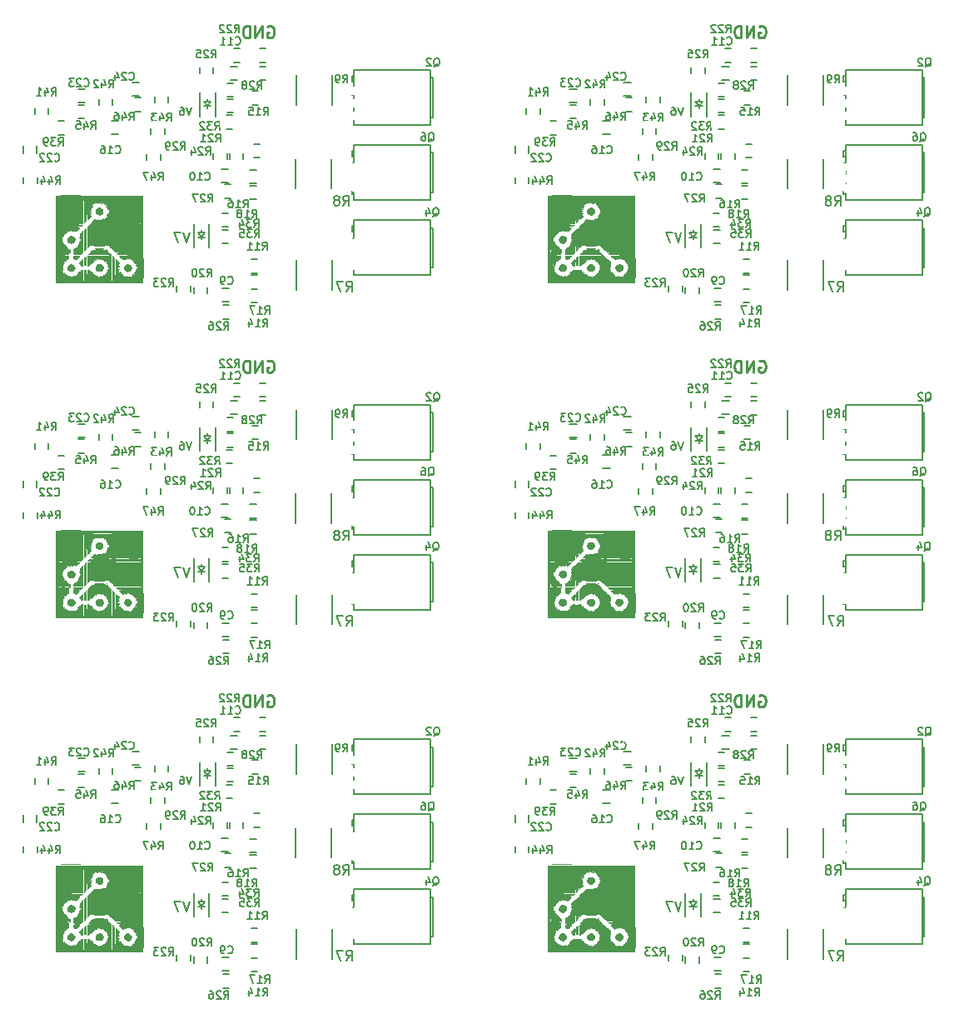
<source format=gbo>
%TF.GenerationSoftware,KiCad,Pcbnew,4.0.6-e0-6349~53~ubuntu16.04.1*%
%TF.CreationDate,2017-03-23T00:40:43+02:00*%
%TF.ProjectId,BLDC_controller,424C44435F636F6E74726F6C6C65722E,1.0*%
%TF.FileFunction,Legend,Bot*%
%FSLAX46Y46*%
G04 Gerber Fmt 4.6, Leading zero omitted, Abs format (unit mm)*
G04 Created by KiCad (PCBNEW 4.0.6-e0-6349~53~ubuntu16.04.1) date Thu Mar 23 00:40:43 2017*
%MOMM*%
%LPD*%
G01*
G04 APERTURE LIST*
%ADD10C,0.100000*%
%ADD11C,0.250000*%
%ADD12C,0.150000*%
%ADD13C,0.010000*%
%ADD14C,0.800000*%
%ADD15C,0.850000*%
%ADD16C,1.500000*%
%ADD17R,1.140000X0.800000*%
%ADD18R,0.800000X1.140000*%
%ADD19R,3.600000X1.650000*%
%ADD20R,1.300000X0.850000*%
%ADD21R,1.650000X4.850000*%
%ADD22R,3.750000X4.350000*%
%ADD23R,0.750000X0.950000*%
%ADD24R,1.050000X1.150000*%
%ADD25R,1.150000X1.050000*%
%ADD26C,2.850000*%
%ADD27C,2.250000*%
%ADD28R,1.650000X1.650000*%
%ADD29C,1.650000*%
%ADD30C,1.450000*%
%ADD31C,0.254000*%
G04 APERTURE END LIST*
D10*
D11*
X76064285Y31350000D02*
X76178571Y31407143D01*
X76350000Y31407143D01*
X76521428Y31350000D01*
X76635714Y31235714D01*
X76692857Y31121429D01*
X76750000Y30892857D01*
X76750000Y30721429D01*
X76692857Y30492857D01*
X76635714Y30378571D01*
X76521428Y30264286D01*
X76350000Y30207143D01*
X76235714Y30207143D01*
X76064285Y30264286D01*
X76007142Y30321429D01*
X76007142Y30721429D01*
X76235714Y30721429D01*
X75492857Y30207143D02*
X75492857Y31407143D01*
X74807142Y30207143D01*
X74807142Y31407143D01*
X74235714Y30207143D02*
X74235714Y31407143D01*
X73949999Y31407143D01*
X73778571Y31350000D01*
X73664285Y31235714D01*
X73607142Y31121429D01*
X73549999Y30892857D01*
X73549999Y30721429D01*
X73607142Y30492857D01*
X73664285Y30378571D01*
X73778571Y30264286D01*
X73949999Y30207143D01*
X74235714Y30207143D01*
X26064285Y31350000D02*
X26178571Y31407143D01*
X26350000Y31407143D01*
X26521428Y31350000D01*
X26635714Y31235714D01*
X26692857Y31121429D01*
X26750000Y30892857D01*
X26750000Y30721429D01*
X26692857Y30492857D01*
X26635714Y30378571D01*
X26521428Y30264286D01*
X26350000Y30207143D01*
X26235714Y30207143D01*
X26064285Y30264286D01*
X26007142Y30321429D01*
X26007142Y30721429D01*
X26235714Y30721429D01*
X25492857Y30207143D02*
X25492857Y31407143D01*
X24807142Y30207143D01*
X24807142Y31407143D01*
X24235714Y30207143D02*
X24235714Y31407143D01*
X23949999Y31407143D01*
X23778571Y31350000D01*
X23664285Y31235714D01*
X23607142Y31121429D01*
X23549999Y30892857D01*
X23549999Y30721429D01*
X23607142Y30492857D01*
X23664285Y30378571D01*
X23778571Y30264286D01*
X23949999Y30207143D01*
X24235714Y30207143D01*
X76064285Y65350000D02*
X76178571Y65407143D01*
X76350000Y65407143D01*
X76521428Y65350000D01*
X76635714Y65235714D01*
X76692857Y65121429D01*
X76750000Y64892857D01*
X76750000Y64721429D01*
X76692857Y64492857D01*
X76635714Y64378571D01*
X76521428Y64264286D01*
X76350000Y64207143D01*
X76235714Y64207143D01*
X76064285Y64264286D01*
X76007142Y64321429D01*
X76007142Y64721429D01*
X76235714Y64721429D01*
X75492857Y64207143D02*
X75492857Y65407143D01*
X74807142Y64207143D01*
X74807142Y65407143D01*
X74235714Y64207143D02*
X74235714Y65407143D01*
X73949999Y65407143D01*
X73778571Y65350000D01*
X73664285Y65235714D01*
X73607142Y65121429D01*
X73549999Y64892857D01*
X73549999Y64721429D01*
X73607142Y64492857D01*
X73664285Y64378571D01*
X73778571Y64264286D01*
X73949999Y64207143D01*
X74235714Y64207143D01*
X26064285Y65350000D02*
X26178571Y65407143D01*
X26350000Y65407143D01*
X26521428Y65350000D01*
X26635714Y65235714D01*
X26692857Y65121429D01*
X26750000Y64892857D01*
X26750000Y64721429D01*
X26692857Y64492857D01*
X26635714Y64378571D01*
X26521428Y64264286D01*
X26350000Y64207143D01*
X26235714Y64207143D01*
X26064285Y64264286D01*
X26007142Y64321429D01*
X26007142Y64721429D01*
X26235714Y64721429D01*
X25492857Y64207143D02*
X25492857Y65407143D01*
X24807142Y64207143D01*
X24807142Y65407143D01*
X24235714Y64207143D02*
X24235714Y65407143D01*
X23949999Y65407143D01*
X23778571Y65350000D01*
X23664285Y65235714D01*
X23607142Y65121429D01*
X23549999Y64892857D01*
X23549999Y64721429D01*
X23607142Y64492857D01*
X23664285Y64378571D01*
X23778571Y64264286D01*
X23949999Y64207143D01*
X24235714Y64207143D01*
X76064285Y99350000D02*
X76178571Y99407143D01*
X76350000Y99407143D01*
X76521428Y99350000D01*
X76635714Y99235714D01*
X76692857Y99121429D01*
X76750000Y98892857D01*
X76750000Y98721429D01*
X76692857Y98492857D01*
X76635714Y98378571D01*
X76521428Y98264286D01*
X76350000Y98207143D01*
X76235714Y98207143D01*
X76064285Y98264286D01*
X76007142Y98321429D01*
X76007142Y98721429D01*
X76235714Y98721429D01*
X75492857Y98207143D02*
X75492857Y99407143D01*
X74807142Y98207143D01*
X74807142Y99407143D01*
X74235714Y98207143D02*
X74235714Y99407143D01*
X73949999Y99407143D01*
X73778571Y99350000D01*
X73664285Y99235714D01*
X73607142Y99121429D01*
X73549999Y98892857D01*
X73549999Y98721429D01*
X73607142Y98492857D01*
X73664285Y98378571D01*
X73778571Y98264286D01*
X73949999Y98207143D01*
X74235714Y98207143D01*
X26064285Y99350000D02*
X26178571Y99407143D01*
X26350000Y99407143D01*
X26521428Y99350000D01*
X26635714Y99235714D01*
X26692857Y99121429D01*
X26750000Y98892857D01*
X26750000Y98721429D01*
X26692857Y98492857D01*
X26635714Y98378571D01*
X26521428Y98264286D01*
X26350000Y98207143D01*
X26235714Y98207143D01*
X26064285Y98264286D01*
X26007142Y98321429D01*
X26007142Y98721429D01*
X26235714Y98721429D01*
X25492857Y98207143D02*
X25492857Y99407143D01*
X24807142Y98207143D01*
X24807142Y99407143D01*
X24235714Y98207143D02*
X24235714Y99407143D01*
X23949999Y99407143D01*
X23778571Y99350000D01*
X23664285Y99235714D01*
X23607142Y99121429D01*
X23549999Y98892857D01*
X23549999Y98721429D01*
X23607142Y98492857D01*
X23664285Y98378571D01*
X23778571Y98264286D01*
X23949999Y98207143D01*
X24235714Y98207143D01*
D12*
X68250000Y4400000D02*
X68250000Y5000000D01*
X66850000Y5000000D02*
X66850000Y4400000D01*
X18250000Y4400000D02*
X18250000Y5000000D01*
X16850000Y5000000D02*
X16850000Y4400000D01*
X68250000Y38400000D02*
X68250000Y39000000D01*
X66850000Y39000000D02*
X66850000Y38400000D01*
X18250000Y38400000D02*
X18250000Y39000000D01*
X16850000Y39000000D02*
X16850000Y38400000D01*
X68250000Y72400000D02*
X68250000Y73000000D01*
X66850000Y73000000D02*
X66850000Y72400000D01*
X72150000Y3050000D02*
X71550000Y3050000D01*
X71550000Y1650000D02*
X72150000Y1650000D01*
X22150000Y3050000D02*
X21550000Y3050000D01*
X21550000Y1650000D02*
X22150000Y1650000D01*
X72150000Y37050000D02*
X71550000Y37050000D01*
X71550000Y35650000D02*
X72150000Y35650000D01*
X22150000Y37050000D02*
X21550000Y37050000D01*
X21550000Y35650000D02*
X22150000Y35650000D01*
X72150000Y71050000D02*
X71550000Y71050000D01*
X71550000Y69650000D02*
X72150000Y69650000D01*
X74450000Y3300000D02*
X75050000Y3300000D01*
X75050000Y4700000D02*
X74450000Y4700000D01*
X24450000Y3300000D02*
X25050000Y3300000D01*
X25050000Y4700000D02*
X24450000Y4700000D01*
X74450000Y37300000D02*
X75050000Y37300000D01*
X75050000Y38700000D02*
X74450000Y38700000D01*
X24450000Y37300000D02*
X25050000Y37300000D01*
X25050000Y38700000D02*
X24450000Y38700000D01*
X74450000Y71300000D02*
X75050000Y71300000D01*
X75050000Y72700000D02*
X74450000Y72700000D01*
X74450000Y6300000D02*
X75050000Y6300000D01*
X75050000Y7700000D02*
X74450000Y7700000D01*
X24450000Y6300000D02*
X25050000Y6300000D01*
X25050000Y7700000D02*
X24450000Y7700000D01*
X74450000Y40300000D02*
X75050000Y40300000D01*
X75050000Y41700000D02*
X74450000Y41700000D01*
X24450000Y40300000D02*
X25050000Y40300000D01*
X25050000Y41700000D02*
X24450000Y41700000D01*
X74450000Y74300000D02*
X75050000Y74300000D01*
X75050000Y75700000D02*
X74450000Y75700000D01*
X82625000Y4600000D02*
X82625000Y7600000D01*
X78975000Y7600000D02*
X78975000Y4600000D01*
X32625000Y4600000D02*
X32625000Y7600000D01*
X28975000Y7600000D02*
X28975000Y4600000D01*
X82625000Y38600000D02*
X82625000Y41600000D01*
X78975000Y41600000D02*
X78975000Y38600000D01*
X32625000Y38600000D02*
X32625000Y41600000D01*
X28975000Y41600000D02*
X28975000Y38600000D01*
X82625000Y72600000D02*
X82625000Y75600000D01*
X78975000Y75600000D02*
X78975000Y72600000D01*
X75050000Y6095000D02*
X74450000Y6095000D01*
X74450000Y4695000D02*
X75050000Y4695000D01*
X25050000Y6095000D02*
X24450000Y6095000D01*
X24450000Y4695000D02*
X25050000Y4695000D01*
X75050000Y40095000D02*
X74450000Y40095000D01*
X74450000Y38695000D02*
X75050000Y38695000D01*
X25050000Y40095000D02*
X24450000Y40095000D01*
X24450000Y38695000D02*
X25050000Y38695000D01*
X75050000Y74095000D02*
X74450000Y74095000D01*
X74450000Y72695000D02*
X75050000Y72695000D01*
X82575000Y14895000D02*
X82575000Y17895000D01*
X78925000Y17895000D02*
X78925000Y14895000D01*
X32575000Y14895000D02*
X32575000Y17895000D01*
X28925000Y17895000D02*
X28925000Y14895000D01*
X82575000Y48895000D02*
X82575000Y51895000D01*
X78925000Y51895000D02*
X78925000Y48895000D01*
X32575000Y48895000D02*
X32575000Y51895000D01*
X28925000Y51895000D02*
X28925000Y48895000D01*
X82575000Y82895000D02*
X82575000Y85895000D01*
X78925000Y85895000D02*
X78925000Y82895000D01*
X92650000Y6875000D02*
X92850000Y6875000D01*
X92850000Y6875000D02*
X92850000Y10875000D01*
X92850000Y10875000D02*
X92650000Y10875000D01*
X84850000Y10475000D02*
X84650000Y10475000D01*
X84650000Y10475000D02*
X84650000Y11075000D01*
X84650000Y11075000D02*
X84850000Y11075000D01*
X84850000Y9175000D02*
X84650000Y9175000D01*
X84650000Y9175000D02*
X84650000Y9775000D01*
X84650000Y9775000D02*
X84850000Y9775000D01*
X84850000Y7975000D02*
X84650000Y7975000D01*
X84650000Y7975000D02*
X84650000Y8575000D01*
X84650000Y8575000D02*
X84850000Y8575000D01*
X84850000Y6675000D02*
X84650000Y6675000D01*
X84650000Y6675000D02*
X84650000Y7275000D01*
X84650000Y7275000D02*
X84850000Y7275000D01*
X92650000Y6075000D02*
X92650000Y11675000D01*
X92650000Y11675000D02*
X84850000Y11675000D01*
X84850000Y11675000D02*
X84850000Y6075000D01*
X84850000Y6075000D02*
X92650000Y6075000D01*
X42650000Y6875000D02*
X42850000Y6875000D01*
X42850000Y6875000D02*
X42850000Y10875000D01*
X42850000Y10875000D02*
X42650000Y10875000D01*
X34850000Y10475000D02*
X34650000Y10475000D01*
X34650000Y10475000D02*
X34650000Y11075000D01*
X34650000Y11075000D02*
X34850000Y11075000D01*
X34850000Y9175000D02*
X34650000Y9175000D01*
X34650000Y9175000D02*
X34650000Y9775000D01*
X34650000Y9775000D02*
X34850000Y9775000D01*
X34850000Y7975000D02*
X34650000Y7975000D01*
X34650000Y7975000D02*
X34650000Y8575000D01*
X34650000Y8575000D02*
X34850000Y8575000D01*
X34850000Y6675000D02*
X34650000Y6675000D01*
X34650000Y6675000D02*
X34650000Y7275000D01*
X34650000Y7275000D02*
X34850000Y7275000D01*
X42650000Y6075000D02*
X42650000Y11675000D01*
X42650000Y11675000D02*
X34850000Y11675000D01*
X34850000Y11675000D02*
X34850000Y6075000D01*
X34850000Y6075000D02*
X42650000Y6075000D01*
X92650000Y40875000D02*
X92850000Y40875000D01*
X92850000Y40875000D02*
X92850000Y44875000D01*
X92850000Y44875000D02*
X92650000Y44875000D01*
X84850000Y44475000D02*
X84650000Y44475000D01*
X84650000Y44475000D02*
X84650000Y45075000D01*
X84650000Y45075000D02*
X84850000Y45075000D01*
X84850000Y43175000D02*
X84650000Y43175000D01*
X84650000Y43175000D02*
X84650000Y43775000D01*
X84650000Y43775000D02*
X84850000Y43775000D01*
X84850000Y41975000D02*
X84650000Y41975000D01*
X84650000Y41975000D02*
X84650000Y42575000D01*
X84650000Y42575000D02*
X84850000Y42575000D01*
X84850000Y40675000D02*
X84650000Y40675000D01*
X84650000Y40675000D02*
X84650000Y41275000D01*
X84650000Y41275000D02*
X84850000Y41275000D01*
X92650000Y40075000D02*
X92650000Y45675000D01*
X92650000Y45675000D02*
X84850000Y45675000D01*
X84850000Y45675000D02*
X84850000Y40075000D01*
X84850000Y40075000D02*
X92650000Y40075000D01*
X42650000Y40875000D02*
X42850000Y40875000D01*
X42850000Y40875000D02*
X42850000Y44875000D01*
X42850000Y44875000D02*
X42650000Y44875000D01*
X34850000Y44475000D02*
X34650000Y44475000D01*
X34650000Y44475000D02*
X34650000Y45075000D01*
X34650000Y45075000D02*
X34850000Y45075000D01*
X34850000Y43175000D02*
X34650000Y43175000D01*
X34650000Y43175000D02*
X34650000Y43775000D01*
X34650000Y43775000D02*
X34850000Y43775000D01*
X34850000Y41975000D02*
X34650000Y41975000D01*
X34650000Y41975000D02*
X34650000Y42575000D01*
X34650000Y42575000D02*
X34850000Y42575000D01*
X34850000Y40675000D02*
X34650000Y40675000D01*
X34650000Y40675000D02*
X34650000Y41275000D01*
X34650000Y41275000D02*
X34850000Y41275000D01*
X42650000Y40075000D02*
X42650000Y45675000D01*
X42650000Y45675000D02*
X34850000Y45675000D01*
X34850000Y45675000D02*
X34850000Y40075000D01*
X34850000Y40075000D02*
X42650000Y40075000D01*
X92650000Y74875000D02*
X92850000Y74875000D01*
X92850000Y74875000D02*
X92850000Y78875000D01*
X92850000Y78875000D02*
X92650000Y78875000D01*
X84850000Y78475000D02*
X84650000Y78475000D01*
X84650000Y78475000D02*
X84650000Y79075000D01*
X84650000Y79075000D02*
X84850000Y79075000D01*
X84850000Y77175000D02*
X84650000Y77175000D01*
X84650000Y77175000D02*
X84650000Y77775000D01*
X84650000Y77775000D02*
X84850000Y77775000D01*
X84850000Y75975000D02*
X84650000Y75975000D01*
X84650000Y75975000D02*
X84650000Y76575000D01*
X84650000Y76575000D02*
X84850000Y76575000D01*
X84850000Y74675000D02*
X84650000Y74675000D01*
X84650000Y74675000D02*
X84650000Y75275000D01*
X84650000Y75275000D02*
X84850000Y75275000D01*
X92650000Y74075000D02*
X92650000Y79675000D01*
X92650000Y79675000D02*
X84850000Y79675000D01*
X84850000Y79675000D02*
X84850000Y74075000D01*
X84850000Y74075000D02*
X92650000Y74075000D01*
X92650000Y22125000D02*
X92850000Y22125000D01*
X92850000Y22125000D02*
X92850000Y26125000D01*
X92850000Y26125000D02*
X92650000Y26125000D01*
X84850000Y25725000D02*
X84650000Y25725000D01*
X84650000Y25725000D02*
X84650000Y26325000D01*
X84650000Y26325000D02*
X84850000Y26325000D01*
X84850000Y24425000D02*
X84650000Y24425000D01*
X84650000Y24425000D02*
X84650000Y25025000D01*
X84650000Y25025000D02*
X84850000Y25025000D01*
X84850000Y23225000D02*
X84650000Y23225000D01*
X84650000Y23225000D02*
X84650000Y23825000D01*
X84650000Y23825000D02*
X84850000Y23825000D01*
X84850000Y21925000D02*
X84650000Y21925000D01*
X84650000Y21925000D02*
X84650000Y22525000D01*
X84650000Y22525000D02*
X84850000Y22525000D01*
X92650000Y21325000D02*
X92650000Y26925000D01*
X92650000Y26925000D02*
X84850000Y26925000D01*
X84850000Y26925000D02*
X84850000Y21325000D01*
X84850000Y21325000D02*
X92650000Y21325000D01*
X42650000Y22125000D02*
X42850000Y22125000D01*
X42850000Y22125000D02*
X42850000Y26125000D01*
X42850000Y26125000D02*
X42650000Y26125000D01*
X34850000Y25725000D02*
X34650000Y25725000D01*
X34650000Y25725000D02*
X34650000Y26325000D01*
X34650000Y26325000D02*
X34850000Y26325000D01*
X34850000Y24425000D02*
X34650000Y24425000D01*
X34650000Y24425000D02*
X34650000Y25025000D01*
X34650000Y25025000D02*
X34850000Y25025000D01*
X34850000Y23225000D02*
X34650000Y23225000D01*
X34650000Y23225000D02*
X34650000Y23825000D01*
X34650000Y23825000D02*
X34850000Y23825000D01*
X34850000Y21925000D02*
X34650000Y21925000D01*
X34650000Y21925000D02*
X34650000Y22525000D01*
X34650000Y22525000D02*
X34850000Y22525000D01*
X42650000Y21325000D02*
X42650000Y26925000D01*
X42650000Y26925000D02*
X34850000Y26925000D01*
X34850000Y26925000D02*
X34850000Y21325000D01*
X34850000Y21325000D02*
X42650000Y21325000D01*
X92650000Y56125000D02*
X92850000Y56125000D01*
X92850000Y56125000D02*
X92850000Y60125000D01*
X92850000Y60125000D02*
X92650000Y60125000D01*
X84850000Y59725000D02*
X84650000Y59725000D01*
X84650000Y59725000D02*
X84650000Y60325000D01*
X84650000Y60325000D02*
X84850000Y60325000D01*
X84850000Y58425000D02*
X84650000Y58425000D01*
X84650000Y58425000D02*
X84650000Y59025000D01*
X84650000Y59025000D02*
X84850000Y59025000D01*
X84850000Y57225000D02*
X84650000Y57225000D01*
X84650000Y57225000D02*
X84650000Y57825000D01*
X84650000Y57825000D02*
X84850000Y57825000D01*
X84850000Y55925000D02*
X84650000Y55925000D01*
X84650000Y55925000D02*
X84650000Y56525000D01*
X84650000Y56525000D02*
X84850000Y56525000D01*
X92650000Y55325000D02*
X92650000Y60925000D01*
X92650000Y60925000D02*
X84850000Y60925000D01*
X84850000Y60925000D02*
X84850000Y55325000D01*
X84850000Y55325000D02*
X92650000Y55325000D01*
X42650000Y56125000D02*
X42850000Y56125000D01*
X42850000Y56125000D02*
X42850000Y60125000D01*
X42850000Y60125000D02*
X42650000Y60125000D01*
X34850000Y59725000D02*
X34650000Y59725000D01*
X34650000Y59725000D02*
X34650000Y60325000D01*
X34650000Y60325000D02*
X34850000Y60325000D01*
X34850000Y58425000D02*
X34650000Y58425000D01*
X34650000Y58425000D02*
X34650000Y59025000D01*
X34650000Y59025000D02*
X34850000Y59025000D01*
X34850000Y57225000D02*
X34650000Y57225000D01*
X34650000Y57225000D02*
X34650000Y57825000D01*
X34650000Y57825000D02*
X34850000Y57825000D01*
X34850000Y55925000D02*
X34650000Y55925000D01*
X34650000Y55925000D02*
X34650000Y56525000D01*
X34650000Y56525000D02*
X34850000Y56525000D01*
X42650000Y55325000D02*
X42650000Y60925000D01*
X42650000Y60925000D02*
X34850000Y60925000D01*
X34850000Y60925000D02*
X34850000Y55325000D01*
X34850000Y55325000D02*
X42650000Y55325000D01*
X92650000Y90125000D02*
X92850000Y90125000D01*
X92850000Y90125000D02*
X92850000Y94125000D01*
X92850000Y94125000D02*
X92650000Y94125000D01*
X84850000Y93725000D02*
X84650000Y93725000D01*
X84650000Y93725000D02*
X84650000Y94325000D01*
X84650000Y94325000D02*
X84850000Y94325000D01*
X84850000Y92425000D02*
X84650000Y92425000D01*
X84650000Y92425000D02*
X84650000Y93025000D01*
X84650000Y93025000D02*
X84850000Y93025000D01*
X84850000Y91225000D02*
X84650000Y91225000D01*
X84650000Y91225000D02*
X84650000Y91825000D01*
X84650000Y91825000D02*
X84850000Y91825000D01*
X84850000Y89925000D02*
X84650000Y89925000D01*
X84650000Y89925000D02*
X84650000Y90525000D01*
X84650000Y90525000D02*
X84850000Y90525000D01*
X92650000Y89325000D02*
X92650000Y94925000D01*
X92650000Y94925000D02*
X84850000Y94925000D01*
X84850000Y94925000D02*
X84850000Y89325000D01*
X84850000Y89325000D02*
X92650000Y89325000D01*
X92650000Y14505000D02*
X92850000Y14505000D01*
X92850000Y14505000D02*
X92850000Y18505000D01*
X92850000Y18505000D02*
X92650000Y18505000D01*
X84850000Y18105000D02*
X84650000Y18105000D01*
X84650000Y18105000D02*
X84650000Y18705000D01*
X84650000Y18705000D02*
X84850000Y18705000D01*
X84850000Y16805000D02*
X84650000Y16805000D01*
X84650000Y16805000D02*
X84650000Y17405000D01*
X84650000Y17405000D02*
X84850000Y17405000D01*
X84850000Y15605000D02*
X84650000Y15605000D01*
X84650000Y15605000D02*
X84650000Y16205000D01*
X84650000Y16205000D02*
X84850000Y16205000D01*
X84850000Y14305000D02*
X84650000Y14305000D01*
X84650000Y14305000D02*
X84650000Y14905000D01*
X84650000Y14905000D02*
X84850000Y14905000D01*
X92650000Y13705000D02*
X92650000Y19305000D01*
X92650000Y19305000D02*
X84850000Y19305000D01*
X84850000Y19305000D02*
X84850000Y13705000D01*
X84850000Y13705000D02*
X92650000Y13705000D01*
X42650000Y14505000D02*
X42850000Y14505000D01*
X42850000Y14505000D02*
X42850000Y18505000D01*
X42850000Y18505000D02*
X42650000Y18505000D01*
X34850000Y18105000D02*
X34650000Y18105000D01*
X34650000Y18105000D02*
X34650000Y18705000D01*
X34650000Y18705000D02*
X34850000Y18705000D01*
X34850000Y16805000D02*
X34650000Y16805000D01*
X34650000Y16805000D02*
X34650000Y17405000D01*
X34650000Y17405000D02*
X34850000Y17405000D01*
X34850000Y15605000D02*
X34650000Y15605000D01*
X34650000Y15605000D02*
X34650000Y16205000D01*
X34650000Y16205000D02*
X34850000Y16205000D01*
X34850000Y14305000D02*
X34650000Y14305000D01*
X34650000Y14305000D02*
X34650000Y14905000D01*
X34650000Y14905000D02*
X34850000Y14905000D01*
X42650000Y13705000D02*
X42650000Y19305000D01*
X42650000Y19305000D02*
X34850000Y19305000D01*
X34850000Y19305000D02*
X34850000Y13705000D01*
X34850000Y13705000D02*
X42650000Y13705000D01*
X92650000Y48505000D02*
X92850000Y48505000D01*
X92850000Y48505000D02*
X92850000Y52505000D01*
X92850000Y52505000D02*
X92650000Y52505000D01*
X84850000Y52105000D02*
X84650000Y52105000D01*
X84650000Y52105000D02*
X84650000Y52705000D01*
X84650000Y52705000D02*
X84850000Y52705000D01*
X84850000Y50805000D02*
X84650000Y50805000D01*
X84650000Y50805000D02*
X84650000Y51405000D01*
X84650000Y51405000D02*
X84850000Y51405000D01*
X84850000Y49605000D02*
X84650000Y49605000D01*
X84650000Y49605000D02*
X84650000Y50205000D01*
X84650000Y50205000D02*
X84850000Y50205000D01*
X84850000Y48305000D02*
X84650000Y48305000D01*
X84650000Y48305000D02*
X84650000Y48905000D01*
X84650000Y48905000D02*
X84850000Y48905000D01*
X92650000Y47705000D02*
X92650000Y53305000D01*
X92650000Y53305000D02*
X84850000Y53305000D01*
X84850000Y53305000D02*
X84850000Y47705000D01*
X84850000Y47705000D02*
X92650000Y47705000D01*
X42650000Y48505000D02*
X42850000Y48505000D01*
X42850000Y48505000D02*
X42850000Y52505000D01*
X42850000Y52505000D02*
X42650000Y52505000D01*
X34850000Y52105000D02*
X34650000Y52105000D01*
X34650000Y52105000D02*
X34650000Y52705000D01*
X34650000Y52705000D02*
X34850000Y52705000D01*
X34850000Y50805000D02*
X34650000Y50805000D01*
X34650000Y50805000D02*
X34650000Y51405000D01*
X34650000Y51405000D02*
X34850000Y51405000D01*
X34850000Y49605000D02*
X34650000Y49605000D01*
X34650000Y49605000D02*
X34650000Y50205000D01*
X34650000Y50205000D02*
X34850000Y50205000D01*
X34850000Y48305000D02*
X34650000Y48305000D01*
X34650000Y48305000D02*
X34650000Y48905000D01*
X34650000Y48905000D02*
X34850000Y48905000D01*
X42650000Y47705000D02*
X42650000Y53305000D01*
X42650000Y53305000D02*
X34850000Y53305000D01*
X34850000Y53305000D02*
X34850000Y47705000D01*
X34850000Y47705000D02*
X42650000Y47705000D01*
X92650000Y82505000D02*
X92850000Y82505000D01*
X92850000Y82505000D02*
X92850000Y86505000D01*
X92850000Y86505000D02*
X92650000Y86505000D01*
X84850000Y86105000D02*
X84650000Y86105000D01*
X84650000Y86105000D02*
X84650000Y86705000D01*
X84650000Y86705000D02*
X84850000Y86705000D01*
X84850000Y84805000D02*
X84650000Y84805000D01*
X84650000Y84805000D02*
X84650000Y85405000D01*
X84650000Y85405000D02*
X84850000Y85405000D01*
X84850000Y83605000D02*
X84650000Y83605000D01*
X84650000Y83605000D02*
X84650000Y84205000D01*
X84650000Y84205000D02*
X84850000Y84205000D01*
X84850000Y82305000D02*
X84650000Y82305000D01*
X84650000Y82305000D02*
X84650000Y82905000D01*
X84650000Y82905000D02*
X84850000Y82905000D01*
X92650000Y81705000D02*
X92650000Y87305000D01*
X92650000Y87305000D02*
X84850000Y87305000D01*
X84850000Y87305000D02*
X84850000Y81705000D01*
X84850000Y81705000D02*
X92650000Y81705000D01*
X78975000Y26400000D02*
X78975000Y23400000D01*
X82625000Y23400000D02*
X82625000Y26400000D01*
X28975000Y26400000D02*
X28975000Y23400000D01*
X32625000Y23400000D02*
X32625000Y26400000D01*
X78975000Y60400000D02*
X78975000Y57400000D01*
X82625000Y57400000D02*
X82625000Y60400000D01*
X28975000Y60400000D02*
X28975000Y57400000D01*
X32625000Y57400000D02*
X32625000Y60400000D01*
X78975000Y94400000D02*
X78975000Y91400000D01*
X82625000Y91400000D02*
X82625000Y94400000D01*
X74900000Y16795000D02*
X74300000Y16795000D01*
X74300000Y15395000D02*
X74900000Y15395000D01*
X24900000Y16795000D02*
X24300000Y16795000D01*
X24300000Y15395000D02*
X24900000Y15395000D01*
X74900000Y50795000D02*
X74300000Y50795000D01*
X74300000Y49395000D02*
X74900000Y49395000D01*
X24900000Y50795000D02*
X24300000Y50795000D01*
X24300000Y49395000D02*
X24900000Y49395000D01*
X74900000Y84795000D02*
X74300000Y84795000D01*
X74300000Y83395000D02*
X74900000Y83395000D01*
X74700000Y18000000D02*
X75300000Y18000000D01*
X75300000Y19400000D02*
X74700000Y19400000D01*
X24700000Y18000000D02*
X25300000Y18000000D01*
X25300000Y19400000D02*
X24700000Y19400000D01*
X74700000Y52000000D02*
X75300000Y52000000D01*
X75300000Y53400000D02*
X74700000Y53400000D01*
X24700000Y52000000D02*
X25300000Y52000000D01*
X25300000Y53400000D02*
X24700000Y53400000D01*
X74700000Y86000000D02*
X75300000Y86000000D01*
X75300000Y87400000D02*
X74700000Y87400000D01*
X73600000Y17900000D02*
X73600000Y18500000D01*
X72200000Y18500000D02*
X72200000Y17900000D01*
X23600000Y17900000D02*
X23600000Y18500000D01*
X22200000Y18500000D02*
X22200000Y17900000D01*
X73600000Y51900000D02*
X73600000Y52500000D01*
X72200000Y52500000D02*
X72200000Y51900000D01*
X23600000Y51900000D02*
X23600000Y52500000D01*
X22200000Y52500000D02*
X22200000Y51900000D01*
X73600000Y85900000D02*
X73600000Y86500000D01*
X72200000Y86500000D02*
X72200000Y85900000D01*
X74300000Y13800000D02*
X74900000Y13800000D01*
X74900000Y15200000D02*
X74300000Y15200000D01*
X24300000Y13800000D02*
X24900000Y13800000D01*
X24900000Y15200000D02*
X24300000Y15200000D01*
X74300000Y47800000D02*
X74900000Y47800000D01*
X74900000Y49200000D02*
X74300000Y49200000D01*
X24300000Y47800000D02*
X24900000Y47800000D01*
X24900000Y49200000D02*
X24300000Y49200000D01*
X74300000Y81800000D02*
X74900000Y81800000D01*
X74900000Y83200000D02*
X74300000Y83200000D01*
X69350000Y10450000D02*
X69350000Y10700000D01*
X69350000Y9950000D02*
X69350000Y9700000D01*
X69350000Y9950000D02*
X69700000Y10450000D01*
X69700000Y10450000D02*
X69000000Y10450000D01*
X69000000Y10450000D02*
X69350000Y9950000D01*
X69700000Y9950000D02*
X69000000Y9950000D01*
X68550000Y8900000D02*
X68550000Y11300000D01*
X70150000Y8900000D02*
X70150000Y11300000D01*
X19350000Y10450000D02*
X19350000Y10700000D01*
X19350000Y9950000D02*
X19350000Y9700000D01*
X19350000Y9950000D02*
X19700000Y10450000D01*
X19700000Y10450000D02*
X19000000Y10450000D01*
X19000000Y10450000D02*
X19350000Y9950000D01*
X19700000Y9950000D02*
X19000000Y9950000D01*
X18550000Y8900000D02*
X18550000Y11300000D01*
X20150000Y8900000D02*
X20150000Y11300000D01*
X69350000Y44450000D02*
X69350000Y44700000D01*
X69350000Y43950000D02*
X69350000Y43700000D01*
X69350000Y43950000D02*
X69700000Y44450000D01*
X69700000Y44450000D02*
X69000000Y44450000D01*
X69000000Y44450000D02*
X69350000Y43950000D01*
X69700000Y43950000D02*
X69000000Y43950000D01*
X68550000Y42900000D02*
X68550000Y45300000D01*
X70150000Y42900000D02*
X70150000Y45300000D01*
X19350000Y44450000D02*
X19350000Y44700000D01*
X19350000Y43950000D02*
X19350000Y43700000D01*
X19350000Y43950000D02*
X19700000Y44450000D01*
X19700000Y44450000D02*
X19000000Y44450000D01*
X19000000Y44450000D02*
X19350000Y43950000D01*
X19700000Y43950000D02*
X19000000Y43950000D01*
X18550000Y42900000D02*
X18550000Y45300000D01*
X20150000Y42900000D02*
X20150000Y45300000D01*
X69350000Y78450000D02*
X69350000Y78700000D01*
X69350000Y77950000D02*
X69350000Y77700000D01*
X69350000Y77950000D02*
X69700000Y78450000D01*
X69700000Y78450000D02*
X69000000Y78450000D01*
X69000000Y78450000D02*
X69350000Y77950000D01*
X69700000Y77950000D02*
X69000000Y77950000D01*
X68550000Y76900000D02*
X68550000Y79300000D01*
X70150000Y76900000D02*
X70150000Y79300000D01*
X68550000Y4800000D02*
X68550000Y4200000D01*
X69950000Y4200000D02*
X69950000Y4800000D01*
X18550000Y4800000D02*
X18550000Y4200000D01*
X19950000Y4200000D02*
X19950000Y4800000D01*
X68550000Y38800000D02*
X68550000Y38200000D01*
X69950000Y38200000D02*
X69950000Y38800000D01*
X18550000Y38800000D02*
X18550000Y38200000D01*
X19950000Y38200000D02*
X19950000Y38800000D01*
X68550000Y72800000D02*
X68550000Y72200000D01*
X69950000Y72200000D02*
X69950000Y72800000D01*
X71460000Y9300000D02*
X72060000Y9300000D01*
X72060000Y10700000D02*
X71460000Y10700000D01*
X21460000Y9300000D02*
X22060000Y9300000D01*
X22060000Y10700000D02*
X21460000Y10700000D01*
X71460000Y43300000D02*
X72060000Y43300000D01*
X72060000Y44700000D02*
X71460000Y44700000D01*
X21460000Y43300000D02*
X22060000Y43300000D01*
X22060000Y44700000D02*
X21460000Y44700000D01*
X71460000Y77300000D02*
X72060000Y77300000D01*
X72060000Y78700000D02*
X71460000Y78700000D01*
X71450000Y11000000D02*
X72050000Y11000000D01*
X72050000Y12400000D02*
X71450000Y12400000D01*
X21450000Y11000000D02*
X22050000Y11000000D01*
X22050000Y12400000D02*
X21450000Y12400000D01*
X71450000Y45000000D02*
X72050000Y45000000D01*
X72050000Y46400000D02*
X71450000Y46400000D01*
X21450000Y45000000D02*
X22050000Y45000000D01*
X22050000Y46400000D02*
X21450000Y46400000D01*
X71450000Y79000000D02*
X72050000Y79000000D01*
X72050000Y80400000D02*
X71450000Y80400000D01*
X71470000Y3370000D02*
X72170000Y3370000D01*
X72170000Y4730000D02*
X71470000Y4730000D01*
X21470000Y3370000D02*
X22170000Y3370000D01*
X22170000Y4730000D02*
X21470000Y4730000D01*
X71470000Y37370000D02*
X72170000Y37370000D01*
X72170000Y38730000D02*
X71470000Y38730000D01*
X21470000Y37370000D02*
X22170000Y37370000D01*
X22170000Y38730000D02*
X21470000Y38730000D01*
X71470000Y71370000D02*
X72170000Y71370000D01*
X72170000Y72730000D02*
X71470000Y72730000D01*
X75250000Y27700000D02*
X75850000Y27700000D01*
X75850000Y29100000D02*
X75250000Y29100000D01*
X25250000Y27700000D02*
X25850000Y27700000D01*
X25850000Y29100000D02*
X25250000Y29100000D01*
X75250000Y61700000D02*
X75850000Y61700000D01*
X75850000Y63100000D02*
X75250000Y63100000D01*
X25250000Y61700000D02*
X25850000Y61700000D01*
X25850000Y63100000D02*
X25250000Y63100000D01*
X75250000Y95700000D02*
X75850000Y95700000D01*
X75850000Y97100000D02*
X75250000Y97100000D01*
X73240000Y29100000D02*
X72640000Y29100000D01*
X72640000Y27700000D02*
X73240000Y27700000D01*
X23240000Y29100000D02*
X22640000Y29100000D01*
X22640000Y27700000D02*
X23240000Y27700000D01*
X73240000Y63100000D02*
X72640000Y63100000D01*
X72640000Y61700000D02*
X73240000Y61700000D01*
X23240000Y63100000D02*
X22640000Y63100000D01*
X22640000Y61700000D02*
X23240000Y61700000D01*
X73240000Y97100000D02*
X72640000Y97100000D01*
X72640000Y95700000D02*
X73240000Y95700000D01*
X72300000Y25920000D02*
X73000000Y25920000D01*
X73000000Y27280000D02*
X72300000Y27280000D01*
X22300000Y25920000D02*
X23000000Y25920000D01*
X23000000Y27280000D02*
X22300000Y27280000D01*
X72300000Y59920000D02*
X73000000Y59920000D01*
X73000000Y61280000D02*
X72300000Y61280000D01*
X22300000Y59920000D02*
X23000000Y59920000D01*
X23000000Y61280000D02*
X22300000Y61280000D01*
X72300000Y93920000D02*
X73000000Y93920000D01*
X73000000Y95280000D02*
X72300000Y95280000D01*
X74550000Y23400000D02*
X75150000Y23400000D01*
X75150000Y24800000D02*
X74550000Y24800000D01*
X24550000Y23400000D02*
X25150000Y23400000D01*
X25150000Y24800000D02*
X24550000Y24800000D01*
X74550000Y57400000D02*
X75150000Y57400000D01*
X75150000Y58800000D02*
X74550000Y58800000D01*
X24550000Y57400000D02*
X25150000Y57400000D01*
X25150000Y58800000D02*
X24550000Y58800000D01*
X74550000Y91400000D02*
X75150000Y91400000D01*
X75150000Y92800000D02*
X74550000Y92800000D01*
X69150000Y27200000D02*
X69150000Y26600000D01*
X70550000Y26600000D02*
X70550000Y27200000D01*
X19150000Y27200000D02*
X19150000Y26600000D01*
X20550000Y26600000D02*
X20550000Y27200000D01*
X69150000Y61200000D02*
X69150000Y60600000D01*
X70550000Y60600000D02*
X70550000Y61200000D01*
X19150000Y61200000D02*
X19150000Y60600000D01*
X20550000Y60600000D02*
X20550000Y61200000D01*
X69150000Y95200000D02*
X69150000Y94600000D01*
X70550000Y94600000D02*
X70550000Y95200000D01*
X75850000Y27300000D02*
X75250000Y27300000D01*
X75250000Y25900000D02*
X75850000Y25900000D01*
X25850000Y27300000D02*
X25250000Y27300000D01*
X25250000Y25900000D02*
X25850000Y25900000D01*
X75850000Y61300000D02*
X75250000Y61300000D01*
X75250000Y59900000D02*
X75850000Y59900000D01*
X25850000Y61300000D02*
X25250000Y61300000D01*
X25250000Y59900000D02*
X25850000Y59900000D01*
X75850000Y95300000D02*
X75250000Y95300000D01*
X75250000Y93900000D02*
X75850000Y93900000D01*
X69950000Y23750000D02*
X69950000Y24000000D01*
X69950000Y23250000D02*
X69950000Y23000000D01*
X69950000Y23250000D02*
X70300000Y23750000D01*
X70300000Y23750000D02*
X69600000Y23750000D01*
X69600000Y23750000D02*
X69950000Y23250000D01*
X70300000Y23250000D02*
X69600000Y23250000D01*
X69150000Y22200000D02*
X69150000Y24600000D01*
X70750000Y22200000D02*
X70750000Y24600000D01*
X19950000Y23750000D02*
X19950000Y24000000D01*
X19950000Y23250000D02*
X19950000Y23000000D01*
X19950000Y23250000D02*
X20300000Y23750000D01*
X20300000Y23750000D02*
X19600000Y23750000D01*
X19600000Y23750000D02*
X19950000Y23250000D01*
X20300000Y23250000D02*
X19600000Y23250000D01*
X19150000Y22200000D02*
X19150000Y24600000D01*
X20750000Y22200000D02*
X20750000Y24600000D01*
X69950000Y57750000D02*
X69950000Y58000000D01*
X69950000Y57250000D02*
X69950000Y57000000D01*
X69950000Y57250000D02*
X70300000Y57750000D01*
X70300000Y57750000D02*
X69600000Y57750000D01*
X69600000Y57750000D02*
X69950000Y57250000D01*
X70300000Y57250000D02*
X69600000Y57250000D01*
X69150000Y56200000D02*
X69150000Y58600000D01*
X70750000Y56200000D02*
X70750000Y58600000D01*
X19950000Y57750000D02*
X19950000Y58000000D01*
X19950000Y57250000D02*
X19950000Y57000000D01*
X19950000Y57250000D02*
X20300000Y57750000D01*
X20300000Y57750000D02*
X19600000Y57750000D01*
X19600000Y57750000D02*
X19950000Y57250000D01*
X20300000Y57250000D02*
X19600000Y57250000D01*
X19150000Y56200000D02*
X19150000Y58600000D01*
X20750000Y56200000D02*
X20750000Y58600000D01*
X69950000Y91750000D02*
X69950000Y92000000D01*
X69950000Y91250000D02*
X69950000Y91000000D01*
X69950000Y91250000D02*
X70300000Y91750000D01*
X70300000Y91750000D02*
X69600000Y91750000D01*
X69600000Y91750000D02*
X69950000Y91250000D01*
X70300000Y91250000D02*
X69600000Y91250000D01*
X69150000Y90200000D02*
X69150000Y92600000D01*
X70750000Y90200000D02*
X70750000Y92600000D01*
X71950000Y22600000D02*
X72550000Y22600000D01*
X72550000Y24000000D02*
X71950000Y24000000D01*
X21950000Y22600000D02*
X22550000Y22600000D01*
X22550000Y24000000D02*
X21950000Y24000000D01*
X71950000Y56600000D02*
X72550000Y56600000D01*
X72550000Y58000000D02*
X71950000Y58000000D01*
X21950000Y56600000D02*
X22550000Y56600000D01*
X22550000Y58000000D02*
X21950000Y58000000D01*
X71950000Y90600000D02*
X72550000Y90600000D01*
X72550000Y92000000D02*
X71950000Y92000000D01*
X70550000Y18500000D02*
X70550000Y17900000D01*
X71950000Y17900000D02*
X71950000Y18500000D01*
X20550000Y18500000D02*
X20550000Y17900000D01*
X21950000Y17900000D02*
X21950000Y18500000D01*
X70550000Y52500000D02*
X70550000Y51900000D01*
X71950000Y51900000D02*
X71950000Y52500000D01*
X20550000Y52500000D02*
X20550000Y51900000D01*
X21950000Y51900000D02*
X21950000Y52500000D01*
X70550000Y86500000D02*
X70550000Y85900000D01*
X71950000Y85900000D02*
X71950000Y86500000D01*
X71400000Y15470000D02*
X72100000Y15470000D01*
X72100000Y16830000D02*
X71400000Y16830000D01*
X21400000Y15470000D02*
X22100000Y15470000D01*
X22100000Y16830000D02*
X21400000Y16830000D01*
X71400000Y49470000D02*
X72100000Y49470000D01*
X72100000Y50830000D02*
X71400000Y50830000D01*
X21400000Y49470000D02*
X22100000Y49470000D01*
X22100000Y50830000D02*
X21400000Y50830000D01*
X71400000Y83470000D02*
X72100000Y83470000D01*
X72100000Y84830000D02*
X71400000Y84830000D01*
X72550000Y25600000D02*
X71950000Y25600000D01*
X71950000Y24200000D02*
X72550000Y24200000D01*
X22550000Y25600000D02*
X21950000Y25600000D01*
X21950000Y24200000D02*
X22550000Y24200000D01*
X72550000Y59600000D02*
X71950000Y59600000D01*
X71950000Y58200000D02*
X72550000Y58200000D01*
X22550000Y59600000D02*
X21950000Y59600000D01*
X21950000Y58200000D02*
X22550000Y58200000D01*
X72550000Y93600000D02*
X71950000Y93600000D01*
X71950000Y92200000D02*
X72550000Y92200000D01*
X71925000Y20925000D02*
X72525000Y20925000D01*
X72525000Y22325000D02*
X71925000Y22325000D01*
X21925000Y20925000D02*
X22525000Y20925000D01*
X22525000Y22325000D02*
X21925000Y22325000D01*
X71925000Y54925000D02*
X72525000Y54925000D01*
X72525000Y56325000D02*
X71925000Y56325000D01*
X21925000Y54925000D02*
X22525000Y54925000D01*
X22525000Y56325000D02*
X21925000Y56325000D01*
X71925000Y88925000D02*
X72525000Y88925000D01*
X72525000Y90325000D02*
X71925000Y90325000D01*
X72290000Y15300000D02*
X71690000Y15300000D01*
X71690000Y13900000D02*
X72290000Y13900000D01*
X22290000Y15300000D02*
X21690000Y15300000D01*
X21690000Y13900000D02*
X22290000Y13900000D01*
X72290000Y49300000D02*
X71690000Y49300000D01*
X71690000Y47900000D02*
X72290000Y47900000D01*
X22290000Y49300000D02*
X21690000Y49300000D01*
X21690000Y47900000D02*
X22290000Y47900000D01*
X72290000Y83300000D02*
X71690000Y83300000D01*
X71690000Y81900000D02*
X72290000Y81900000D01*
D13*
G36*
X63460653Y7768352D02*
X63459698Y7713226D01*
X63458692Y7613770D01*
X63458508Y7591265D01*
X63457058Y7352522D01*
X63456181Y7083951D01*
X63455877Y6800566D01*
X63456146Y6517376D01*
X63456988Y6249395D01*
X63458404Y6011633D01*
X63458512Y5997992D01*
X63459528Y5892763D01*
X63460494Y5832109D01*
X63461397Y5814425D01*
X63462225Y5838105D01*
X63462964Y5901543D01*
X63463603Y6003133D01*
X63464128Y6141269D01*
X63464526Y6314346D01*
X63464786Y6520756D01*
X63464893Y6758896D01*
X63464895Y6802091D01*
X63464814Y7045023D01*
X63464578Y7256198D01*
X63464202Y7434045D01*
X63463698Y7576993D01*
X63463078Y7683469D01*
X63462355Y7751902D01*
X63461543Y7780720D01*
X63460653Y7768352D01*
X63460653Y7768352D01*
G37*
X63460653Y7768352D02*
X63459698Y7713226D01*
X63458692Y7613770D01*
X63458508Y7591265D01*
X63457058Y7352522D01*
X63456181Y7083951D01*
X63455877Y6800566D01*
X63456146Y6517376D01*
X63456988Y6249395D01*
X63458404Y6011633D01*
X63458512Y5997992D01*
X63459528Y5892763D01*
X63460494Y5832109D01*
X63461397Y5814425D01*
X63462225Y5838105D01*
X63462964Y5901543D01*
X63463603Y6003133D01*
X63464128Y6141269D01*
X63464526Y6314346D01*
X63464786Y6520756D01*
X63464893Y6758896D01*
X63464895Y6802091D01*
X63464814Y7045023D01*
X63464578Y7256198D01*
X63464202Y7434045D01*
X63463698Y7576993D01*
X63463078Y7683469D01*
X63462355Y7751902D01*
X63461543Y7780720D01*
X63460653Y7768352D01*
G36*
X54562727Y5312727D02*
X63360364Y5312727D01*
X63360364Y11016182D01*
X63152546Y11016182D01*
X63152546Y8391258D01*
X62477136Y8376036D01*
X62274994Y8371801D01*
X62060876Y8367880D01*
X61846893Y8364455D01*
X61645157Y8361709D01*
X61467778Y8359824D01*
X61351455Y8359058D01*
X61204470Y8357707D01*
X61066709Y8355006D01*
X60947406Y8351245D01*
X60855795Y8346716D01*
X60801109Y8341710D01*
X60801030Y8341698D01*
X60700878Y8326091D01*
X60756997Y8273516D01*
X60805655Y8240710D01*
X60876322Y8215439D01*
X60973877Y8197026D01*
X61103198Y8184790D01*
X61269164Y8178055D01*
X61457380Y8176134D01*
X61583931Y8175516D01*
X61745644Y8173849D01*
X61931515Y8171295D01*
X62130542Y8168019D01*
X62331720Y8164186D01*
X62490698Y8160738D01*
X63152546Y8145475D01*
X63152546Y5544516D01*
X63100591Y5532991D01*
X63040818Y5521979D01*
X62969042Y5511475D01*
X62967818Y5511321D01*
X62926799Y5509193D01*
X62846802Y5507747D01*
X62733054Y5506932D01*
X62590783Y5506697D01*
X62425217Y5506994D01*
X62241582Y5507773D01*
X62045108Y5508983D01*
X61841020Y5510574D01*
X61634546Y5512498D01*
X61430914Y5514704D01*
X61235352Y5517142D01*
X61053086Y5519762D01*
X60889345Y5522515D01*
X60749356Y5525351D01*
X60638345Y5528219D01*
X60561542Y5531070D01*
X60524173Y5533855D01*
X60521456Y5534645D01*
X60518749Y5559585D01*
X60515884Y5626232D01*
X60512944Y5730108D01*
X60510014Y5866741D01*
X60507179Y6031654D01*
X60504522Y6220371D01*
X60502128Y6428419D01*
X60500081Y6651321D01*
X60499832Y6682768D01*
X60491028Y7818091D01*
X60266182Y8020891D01*
X60266182Y5497455D01*
X59611848Y5497455D01*
X59395101Y5498105D01*
X59148840Y5499926D01*
X58889716Y5502725D01*
X58634377Y5506309D01*
X58399470Y5510486D01*
X58295666Y5512717D01*
X57633818Y5527980D01*
X57633699Y5830217D01*
X57632378Y5971284D01*
X57628890Y6121718D01*
X57623791Y6261961D01*
X57618671Y6357591D01*
X57603762Y6582727D01*
X57379818Y6582727D01*
X57379818Y5497455D01*
X56737030Y5497455D01*
X56524181Y5498101D01*
X56281551Y5499914D01*
X56025520Y5502701D01*
X55772470Y5506271D01*
X55538780Y5510431D01*
X55432393Y5512717D01*
X54770546Y5527980D01*
X54770546Y8145782D01*
X55064955Y8160798D01*
X55206862Y8166972D01*
X55360493Y8171933D01*
X55504926Y8175086D01*
X55596046Y8175906D01*
X55832727Y8176000D01*
X55832727Y8353630D01*
X55552011Y8368724D01*
X55409107Y8375129D01*
X55251003Y8380184D01*
X55100983Y8383230D01*
X55020920Y8383818D01*
X54770546Y8383818D01*
X54770546Y11010409D01*
X54842705Y11024841D01*
X54881617Y11028133D01*
X54961142Y11031248D01*
X55075712Y11034091D01*
X55219757Y11036569D01*
X55387711Y11038587D01*
X55574003Y11040051D01*
X55773066Y11040868D01*
X55795205Y11040914D01*
X56069180Y11041729D01*
X56300984Y11043272D01*
X56494626Y11045849D01*
X56654116Y11049767D01*
X56783461Y11055332D01*
X56886671Y11062850D01*
X56967754Y11072628D01*
X57030720Y11084970D01*
X57079578Y11100185D01*
X57118337Y11118577D01*
X57151005Y11140453D01*
X57156690Y11144898D01*
X57241444Y11212455D01*
X56970040Y11218944D01*
X56886283Y11220791D01*
X56763138Y11223289D01*
X56607392Y11226312D01*
X56425832Y11229732D01*
X56225246Y11233422D01*
X56012421Y11237254D01*
X55794145Y11241101D01*
X55740364Y11242035D01*
X54782091Y11258636D01*
X54770167Y13902546D01*
X57350450Y13902546D01*
X57365134Y13795414D01*
X57369261Y13743205D01*
X57373188Y13652383D01*
X57376724Y13530517D01*
X57379679Y13385176D01*
X57381865Y13223929D01*
X57382948Y13085368D01*
X57384527Y12880907D01*
X57387156Y12653162D01*
X57390592Y12418261D01*
X57394592Y12192332D01*
X57398912Y11991502D01*
X57400266Y11937331D01*
X57414455Y11392207D01*
X57514690Y11504606D01*
X57614925Y11617006D01*
X57627941Y12759776D01*
X57640956Y13902546D01*
X60243469Y13902546D01*
X60237507Y12580591D01*
X60231546Y11258636D01*
X59112201Y11252639D01*
X57992857Y11246641D01*
X57770581Y11027727D01*
X59012609Y11016182D01*
X60254636Y11004636D01*
X60260626Y9883646D01*
X60266616Y8762655D01*
X60381853Y8649150D01*
X60497091Y8535645D01*
X60497345Y9689323D01*
X60497677Y9918802D01*
X60498533Y10136548D01*
X60499856Y10337739D01*
X60501590Y10517552D01*
X60503677Y10671165D01*
X60506062Y10793757D01*
X60508687Y10880506D01*
X60511496Y10926589D01*
X60511912Y10929591D01*
X60526224Y11016182D01*
X63152546Y11016182D01*
X63360364Y11016182D01*
X63360364Y13902546D01*
X63152927Y13902546D01*
X63146964Y12592361D01*
X63141000Y11282176D01*
X63071727Y11267366D01*
X63035890Y11264499D01*
X62958408Y11261715D01*
X62843816Y11259073D01*
X62696650Y11256635D01*
X62521448Y11254460D01*
X62322744Y11252610D01*
X62105076Y11251146D01*
X61872978Y11250128D01*
X61761318Y11249823D01*
X60520182Y11247091D01*
X60520182Y13902546D01*
X63152927Y13902546D01*
X63360364Y13902546D01*
X63360364Y14110364D01*
X54562727Y14110364D01*
X54562727Y5312727D01*
X54562727Y5312727D01*
G37*
X54562727Y5312727D02*
X63360364Y5312727D01*
X63360364Y11016182D01*
X63152546Y11016182D01*
X63152546Y8391258D01*
X62477136Y8376036D01*
X62274994Y8371801D01*
X62060876Y8367880D01*
X61846893Y8364455D01*
X61645157Y8361709D01*
X61467778Y8359824D01*
X61351455Y8359058D01*
X61204470Y8357707D01*
X61066709Y8355006D01*
X60947406Y8351245D01*
X60855795Y8346716D01*
X60801109Y8341710D01*
X60801030Y8341698D01*
X60700878Y8326091D01*
X60756997Y8273516D01*
X60805655Y8240710D01*
X60876322Y8215439D01*
X60973877Y8197026D01*
X61103198Y8184790D01*
X61269164Y8178055D01*
X61457380Y8176134D01*
X61583931Y8175516D01*
X61745644Y8173849D01*
X61931515Y8171295D01*
X62130542Y8168019D01*
X62331720Y8164186D01*
X62490698Y8160738D01*
X63152546Y8145475D01*
X63152546Y5544516D01*
X63100591Y5532991D01*
X63040818Y5521979D01*
X62969042Y5511475D01*
X62967818Y5511321D01*
X62926799Y5509193D01*
X62846802Y5507747D01*
X62733054Y5506932D01*
X62590783Y5506697D01*
X62425217Y5506994D01*
X62241582Y5507773D01*
X62045108Y5508983D01*
X61841020Y5510574D01*
X61634546Y5512498D01*
X61430914Y5514704D01*
X61235352Y5517142D01*
X61053086Y5519762D01*
X60889345Y5522515D01*
X60749356Y5525351D01*
X60638345Y5528219D01*
X60561542Y5531070D01*
X60524173Y5533855D01*
X60521456Y5534645D01*
X60518749Y5559585D01*
X60515884Y5626232D01*
X60512944Y5730108D01*
X60510014Y5866741D01*
X60507179Y6031654D01*
X60504522Y6220371D01*
X60502128Y6428419D01*
X60500081Y6651321D01*
X60499832Y6682768D01*
X60491028Y7818091D01*
X60266182Y8020891D01*
X60266182Y5497455D01*
X59611848Y5497455D01*
X59395101Y5498105D01*
X59148840Y5499926D01*
X58889716Y5502725D01*
X58634377Y5506309D01*
X58399470Y5510486D01*
X58295666Y5512717D01*
X57633818Y5527980D01*
X57633699Y5830217D01*
X57632378Y5971284D01*
X57628890Y6121718D01*
X57623791Y6261961D01*
X57618671Y6357591D01*
X57603762Y6582727D01*
X57379818Y6582727D01*
X57379818Y5497455D01*
X56737030Y5497455D01*
X56524181Y5498101D01*
X56281551Y5499914D01*
X56025520Y5502701D01*
X55772470Y5506271D01*
X55538780Y5510431D01*
X55432393Y5512717D01*
X54770546Y5527980D01*
X54770546Y8145782D01*
X55064955Y8160798D01*
X55206862Y8166972D01*
X55360493Y8171933D01*
X55504926Y8175086D01*
X55596046Y8175906D01*
X55832727Y8176000D01*
X55832727Y8353630D01*
X55552011Y8368724D01*
X55409107Y8375129D01*
X55251003Y8380184D01*
X55100983Y8383230D01*
X55020920Y8383818D01*
X54770546Y8383818D01*
X54770546Y11010409D01*
X54842705Y11024841D01*
X54881617Y11028133D01*
X54961142Y11031248D01*
X55075712Y11034091D01*
X55219757Y11036569D01*
X55387711Y11038587D01*
X55574003Y11040051D01*
X55773066Y11040868D01*
X55795205Y11040914D01*
X56069180Y11041729D01*
X56300984Y11043272D01*
X56494626Y11045849D01*
X56654116Y11049767D01*
X56783461Y11055332D01*
X56886671Y11062850D01*
X56967754Y11072628D01*
X57030720Y11084970D01*
X57079578Y11100185D01*
X57118337Y11118577D01*
X57151005Y11140453D01*
X57156690Y11144898D01*
X57241444Y11212455D01*
X56970040Y11218944D01*
X56886283Y11220791D01*
X56763138Y11223289D01*
X56607392Y11226312D01*
X56425832Y11229732D01*
X56225246Y11233422D01*
X56012421Y11237254D01*
X55794145Y11241101D01*
X55740364Y11242035D01*
X54782091Y11258636D01*
X54770167Y13902546D01*
X57350450Y13902546D01*
X57365134Y13795414D01*
X57369261Y13743205D01*
X57373188Y13652383D01*
X57376724Y13530517D01*
X57379679Y13385176D01*
X57381865Y13223929D01*
X57382948Y13085368D01*
X57384527Y12880907D01*
X57387156Y12653162D01*
X57390592Y12418261D01*
X57394592Y12192332D01*
X57398912Y11991502D01*
X57400266Y11937331D01*
X57414455Y11392207D01*
X57514690Y11504606D01*
X57614925Y11617006D01*
X57627941Y12759776D01*
X57640956Y13902546D01*
X60243469Y13902546D01*
X60237507Y12580591D01*
X60231546Y11258636D01*
X59112201Y11252639D01*
X57992857Y11246641D01*
X57770581Y11027727D01*
X59012609Y11016182D01*
X60254636Y11004636D01*
X60260626Y9883646D01*
X60266616Y8762655D01*
X60381853Y8649150D01*
X60497091Y8535645D01*
X60497345Y9689323D01*
X60497677Y9918802D01*
X60498533Y10136548D01*
X60499856Y10337739D01*
X60501590Y10517552D01*
X60503677Y10671165D01*
X60506062Y10793757D01*
X60508687Y10880506D01*
X60511496Y10926589D01*
X60511912Y10929591D01*
X60526224Y11016182D01*
X63152546Y11016182D01*
X63360364Y11016182D01*
X63360364Y13902546D01*
X63152927Y13902546D01*
X63146964Y12592361D01*
X63141000Y11282176D01*
X63071727Y11267366D01*
X63035890Y11264499D01*
X62958408Y11261715D01*
X62843816Y11259073D01*
X62696650Y11256635D01*
X62521448Y11254460D01*
X62322744Y11252610D01*
X62105076Y11251146D01*
X61872978Y11250128D01*
X61761318Y11249823D01*
X60520182Y11247091D01*
X60520182Y13902546D01*
X63152927Y13902546D01*
X63360364Y13902546D01*
X63360364Y14110364D01*
X54562727Y14110364D01*
X54562727Y5312727D01*
G36*
X55721194Y14222400D02*
X55453213Y14221557D01*
X55215451Y14220142D01*
X55201811Y14220033D01*
X55096581Y14219018D01*
X55035927Y14218052D01*
X55018243Y14217149D01*
X55041923Y14216321D01*
X55105361Y14215582D01*
X55206951Y14214943D01*
X55345087Y14214418D01*
X55518164Y14214020D01*
X55724575Y14213760D01*
X55962714Y14213653D01*
X56005909Y14213650D01*
X56248841Y14213732D01*
X56460016Y14213968D01*
X56637863Y14214344D01*
X56780811Y14214848D01*
X56887287Y14215468D01*
X56955720Y14216191D01*
X56984539Y14217003D01*
X56972170Y14217893D01*
X56917044Y14218847D01*
X56817588Y14219854D01*
X56795083Y14220038D01*
X56556340Y14221488D01*
X56287769Y14222365D01*
X56004384Y14222669D01*
X55721194Y14222400D01*
X55721194Y14222400D01*
G37*
X55721194Y14222400D02*
X55453213Y14221557D01*
X55215451Y14220142D01*
X55201811Y14220033D01*
X55096581Y14219018D01*
X55035927Y14218052D01*
X55018243Y14217149D01*
X55041923Y14216321D01*
X55105361Y14215582D01*
X55206951Y14214943D01*
X55345087Y14214418D01*
X55518164Y14214020D01*
X55724575Y14213760D01*
X55962714Y14213653D01*
X56005909Y14213650D01*
X56248841Y14213732D01*
X56460016Y14213968D01*
X56637863Y14214344D01*
X56780811Y14214848D01*
X56887287Y14215468D01*
X56955720Y14216191D01*
X56984539Y14217003D01*
X56972170Y14217893D01*
X56917044Y14218847D01*
X56817588Y14219854D01*
X56795083Y14220038D01*
X56556340Y14221488D01*
X56287769Y14222365D01*
X56004384Y14222669D01*
X55721194Y14222400D01*
G36*
X62247834Y8082893D02*
X62025458Y8080765D01*
X61812623Y8077410D01*
X61614004Y8072983D01*
X61434276Y8067640D01*
X61278114Y8061536D01*
X61150191Y8054828D01*
X61055183Y8047671D01*
X60997764Y8040221D01*
X60982000Y8033865D01*
X60996983Y8009998D01*
X61037404Y7961013D01*
X61096472Y7894866D01*
X61144646Y7843279D01*
X61307292Y7672056D01*
X61448415Y7729399D01*
X61644836Y7785448D01*
X61845372Y7799073D01*
X62043599Y7772814D01*
X62233096Y7709212D01*
X62407440Y7610805D01*
X62560208Y7480135D01*
X62684978Y7319741D01*
X62739861Y7218662D01*
X62770534Y7150539D01*
X62790323Y7094687D01*
X62801204Y7038133D01*
X62805155Y6967903D01*
X62804154Y6871022D01*
X62802406Y6808248D01*
X62792563Y6649576D01*
X62770147Y6523504D01*
X62729759Y6417011D01*
X62666002Y6317075D01*
X62573478Y6210676D01*
X62540718Y6176978D01*
X62378182Y6042159D01*
X62201683Y5947780D01*
X62016458Y5892276D01*
X61827742Y5874086D01*
X61640771Y5891646D01*
X61460780Y5943392D01*
X61293006Y6027762D01*
X61142683Y6143192D01*
X61015048Y6288120D01*
X60915335Y6460983D01*
X60848782Y6660216D01*
X60843722Y6683618D01*
X60828852Y6790835D01*
X60830719Y6898623D01*
X60850735Y7019447D01*
X60890311Y7165775D01*
X60902911Y7206182D01*
X60957969Y7379364D01*
X60797665Y7539938D01*
X60728122Y7606161D01*
X60669882Y7655239D01*
X60630699Y7680986D01*
X60619181Y7682340D01*
X60615250Y7656178D01*
X60611254Y7588555D01*
X60607311Y7484193D01*
X60603539Y7347812D01*
X60600056Y7184134D01*
X60596978Y6997880D01*
X60594425Y6793770D01*
X60592886Y6626992D01*
X60584771Y5589818D01*
X63060182Y5589818D01*
X63060182Y8083636D01*
X62475077Y8083636D01*
X62247834Y8082893D01*
X62247834Y8082893D01*
G37*
X62247834Y8082893D02*
X62025458Y8080765D01*
X61812623Y8077410D01*
X61614004Y8072983D01*
X61434276Y8067640D01*
X61278114Y8061536D01*
X61150191Y8054828D01*
X61055183Y8047671D01*
X60997764Y8040221D01*
X60982000Y8033865D01*
X60996983Y8009998D01*
X61037404Y7961013D01*
X61096472Y7894866D01*
X61144646Y7843279D01*
X61307292Y7672056D01*
X61448415Y7729399D01*
X61644836Y7785448D01*
X61845372Y7799073D01*
X62043599Y7772814D01*
X62233096Y7709212D01*
X62407440Y7610805D01*
X62560208Y7480135D01*
X62684978Y7319741D01*
X62739861Y7218662D01*
X62770534Y7150539D01*
X62790323Y7094687D01*
X62801204Y7038133D01*
X62805155Y6967903D01*
X62804154Y6871022D01*
X62802406Y6808248D01*
X62792563Y6649576D01*
X62770147Y6523504D01*
X62729759Y6417011D01*
X62666002Y6317075D01*
X62573478Y6210676D01*
X62540718Y6176978D01*
X62378182Y6042159D01*
X62201683Y5947780D01*
X62016458Y5892276D01*
X61827742Y5874086D01*
X61640771Y5891646D01*
X61460780Y5943392D01*
X61293006Y6027762D01*
X61142683Y6143192D01*
X61015048Y6288120D01*
X60915335Y6460983D01*
X60848782Y6660216D01*
X60843722Y6683618D01*
X60828852Y6790835D01*
X60830719Y6898623D01*
X60850735Y7019447D01*
X60890311Y7165775D01*
X60902911Y7206182D01*
X60957969Y7379364D01*
X60797665Y7539938D01*
X60728122Y7606161D01*
X60669882Y7655239D01*
X60630699Y7680986D01*
X60619181Y7682340D01*
X60615250Y7656178D01*
X60611254Y7588555D01*
X60607311Y7484193D01*
X60603539Y7347812D01*
X60600056Y7184134D01*
X60596978Y6997880D01*
X60594425Y6793770D01*
X60592886Y6626992D01*
X60584771Y5589818D01*
X63060182Y5589818D01*
X63060182Y8083636D01*
X62475077Y8083636D01*
X62247834Y8082893D01*
G36*
X59800692Y8075696D02*
X59693067Y8072095D01*
X59547562Y8068801D01*
X59372477Y8065916D01*
X59176113Y8063548D01*
X58966772Y8061799D01*
X58752755Y8060775D01*
X58599965Y8060546D01*
X57749273Y8060546D01*
X57749273Y7067636D01*
X57822233Y7067636D01*
X57865553Y7074522D01*
X57910744Y7098409D01*
X57962884Y7144141D01*
X58027056Y7216565D01*
X58108340Y7320524D01*
X58159519Y7389282D01*
X58301654Y7546073D01*
X58471513Y7672039D01*
X58635110Y7750968D01*
X58766132Y7783085D01*
X58920469Y7795565D01*
X59079787Y7788723D01*
X59225752Y7762875D01*
X59296364Y7739589D01*
X59479946Y7640682D01*
X59647445Y7503477D01*
X59764873Y7369385D01*
X59835762Y7261411D01*
X59883064Y7152249D01*
X59909709Y7030160D01*
X59918629Y6883404D01*
X59916079Y6763829D01*
X59898448Y6591712D01*
X59858290Y6449360D01*
X59789592Y6323406D01*
X59686338Y6200486D01*
X59643488Y6158151D01*
X59471301Y6023257D01*
X59284898Y5931480D01*
X59088060Y5883404D01*
X58884566Y5879615D01*
X58678198Y5920698D01*
X58518323Y5983952D01*
X58360921Y6080609D01*
X58217514Y6212820D01*
X58083032Y6385414D01*
X58059273Y6421312D01*
X57988269Y6521281D01*
X57925157Y6584796D01*
X57861129Y6618461D01*
X57787378Y6628879D01*
X57782406Y6628909D01*
X57726182Y6628909D01*
X57726182Y5589818D01*
X60150727Y5589818D01*
X60150727Y8090847D01*
X59800692Y8075696D01*
X59800692Y8075696D01*
G37*
X59800692Y8075696D02*
X59693067Y8072095D01*
X59547562Y8068801D01*
X59372477Y8065916D01*
X59176113Y8063548D01*
X58966772Y8061799D01*
X58752755Y8060775D01*
X58599965Y8060546D01*
X57749273Y8060546D01*
X57749273Y7067636D01*
X57822233Y7067636D01*
X57865553Y7074522D01*
X57910744Y7098409D01*
X57962884Y7144141D01*
X58027056Y7216565D01*
X58108340Y7320524D01*
X58159519Y7389282D01*
X58301654Y7546073D01*
X58471513Y7672039D01*
X58635110Y7750968D01*
X58766132Y7783085D01*
X58920469Y7795565D01*
X59079787Y7788723D01*
X59225752Y7762875D01*
X59296364Y7739589D01*
X59479946Y7640682D01*
X59647445Y7503477D01*
X59764873Y7369385D01*
X59835762Y7261411D01*
X59883064Y7152249D01*
X59909709Y7030160D01*
X59918629Y6883404D01*
X59916079Y6763829D01*
X59898448Y6591712D01*
X59858290Y6449360D01*
X59789592Y6323406D01*
X59686338Y6200486D01*
X59643488Y6158151D01*
X59471301Y6023257D01*
X59284898Y5931480D01*
X59088060Y5883404D01*
X58884566Y5879615D01*
X58678198Y5920698D01*
X58518323Y5983952D01*
X58360921Y6080609D01*
X58217514Y6212820D01*
X58083032Y6385414D01*
X58059273Y6421312D01*
X57988269Y6521281D01*
X57925157Y6584796D01*
X57861129Y6618461D01*
X57787378Y6628879D01*
X57782406Y6628909D01*
X57726182Y6628909D01*
X57726182Y5589818D01*
X60150727Y5589818D01*
X60150727Y8090847D01*
X59800692Y8075696D01*
G36*
X54839818Y5589818D02*
X57287455Y5589818D01*
X57287455Y6628909D01*
X57231231Y6628909D01*
X57154861Y6620301D01*
X57093636Y6589641D01*
X57038527Y6529678D01*
X56980504Y6433158D01*
X56975317Y6423356D01*
X56855353Y6242810D01*
X56702676Y6094766D01*
X56518457Y5980344D01*
X56507521Y5975090D01*
X56438626Y5943691D01*
X56381302Y5922783D01*
X56323050Y5910241D01*
X56251372Y5903941D01*
X56153770Y5901761D01*
X56074696Y5901546D01*
X55955169Y5902193D01*
X55869533Y5905552D01*
X55805502Y5913753D01*
X55750790Y5928924D01*
X55693111Y5953193D01*
X55646409Y5975740D01*
X55469108Y6087058D01*
X55324273Y6227284D01*
X55213772Y6390738D01*
X55139468Y6571739D01*
X55103229Y6764608D01*
X55106920Y6963666D01*
X55152405Y7163231D01*
X55210890Y7301715D01*
X55291971Y7421462D01*
X55408129Y7538874D01*
X55548851Y7644253D01*
X55639738Y7697169D01*
X55718957Y7742027D01*
X55781321Y7783789D01*
X55815791Y7814882D01*
X55818693Y7819931D01*
X55827014Y7863881D01*
X55832046Y7933405D01*
X55832727Y7970071D01*
X55832727Y8083636D01*
X54839818Y8083636D01*
X54839818Y5589818D01*
X54839818Y5589818D01*
G37*
X54839818Y5589818D02*
X57287455Y5589818D01*
X57287455Y6628909D01*
X57231231Y6628909D01*
X57154861Y6620301D01*
X57093636Y6589641D01*
X57038527Y6529678D01*
X56980504Y6433158D01*
X56975317Y6423356D01*
X56855353Y6242810D01*
X56702676Y6094766D01*
X56518457Y5980344D01*
X56507521Y5975090D01*
X56438626Y5943691D01*
X56381302Y5922783D01*
X56323050Y5910241D01*
X56251372Y5903941D01*
X56153770Y5901761D01*
X56074696Y5901546D01*
X55955169Y5902193D01*
X55869533Y5905552D01*
X55805502Y5913753D01*
X55750790Y5928924D01*
X55693111Y5953193D01*
X55646409Y5975740D01*
X55469108Y6087058D01*
X55324273Y6227284D01*
X55213772Y6390738D01*
X55139468Y6571739D01*
X55103229Y6764608D01*
X55106920Y6963666D01*
X55152405Y7163231D01*
X55210890Y7301715D01*
X55291971Y7421462D01*
X55408129Y7538874D01*
X55548851Y7644253D01*
X55639738Y7697169D01*
X55718957Y7742027D01*
X55781321Y7783789D01*
X55815791Y7814882D01*
X55818693Y7819931D01*
X55827014Y7863881D01*
X55832046Y7933405D01*
X55832727Y7970071D01*
X55832727Y8083636D01*
X54839818Y8083636D01*
X54839818Y5589818D01*
G36*
X61795685Y5952047D02*
X61790288Y5945806D01*
X61823448Y5942303D01*
X61847909Y5942005D01*
X61892627Y5944279D01*
X61899411Y5949494D01*
X61888049Y5952513D01*
X61827883Y5956231D01*
X61795685Y5952047D01*
X61795685Y5952047D01*
G37*
X61795685Y5952047D02*
X61790288Y5945806D01*
X61823448Y5942303D01*
X61847909Y5942005D01*
X61892627Y5944279D01*
X61899411Y5949494D01*
X61888049Y5952513D01*
X61827883Y5956231D01*
X61795685Y5952047D01*
G36*
X58909322Y5952047D02*
X58903924Y5945806D01*
X58937084Y5942303D01*
X58961546Y5942005D01*
X59006263Y5944279D01*
X59013047Y5949494D01*
X59001685Y5952513D01*
X58941519Y5956231D01*
X58909322Y5952047D01*
X58909322Y5952047D01*
G37*
X58909322Y5952047D02*
X58903924Y5945806D01*
X58937084Y5942303D01*
X58961546Y5942005D01*
X59006263Y5944279D01*
X59013047Y5949494D01*
X59001685Y5952513D01*
X58941519Y5956231D01*
X58909322Y5952047D01*
G36*
X56011364Y5952436D02*
X56002073Y5947028D01*
X56032326Y5943542D01*
X56075182Y5942786D01*
X56127574Y5944514D01*
X56142898Y5948652D01*
X56126819Y5952752D01*
X56058530Y5956550D01*
X56011364Y5952436D01*
X56011364Y5952436D01*
G37*
X56011364Y5952436D02*
X56002073Y5947028D01*
X56032326Y5943542D01*
X56075182Y5942786D01*
X56127574Y5944514D01*
X56142898Y5948652D01*
X56126819Y5952752D01*
X56058530Y5956550D01*
X56011364Y5952436D01*
G36*
X61674727Y5970818D02*
X61686273Y5959273D01*
X61697818Y5970818D01*
X61686273Y5982364D01*
X61674727Y5970818D01*
X61674727Y5970818D01*
G37*
X61674727Y5970818D02*
X61686273Y5959273D01*
X61697818Y5970818D01*
X61686273Y5982364D01*
X61674727Y5970818D01*
G36*
X59134727Y5970818D02*
X59146273Y5959273D01*
X59157818Y5970818D01*
X59146273Y5982364D01*
X59134727Y5970818D01*
X59134727Y5970818D01*
G37*
X59134727Y5970818D02*
X59146273Y5959273D01*
X59157818Y5970818D01*
X59146273Y5982364D01*
X59134727Y5970818D01*
G36*
X58765273Y5970818D02*
X58776818Y5959273D01*
X58788364Y5970818D01*
X58776818Y5982364D01*
X58765273Y5970818D01*
X58765273Y5970818D01*
G37*
X58765273Y5970818D02*
X58776818Y5959273D01*
X58788364Y5970818D01*
X58776818Y5982364D01*
X58765273Y5970818D01*
G36*
X56271455Y5970818D02*
X56283000Y5959273D01*
X56294546Y5970818D01*
X56283000Y5982364D01*
X56271455Y5970818D01*
X56271455Y5970818D01*
G37*
X56271455Y5970818D02*
X56283000Y5959273D01*
X56294546Y5970818D01*
X56283000Y5982364D01*
X56271455Y5970818D01*
G36*
X55863515Y5974667D02*
X55866685Y5960939D01*
X55878909Y5959273D01*
X55897916Y5967721D01*
X55894303Y5974667D01*
X55866900Y5977430D01*
X55863515Y5974667D01*
X55863515Y5974667D01*
G37*
X55863515Y5974667D02*
X55866685Y5960939D01*
X55878909Y5959273D01*
X55897916Y5967721D01*
X55894303Y5974667D01*
X55866900Y5977430D01*
X55863515Y5974667D01*
G36*
X56340727Y5993909D02*
X56352273Y5982364D01*
X56363818Y5993909D01*
X56352273Y6005455D01*
X56340727Y5993909D01*
X56340727Y5993909D01*
G37*
X56340727Y5993909D02*
X56352273Y5982364D01*
X56363818Y5993909D01*
X56352273Y6005455D01*
X56340727Y5993909D01*
G36*
X55786546Y5993909D02*
X55798091Y5982364D01*
X55809636Y5993909D01*
X55798091Y6005455D01*
X55786546Y5993909D01*
X55786546Y5993909D01*
G37*
X55786546Y5993909D02*
X55798091Y5982364D01*
X55809636Y5993909D01*
X55798091Y6005455D01*
X55786546Y5993909D01*
G36*
X59273273Y6017000D02*
X59284818Y6005455D01*
X59296364Y6017000D01*
X59284818Y6028546D01*
X59273273Y6017000D01*
X59273273Y6017000D01*
G37*
X59273273Y6017000D02*
X59284818Y6005455D01*
X59296364Y6017000D01*
X59284818Y6028546D01*
X59273273Y6017000D01*
G36*
X58626727Y6017000D02*
X58638273Y6005455D01*
X58649818Y6017000D01*
X58638273Y6028546D01*
X58626727Y6017000D01*
X58626727Y6017000D01*
G37*
X58626727Y6017000D02*
X58638273Y6005455D01*
X58649818Y6017000D01*
X58638273Y6028546D01*
X58626727Y6017000D01*
G36*
X55740364Y6017000D02*
X55751909Y6005455D01*
X55763455Y6017000D01*
X55751909Y6028546D01*
X55740364Y6017000D01*
X55740364Y6017000D01*
G37*
X55740364Y6017000D02*
X55751909Y6005455D01*
X55763455Y6017000D01*
X55751909Y6028546D01*
X55740364Y6017000D01*
G36*
X59319455Y6040091D02*
X59331000Y6028546D01*
X59342546Y6040091D01*
X59331000Y6051636D01*
X59319455Y6040091D01*
X59319455Y6040091D01*
G37*
X59319455Y6040091D02*
X59331000Y6028546D01*
X59342546Y6040091D01*
X59331000Y6051636D01*
X59319455Y6040091D01*
G36*
X58580546Y6040091D02*
X58592091Y6028546D01*
X58603636Y6040091D01*
X58592091Y6051636D01*
X58580546Y6040091D01*
X58580546Y6040091D01*
G37*
X58580546Y6040091D02*
X58592091Y6028546D01*
X58603636Y6040091D01*
X58592091Y6051636D01*
X58580546Y6040091D01*
G36*
X59365636Y6063182D02*
X59377182Y6051636D01*
X59388727Y6063182D01*
X59377182Y6074727D01*
X59365636Y6063182D01*
X59365636Y6063182D01*
G37*
X59365636Y6063182D02*
X59377182Y6051636D01*
X59388727Y6063182D01*
X59377182Y6074727D01*
X59365636Y6063182D01*
G36*
X58534364Y6063182D02*
X58545909Y6051636D01*
X58557455Y6063182D01*
X58545909Y6074727D01*
X58534364Y6063182D01*
X58534364Y6063182D01*
G37*
X58534364Y6063182D02*
X58545909Y6051636D01*
X58557455Y6063182D01*
X58545909Y6074727D01*
X58534364Y6063182D01*
G36*
X55648000Y6063182D02*
X55659546Y6051636D01*
X55671091Y6063182D01*
X55659546Y6074727D01*
X55648000Y6063182D01*
X55648000Y6063182D01*
G37*
X55648000Y6063182D02*
X55659546Y6051636D01*
X55671091Y6063182D01*
X55659546Y6074727D01*
X55648000Y6063182D01*
G36*
X59438477Y6111569D02*
X59413688Y6088319D01*
X59418773Y6074952D01*
X59422001Y6074727D01*
X59441532Y6091128D01*
X59448660Y6101386D01*
X59451381Y6117187D01*
X59438477Y6111569D01*
X59438477Y6111569D01*
G37*
X59438477Y6111569D02*
X59413688Y6088319D01*
X59418773Y6074952D01*
X59422001Y6074727D01*
X59441532Y6091128D01*
X59448660Y6101386D01*
X59451381Y6117187D01*
X59438477Y6111569D01*
G36*
X58488182Y6086273D02*
X58499727Y6074727D01*
X58511273Y6086273D01*
X58499727Y6097818D01*
X58488182Y6086273D01*
X58488182Y6086273D01*
G37*
X58488182Y6086273D02*
X58499727Y6074727D01*
X58511273Y6086273D01*
X58499727Y6097818D01*
X58488182Y6086273D01*
G36*
X55601818Y6086273D02*
X55613364Y6074727D01*
X55624909Y6086273D01*
X55613364Y6097818D01*
X55601818Y6086273D01*
X55601818Y6086273D01*
G37*
X55601818Y6086273D02*
X55613364Y6074727D01*
X55624909Y6086273D01*
X55613364Y6097818D01*
X55601818Y6086273D01*
G36*
X62298182Y6109364D02*
X62309727Y6097818D01*
X62321273Y6109364D01*
X62309727Y6120909D01*
X62298182Y6109364D01*
X62298182Y6109364D01*
G37*
X62298182Y6109364D02*
X62309727Y6097818D01*
X62321273Y6109364D01*
X62309727Y6120909D01*
X62298182Y6109364D01*
G36*
X61328364Y6109364D02*
X61339909Y6097818D01*
X61351455Y6109364D01*
X61339909Y6120909D01*
X61328364Y6109364D01*
X61328364Y6109364D01*
G37*
X61328364Y6109364D02*
X61339909Y6097818D01*
X61351455Y6109364D01*
X61339909Y6120909D01*
X61328364Y6109364D01*
G36*
X58426154Y6129085D02*
X58430455Y6120909D01*
X58452211Y6098857D01*
X58456271Y6097818D01*
X58457847Y6112734D01*
X58453546Y6120909D01*
X58431789Y6142961D01*
X58427729Y6144000D01*
X58426154Y6129085D01*
X58426154Y6129085D01*
G37*
X58426154Y6129085D02*
X58430455Y6120909D01*
X58452211Y6098857D01*
X58456271Y6097818D01*
X58457847Y6112734D01*
X58453546Y6120909D01*
X58431789Y6142961D01*
X58427729Y6144000D01*
X58426154Y6129085D01*
G36*
X62407864Y6191930D02*
X62359611Y6146800D01*
X62344629Y6124887D01*
X62351884Y6120909D01*
X62370448Y6136399D01*
X62406678Y6174635D01*
X62415384Y6184409D01*
X62471364Y6247909D01*
X62407864Y6191930D01*
X62407864Y6191930D01*
G37*
X62407864Y6191930D02*
X62359611Y6146800D01*
X62344629Y6124887D01*
X62351884Y6120909D01*
X62370448Y6136399D01*
X62406678Y6174635D01*
X62415384Y6184409D01*
X62471364Y6247909D01*
X62407864Y6191930D01*
G36*
X59544591Y6191930D02*
X59496338Y6146800D01*
X59481357Y6124887D01*
X59488611Y6120909D01*
X59507175Y6136399D01*
X59543405Y6174635D01*
X59552111Y6184409D01*
X59608091Y6247909D01*
X59544591Y6191930D01*
X59544591Y6191930D01*
G37*
X59544591Y6191930D02*
X59496338Y6146800D01*
X59481357Y6124887D01*
X59488611Y6120909D01*
X59507175Y6136399D01*
X59543405Y6174635D01*
X59552111Y6184409D01*
X59608091Y6247909D01*
X59544591Y6191930D01*
G36*
X61220156Y6201140D02*
X61233055Y6184409D01*
X61266758Y6148510D01*
X61281803Y6148666D01*
X61282182Y6152718D01*
X61266402Y6171993D01*
X61241773Y6193127D01*
X61214422Y6213097D01*
X61220156Y6201140D01*
X61220156Y6201140D01*
G37*
X61220156Y6201140D02*
X61233055Y6184409D01*
X61266758Y6148510D01*
X61281803Y6148666D01*
X61282182Y6152718D01*
X61266402Y6171993D01*
X61241773Y6193127D01*
X61214422Y6213097D01*
X61220156Y6201140D01*
G36*
X58333792Y6201140D02*
X58346691Y6184409D01*
X58380395Y6148510D01*
X58395439Y6148666D01*
X58395818Y6152718D01*
X58380039Y6171993D01*
X58355409Y6193127D01*
X58328058Y6213097D01*
X58333792Y6201140D01*
X58333792Y6201140D01*
G37*
X58333792Y6201140D02*
X58346691Y6184409D01*
X58380395Y6148510D01*
X58395439Y6148666D01*
X58395818Y6152718D01*
X58380039Y6171993D01*
X58355409Y6193127D01*
X58328058Y6213097D01*
X58333792Y6201140D01*
G36*
X55493608Y6175266D02*
X55497909Y6167091D01*
X55519666Y6145039D01*
X55523726Y6144000D01*
X55525301Y6158916D01*
X55521000Y6167091D01*
X55499244Y6189143D01*
X55495184Y6190182D01*
X55493608Y6175266D01*
X55493608Y6175266D01*
G37*
X55493608Y6175266D02*
X55497909Y6167091D01*
X55519666Y6145039D01*
X55523726Y6144000D01*
X55525301Y6158916D01*
X55521000Y6167091D01*
X55499244Y6189143D01*
X55495184Y6190182D01*
X55493608Y6175266D01*
G36*
X62534864Y6319376D02*
X62497863Y6285661D01*
X62482909Y6267421D01*
X62493479Y6261604D01*
X62526502Y6292637D01*
X62542830Y6311409D01*
X62586818Y6363364D01*
X62534864Y6319376D01*
X62534864Y6319376D01*
G37*
X62534864Y6319376D02*
X62497863Y6285661D01*
X62482909Y6267421D01*
X62493479Y6261604D01*
X62526502Y6292637D01*
X62542830Y6311409D01*
X62586818Y6363364D01*
X62534864Y6319376D01*
G36*
X59676776Y6321481D02*
X59660046Y6308582D01*
X59624147Y6274878D01*
X59624303Y6259834D01*
X59628355Y6259455D01*
X59647629Y6275234D01*
X59668764Y6299864D01*
X59688734Y6327215D01*
X59676776Y6321481D01*
X59676776Y6321481D01*
G37*
X59676776Y6321481D02*
X59660046Y6308582D01*
X59624147Y6274878D01*
X59624303Y6259834D01*
X59628355Y6259455D01*
X59647629Y6275234D01*
X59668764Y6299864D01*
X59688734Y6327215D01*
X59676776Y6321481D01*
G36*
X61104699Y6313812D02*
X61109000Y6305636D01*
X61130757Y6283585D01*
X61134817Y6282546D01*
X61136392Y6297461D01*
X61132091Y6305636D01*
X61110334Y6327688D01*
X61106275Y6328727D01*
X61104699Y6313812D01*
X61104699Y6313812D01*
G37*
X61104699Y6313812D02*
X61109000Y6305636D01*
X61130757Y6283585D01*
X61134817Y6282546D01*
X61136392Y6297461D01*
X61132091Y6305636D01*
X61110334Y6327688D01*
X61106275Y6328727D01*
X61104699Y6313812D01*
G36*
X56779455Y6294091D02*
X56791000Y6282546D01*
X56802546Y6294091D01*
X56791000Y6305636D01*
X56779455Y6294091D01*
X56779455Y6294091D01*
G37*
X56779455Y6294091D02*
X56791000Y6282546D01*
X56802546Y6294091D01*
X56791000Y6305636D01*
X56779455Y6294091D01*
G36*
X55355063Y6313812D02*
X55359364Y6305636D01*
X55381120Y6283585D01*
X55385180Y6282546D01*
X55386756Y6297461D01*
X55382455Y6305636D01*
X55360698Y6327688D01*
X55356638Y6328727D01*
X55355063Y6313812D01*
X55355063Y6313812D01*
G37*
X55355063Y6313812D02*
X55359364Y6305636D01*
X55381120Y6283585D01*
X55385180Y6282546D01*
X55386756Y6297461D01*
X55382455Y6305636D01*
X55360698Y6327688D01*
X55356638Y6328727D01*
X55355063Y6313812D01*
G36*
X58195245Y6336903D02*
X58199546Y6328727D01*
X58221302Y6306676D01*
X58225362Y6305636D01*
X58226937Y6320552D01*
X58222636Y6328727D01*
X58200880Y6350779D01*
X58196820Y6351818D01*
X58195245Y6336903D01*
X58195245Y6336903D01*
G37*
X58195245Y6336903D02*
X58199546Y6328727D01*
X58221302Y6306676D01*
X58225362Y6305636D01*
X58226937Y6320552D01*
X58222636Y6328727D01*
X58200880Y6350779D01*
X58196820Y6351818D01*
X58195245Y6336903D01*
G36*
X62601932Y6411751D02*
X62577142Y6388500D01*
X62582228Y6375134D01*
X62585456Y6374909D01*
X62604986Y6391310D01*
X62612114Y6401568D01*
X62614836Y6417369D01*
X62601932Y6411751D01*
X62601932Y6411751D01*
G37*
X62601932Y6411751D02*
X62577142Y6388500D01*
X62582228Y6375134D01*
X62585456Y6374909D01*
X62604986Y6391310D01*
X62612114Y6401568D01*
X62614836Y6417369D01*
X62601932Y6411751D01*
G36*
X61051273Y6386455D02*
X61062818Y6374909D01*
X61074364Y6386455D01*
X61062818Y6398000D01*
X61051273Y6386455D01*
X61051273Y6386455D01*
G37*
X61051273Y6386455D02*
X61062818Y6374909D01*
X61074364Y6386455D01*
X61062818Y6398000D01*
X61051273Y6386455D01*
G36*
X59712000Y6386455D02*
X59723546Y6374909D01*
X59735091Y6386455D01*
X59723546Y6398000D01*
X59712000Y6386455D01*
X59712000Y6386455D01*
G37*
X59712000Y6386455D02*
X59723546Y6374909D01*
X59735091Y6386455D01*
X59723546Y6398000D01*
X59712000Y6386455D01*
G36*
X56848727Y6386455D02*
X56860273Y6374909D01*
X56871818Y6386455D01*
X56860273Y6398000D01*
X56848727Y6386455D01*
X56848727Y6386455D01*
G37*
X56848727Y6386455D02*
X56860273Y6374909D01*
X56871818Y6386455D01*
X56860273Y6398000D01*
X56848727Y6386455D01*
G36*
X58141818Y6409546D02*
X58153364Y6398000D01*
X58164909Y6409546D01*
X58153364Y6421091D01*
X58141818Y6409546D01*
X58141818Y6409546D01*
G37*
X58141818Y6409546D02*
X58153364Y6398000D01*
X58164909Y6409546D01*
X58153364Y6421091D01*
X58141818Y6409546D01*
G36*
X59735091Y6432636D02*
X59746636Y6421091D01*
X59758182Y6432636D01*
X59746636Y6444182D01*
X59735091Y6432636D01*
X59735091Y6432636D01*
G37*
X59735091Y6432636D02*
X59746636Y6421091D01*
X59758182Y6432636D01*
X59746636Y6444182D01*
X59735091Y6432636D01*
G36*
X56871818Y6432636D02*
X56883364Y6421091D01*
X56894909Y6432636D01*
X56883364Y6444182D01*
X56871818Y6432636D01*
X56871818Y6432636D01*
G37*
X56871818Y6432636D02*
X56883364Y6421091D01*
X56894909Y6432636D01*
X56883364Y6444182D01*
X56871818Y6432636D01*
G36*
X62621455Y6455727D02*
X62633000Y6444182D01*
X62644546Y6455727D01*
X62633000Y6467273D01*
X62621455Y6455727D01*
X62621455Y6455727D01*
G37*
X62621455Y6455727D02*
X62633000Y6444182D01*
X62644546Y6455727D01*
X62633000Y6467273D01*
X62621455Y6455727D01*
G36*
X58118727Y6455727D02*
X58130273Y6444182D01*
X58141818Y6455727D01*
X58130273Y6467273D01*
X58118727Y6455727D01*
X58118727Y6455727D01*
G37*
X58118727Y6455727D02*
X58130273Y6444182D01*
X58141818Y6455727D01*
X58130273Y6467273D01*
X58118727Y6455727D01*
G36*
X61755713Y7175605D02*
X61645021Y7137991D01*
X61548605Y7063507D01*
X61525131Y7035523D01*
X61467718Y6938142D01*
X61451418Y6844241D01*
X61474134Y6740999D01*
X61476110Y6735744D01*
X61542700Y6618626D01*
X61638279Y6532023D01*
X61718582Y6493506D01*
X61785055Y6474211D01*
X61834875Y6471711D01*
X61894150Y6485353D01*
X61905786Y6488848D01*
X62036856Y6546169D01*
X62130683Y6624792D01*
X62185196Y6720680D01*
X62198324Y6829793D01*
X62167996Y6948094D01*
X62155171Y6975178D01*
X62080412Y7076135D01*
X61982713Y7143786D01*
X61871379Y7177240D01*
X61755713Y7175605D01*
X61755713Y7175605D01*
G37*
X61755713Y7175605D02*
X61645021Y7137991D01*
X61548605Y7063507D01*
X61525131Y7035523D01*
X61467718Y6938142D01*
X61451418Y6844241D01*
X61474134Y6740999D01*
X61476110Y6735744D01*
X61542700Y6618626D01*
X61638279Y6532023D01*
X61718582Y6493506D01*
X61785055Y6474211D01*
X61834875Y6471711D01*
X61894150Y6485353D01*
X61905786Y6488848D01*
X62036856Y6546169D01*
X62130683Y6624792D01*
X62185196Y6720680D01*
X62198324Y6829793D01*
X62167996Y6948094D01*
X62155171Y6975178D01*
X62080412Y7076135D01*
X61982713Y7143786D01*
X61871379Y7177240D01*
X61755713Y7175605D01*
G36*
X59758182Y6478818D02*
X59769727Y6467273D01*
X59781273Y6478818D01*
X59769727Y6490364D01*
X59758182Y6478818D01*
X59758182Y6478818D01*
G37*
X59758182Y6478818D02*
X59769727Y6467273D01*
X59781273Y6478818D01*
X59769727Y6490364D01*
X59758182Y6478818D01*
G36*
X56011363Y7187312D02*
X55995564Y7183414D01*
X55878924Y7132318D01*
X55788827Y7053958D01*
X55728430Y6956630D01*
X55700888Y6848628D01*
X55709357Y6738250D01*
X55756993Y6633791D01*
X55776675Y6608039D01*
X55850147Y6549027D01*
X55949673Y6505237D01*
X56058227Y6481269D01*
X56158784Y6481721D01*
X56202182Y6493103D01*
X56273700Y6536372D01*
X56349771Y6605038D01*
X56415596Y6683625D01*
X56456378Y6756658D01*
X56457612Y6760244D01*
X56468322Y6862673D01*
X56433792Y6964508D01*
X56354925Y7063282D01*
X56342458Y7074872D01*
X56231342Y7155581D01*
X56122783Y7192497D01*
X56011363Y7187312D01*
X56011363Y7187312D01*
G37*
X56011363Y7187312D02*
X55995564Y7183414D01*
X55878924Y7132318D01*
X55788827Y7053958D01*
X55728430Y6956630D01*
X55700888Y6848628D01*
X55709357Y6738250D01*
X55756993Y6633791D01*
X55776675Y6608039D01*
X55850147Y6549027D01*
X55949673Y6505237D01*
X56058227Y6481269D01*
X56158784Y6481721D01*
X56202182Y6493103D01*
X56273700Y6536372D01*
X56349771Y6605038D01*
X56415596Y6683625D01*
X56456378Y6756658D01*
X56457612Y6760244D01*
X56468322Y6862673D01*
X56433792Y6964508D01*
X56354925Y7063282D01*
X56342458Y7074872D01*
X56231342Y7155581D01*
X56122783Y7192497D01*
X56011363Y7187312D01*
G36*
X62644546Y6501909D02*
X62656091Y6490364D01*
X62667636Y6501909D01*
X62656091Y6513455D01*
X62644546Y6501909D01*
X62644546Y6501909D01*
G37*
X62644546Y6501909D02*
X62656091Y6490364D01*
X62667636Y6501909D01*
X62656091Y6513455D01*
X62644546Y6501909D01*
G36*
X58811804Y7163489D02*
X58703380Y7103080D01*
X58650582Y7056879D01*
X58583756Y6958979D01*
X58559321Y6852206D01*
X58576261Y6743452D01*
X58633560Y6639608D01*
X58725112Y6551293D01*
X58798108Y6518113D01*
X58897644Y6499059D01*
X59005931Y6495296D01*
X59105184Y6507990D01*
X59151591Y6523347D01*
X59239244Y6586601D01*
X59299963Y6678923D01*
X59329889Y6789375D01*
X59325162Y6907021D01*
X59308010Y6966678D01*
X59253727Y7061678D01*
X59169997Y7131099D01*
X59049890Y7180476D01*
X59034985Y7184696D01*
X58927019Y7192250D01*
X58811804Y7163489D01*
X58811804Y7163489D01*
G37*
X58811804Y7163489D02*
X58703380Y7103080D01*
X58650582Y7056879D01*
X58583756Y6958979D01*
X58559321Y6852206D01*
X58576261Y6743452D01*
X58633560Y6639608D01*
X58725112Y6551293D01*
X58798108Y6518113D01*
X58897644Y6499059D01*
X59005931Y6495296D01*
X59105184Y6507990D01*
X59151591Y6523347D01*
X59239244Y6586601D01*
X59299963Y6678923D01*
X59329889Y6789375D01*
X59325162Y6907021D01*
X59308010Y6966678D01*
X59253727Y7061678D01*
X59169997Y7131099D01*
X59049890Y7180476D01*
X59034985Y7184696D01*
X58927019Y7192250D01*
X58811804Y7163489D01*
G36*
X59781273Y6525000D02*
X59792818Y6513455D01*
X59804364Y6525000D01*
X59792818Y6536546D01*
X59781273Y6525000D01*
X59781273Y6525000D01*
G37*
X59781273Y6525000D02*
X59792818Y6513455D01*
X59804364Y6525000D01*
X59792818Y6536546D01*
X59781273Y6525000D01*
G36*
X62667636Y6548091D02*
X62679182Y6536546D01*
X62690727Y6548091D01*
X62679182Y6559636D01*
X62667636Y6548091D01*
X62667636Y6548091D01*
G37*
X62667636Y6548091D02*
X62679182Y6536546D01*
X62690727Y6548091D01*
X62679182Y6559636D01*
X62667636Y6548091D01*
G36*
X59812061Y6598121D02*
X59809297Y6570718D01*
X59812061Y6567333D01*
X59825788Y6570503D01*
X59827455Y6582727D01*
X59819006Y6601734D01*
X59812061Y6598121D01*
X59812061Y6598121D01*
G37*
X59812061Y6598121D02*
X59809297Y6570718D01*
X59812061Y6567333D01*
X59825788Y6570503D01*
X59827455Y6582727D01*
X59819006Y6601734D01*
X59812061Y6598121D01*
G36*
X62690727Y6617364D02*
X62702273Y6605818D01*
X62713818Y6617364D01*
X62702273Y6628909D01*
X62690727Y6617364D01*
X62690727Y6617364D01*
G37*
X62690727Y6617364D02*
X62702273Y6605818D01*
X62713818Y6617364D01*
X62702273Y6628909D01*
X62690727Y6617364D01*
G36*
X55186182Y6640455D02*
X55197727Y6628909D01*
X55209273Y6640455D01*
X55197727Y6652000D01*
X55186182Y6640455D01*
X55186182Y6640455D01*
G37*
X55186182Y6640455D02*
X55197727Y6628909D01*
X55209273Y6640455D01*
X55197727Y6652000D01*
X55186182Y6640455D01*
G36*
X59827455Y6663546D02*
X59839000Y6652000D01*
X59850546Y6663546D01*
X59839000Y6675091D01*
X59827455Y6663546D01*
X59827455Y6663546D01*
G37*
X59827455Y6663546D02*
X59839000Y6652000D01*
X59850546Y6663546D01*
X59839000Y6675091D01*
X59827455Y6663546D01*
G36*
X60935818Y6686636D02*
X60947364Y6675091D01*
X60958909Y6686636D01*
X60947364Y6698182D01*
X60935818Y6686636D01*
X60935818Y6686636D01*
G37*
X60935818Y6686636D02*
X60947364Y6675091D01*
X60958909Y6686636D01*
X60947364Y6698182D01*
X60935818Y6686636D01*
G36*
X55170077Y6916290D02*
X55169478Y6911773D01*
X55165657Y6830804D01*
X55169478Y6761682D01*
X55174006Y6744254D01*
X55177318Y6767829D01*
X55178772Y6827230D01*
X55178791Y6836727D01*
X55177609Y6900165D01*
X55174490Y6928411D01*
X55170077Y6916290D01*
X55170077Y6916290D01*
G37*
X55170077Y6916290D02*
X55169478Y6911773D01*
X55165657Y6830804D01*
X55169478Y6761682D01*
X55174006Y6744254D01*
X55177318Y6767829D01*
X55178772Y6827230D01*
X55178791Y6836727D01*
X55177609Y6900165D01*
X55174490Y6928411D01*
X55170077Y6916290D01*
G36*
X62713818Y6732818D02*
X62725364Y6721273D01*
X62736909Y6732818D01*
X62725364Y6744364D01*
X62713818Y6732818D01*
X62713818Y6732818D01*
G37*
X62713818Y6732818D02*
X62725364Y6721273D01*
X62736909Y6732818D01*
X62725364Y6744364D01*
X62713818Y6732818D01*
G36*
X59857863Y6864148D02*
X59855110Y6828060D01*
X59859686Y6819890D01*
X59870181Y6826777D01*
X59871814Y6850197D01*
X59866174Y6874836D01*
X59857863Y6864148D01*
X59857863Y6864148D01*
G37*
X59857863Y6864148D02*
X59855110Y6828060D01*
X59859686Y6819890D01*
X59870181Y6826777D01*
X59871814Y6850197D01*
X59866174Y6874836D01*
X59857863Y6864148D01*
G36*
X60935818Y6986818D02*
X60947364Y6975273D01*
X60958909Y6986818D01*
X60947364Y6998364D01*
X60935818Y6986818D01*
X60935818Y6986818D01*
G37*
X60935818Y6986818D02*
X60947364Y6975273D01*
X60958909Y6986818D01*
X60947364Y6998364D01*
X60935818Y6986818D01*
G36*
X59827455Y7033000D02*
X59839000Y7021455D01*
X59850546Y7033000D01*
X59839000Y7044546D01*
X59827455Y7033000D01*
X59827455Y7033000D01*
G37*
X59827455Y7033000D02*
X59839000Y7021455D01*
X59850546Y7033000D01*
X59839000Y7044546D01*
X59827455Y7033000D01*
G36*
X55186182Y7033000D02*
X55197727Y7021455D01*
X55209273Y7033000D01*
X55197727Y7044546D01*
X55186182Y7033000D01*
X55186182Y7033000D01*
G37*
X55186182Y7033000D02*
X55197727Y7021455D01*
X55209273Y7033000D01*
X55197727Y7044546D01*
X55186182Y7033000D01*
G36*
X62690727Y7056091D02*
X62702273Y7044546D01*
X62713818Y7056091D01*
X62702273Y7067636D01*
X62690727Y7056091D01*
X62690727Y7056091D01*
G37*
X62690727Y7056091D02*
X62702273Y7044546D01*
X62713818Y7056091D01*
X62702273Y7067636D01*
X62690727Y7056091D01*
G36*
X57109207Y7524017D02*
X56930960Y7345769D01*
X56993789Y7217663D01*
X57050609Y7123857D01*
X57114053Y7069082D01*
X57193790Y7046289D01*
X57231231Y7044546D01*
X57287455Y7044546D01*
X57287455Y7702264D01*
X57109207Y7524017D01*
X57109207Y7524017D01*
G37*
X57109207Y7524017D02*
X56930960Y7345769D01*
X56993789Y7217663D01*
X57050609Y7123857D01*
X57114053Y7069082D01*
X57193790Y7046289D01*
X57231231Y7044546D01*
X57287455Y7044546D01*
X57287455Y7702264D01*
X57109207Y7524017D01*
G36*
X57544502Y7924170D02*
X57488964Y7880867D01*
X57449792Y7837076D01*
X57424457Y7784047D01*
X57410427Y7713035D01*
X57405172Y7615290D01*
X57406160Y7482065D01*
X57406928Y7448629D01*
X57410524Y7334178D01*
X57415082Y7237243D01*
X57420071Y7166705D01*
X57424962Y7131449D01*
X57426000Y7129280D01*
X57454238Y7118055D01*
X57509498Y7104626D01*
X57524136Y7101762D01*
X57610727Y7085588D01*
X57610727Y7971327D01*
X57544502Y7924170D01*
X57544502Y7924170D01*
G37*
X57544502Y7924170D02*
X57488964Y7880867D01*
X57449792Y7837076D01*
X57424457Y7784047D01*
X57410427Y7713035D01*
X57405172Y7615290D01*
X57406160Y7482065D01*
X57406928Y7448629D01*
X57410524Y7334178D01*
X57415082Y7237243D01*
X57420071Y7166705D01*
X57424962Y7131449D01*
X57426000Y7129280D01*
X57454238Y7118055D01*
X57509498Y7104626D01*
X57524136Y7101762D01*
X57610727Y7085588D01*
X57610727Y7971327D01*
X57544502Y7924170D01*
G36*
X55209273Y7102273D02*
X55220818Y7090727D01*
X55232364Y7102273D01*
X55220818Y7113818D01*
X55209273Y7102273D01*
X55209273Y7102273D01*
G37*
X55209273Y7102273D02*
X55220818Y7090727D01*
X55232364Y7102273D01*
X55220818Y7113818D01*
X55209273Y7102273D01*
G36*
X62667636Y7125364D02*
X62679182Y7113818D01*
X62690727Y7125364D01*
X62679182Y7136909D01*
X62667636Y7125364D01*
X62667636Y7125364D01*
G37*
X62667636Y7125364D02*
X62679182Y7113818D01*
X62690727Y7125364D01*
X62679182Y7136909D01*
X62667636Y7125364D01*
G36*
X59781273Y7171546D02*
X59792818Y7160000D01*
X59804364Y7171546D01*
X59792818Y7183091D01*
X59781273Y7171546D01*
X59781273Y7171546D01*
G37*
X59781273Y7171546D02*
X59792818Y7160000D01*
X59804364Y7171546D01*
X59792818Y7183091D01*
X59781273Y7171546D01*
G36*
X55232364Y7171546D02*
X55243909Y7160000D01*
X55255455Y7171546D01*
X55243909Y7183091D01*
X55232364Y7171546D01*
X55232364Y7171546D01*
G37*
X55232364Y7171546D02*
X55243909Y7160000D01*
X55255455Y7171546D01*
X55243909Y7183091D01*
X55232364Y7171546D01*
G36*
X59758182Y7217727D02*
X59769727Y7206182D01*
X59781273Y7217727D01*
X59769727Y7229273D01*
X59758182Y7217727D01*
X59758182Y7217727D01*
G37*
X59758182Y7217727D02*
X59769727Y7206182D01*
X59781273Y7217727D01*
X59769727Y7229273D01*
X59758182Y7217727D01*
G36*
X55255455Y7217727D02*
X55267000Y7206182D01*
X55278546Y7217727D01*
X55267000Y7229273D01*
X55255455Y7217727D01*
X55255455Y7217727D01*
G37*
X55255455Y7217727D02*
X55267000Y7206182D01*
X55278546Y7217727D01*
X55267000Y7229273D01*
X55255455Y7217727D01*
G36*
X59735091Y7263909D02*
X59746636Y7252364D01*
X59758182Y7263909D01*
X59746636Y7275455D01*
X59735091Y7263909D01*
X59735091Y7263909D01*
G37*
X59735091Y7263909D02*
X59746636Y7252364D01*
X59758182Y7263909D01*
X59746636Y7275455D01*
X59735091Y7263909D01*
G36*
X58141818Y7263909D02*
X58153364Y7252364D01*
X58164909Y7263909D01*
X58153364Y7275455D01*
X58141818Y7263909D01*
X58141818Y7263909D01*
G37*
X58141818Y7263909D02*
X58153364Y7252364D01*
X58164909Y7263909D01*
X58153364Y7275455D01*
X58141818Y7263909D01*
G36*
X55278546Y7263909D02*
X55290091Y7252364D01*
X55301636Y7263909D01*
X55290091Y7275455D01*
X55278546Y7263909D01*
X55278546Y7263909D01*
G37*
X55278546Y7263909D02*
X55290091Y7252364D01*
X55301636Y7263909D01*
X55290091Y7275455D01*
X55278546Y7263909D01*
G36*
X62575273Y7310091D02*
X62586818Y7298546D01*
X62598364Y7310091D01*
X62586818Y7321636D01*
X62575273Y7310091D01*
X62575273Y7310091D01*
G37*
X62575273Y7310091D02*
X62586818Y7298546D01*
X62598364Y7310091D01*
X62586818Y7321636D01*
X62575273Y7310091D01*
G36*
X59688909Y7333182D02*
X59700455Y7321636D01*
X59712000Y7333182D01*
X59700455Y7344727D01*
X59688909Y7333182D01*
X59688909Y7333182D01*
G37*
X59688909Y7333182D02*
X59700455Y7321636D01*
X59712000Y7333182D01*
X59700455Y7344727D01*
X59688909Y7333182D01*
G36*
X58245140Y7383663D02*
X58228409Y7370764D01*
X58196429Y7342279D01*
X58188000Y7330355D01*
X58199232Y7323443D01*
X58229929Y7353106D01*
X58237127Y7362046D01*
X58257097Y7389397D01*
X58245140Y7383663D01*
X58245140Y7383663D01*
G37*
X58245140Y7383663D02*
X58228409Y7370764D01*
X58196429Y7342279D01*
X58188000Y7330355D01*
X58199232Y7323443D01*
X58229929Y7353106D01*
X58237127Y7362046D01*
X58257097Y7389397D01*
X58245140Y7383663D01*
G36*
X55324727Y7333182D02*
X55336273Y7321636D01*
X55347818Y7333182D01*
X55336273Y7344727D01*
X55324727Y7333182D01*
X55324727Y7333182D01*
G37*
X55324727Y7333182D02*
X55336273Y7321636D01*
X55347818Y7333182D01*
X55336273Y7344727D01*
X55324727Y7333182D01*
G36*
X62423121Y7491865D02*
X62452799Y7456214D01*
X62459818Y7448636D01*
X62499325Y7409800D01*
X62524200Y7391188D01*
X62525596Y7390909D01*
X62519606Y7405408D01*
X62489928Y7441059D01*
X62482909Y7448636D01*
X62443403Y7487473D01*
X62418528Y7506085D01*
X62417132Y7506364D01*
X62423121Y7491865D01*
X62423121Y7491865D01*
G37*
X62423121Y7491865D02*
X62452799Y7456214D01*
X62459818Y7448636D01*
X62499325Y7409800D01*
X62524200Y7391188D01*
X62525596Y7390909D01*
X62519606Y7405408D01*
X62489928Y7441059D01*
X62482909Y7448636D01*
X62443403Y7487473D01*
X62418528Y7506085D01*
X62417132Y7506364D01*
X62423121Y7491865D01*
G36*
X58383685Y7522208D02*
X58366955Y7509309D01*
X58334975Y7480824D01*
X58326546Y7468900D01*
X58337778Y7461988D01*
X58368474Y7491651D01*
X58375673Y7500591D01*
X58395643Y7527942D01*
X58383685Y7522208D01*
X58383685Y7522208D01*
G37*
X58383685Y7522208D02*
X58366955Y7509309D01*
X58334975Y7480824D01*
X58326546Y7468900D01*
X58337778Y7461988D01*
X58368474Y7491651D01*
X58375673Y7500591D01*
X58395643Y7527942D01*
X58383685Y7522208D01*
G36*
X59511426Y7514539D02*
X59515727Y7506364D01*
X59537484Y7484312D01*
X59541544Y7483273D01*
X59543119Y7498188D01*
X59538818Y7506364D01*
X59517062Y7528416D01*
X59513002Y7529455D01*
X59511426Y7514539D01*
X59511426Y7514539D01*
G37*
X59511426Y7514539D02*
X59515727Y7506364D01*
X59537484Y7484312D01*
X59541544Y7483273D01*
X59543119Y7498188D01*
X59538818Y7506364D01*
X59517062Y7528416D01*
X59513002Y7529455D01*
X59511426Y7514539D01*
G36*
X55559204Y7566296D02*
X55534610Y7544831D01*
X55532546Y7539637D01*
X55543504Y7530147D01*
X55566319Y7551413D01*
X55569387Y7556113D01*
X55572109Y7571914D01*
X55559204Y7566296D01*
X55559204Y7566296D01*
G37*
X55559204Y7566296D02*
X55534610Y7544831D01*
X55532546Y7539637D01*
X55543504Y7530147D01*
X55566319Y7551413D01*
X55569387Y7556113D01*
X55572109Y7571914D01*
X55559204Y7566296D01*
G36*
X59434909Y7564091D02*
X59446455Y7552546D01*
X59458000Y7564091D01*
X59446455Y7575636D01*
X59434909Y7564091D01*
X59434909Y7564091D01*
G37*
X59434909Y7564091D02*
X59446455Y7552546D01*
X59458000Y7564091D01*
X59446455Y7575636D01*
X59434909Y7564091D01*
G36*
X58442000Y7564091D02*
X58453546Y7552546D01*
X58465091Y7564091D01*
X58453546Y7575636D01*
X58442000Y7564091D01*
X58442000Y7564091D01*
G37*
X58442000Y7564091D02*
X58453546Y7552546D01*
X58465091Y7564091D01*
X58453546Y7575636D01*
X58442000Y7564091D01*
G36*
X58557455Y7633364D02*
X58569000Y7621818D01*
X58580546Y7633364D01*
X58569000Y7644909D01*
X58557455Y7633364D01*
X58557455Y7633364D01*
G37*
X58557455Y7633364D02*
X58569000Y7621818D01*
X58580546Y7633364D01*
X58569000Y7644909D01*
X58557455Y7633364D01*
G36*
X59204000Y7679546D02*
X59215546Y7668000D01*
X59227091Y7679546D01*
X59215546Y7691091D01*
X59204000Y7679546D01*
X59204000Y7679546D01*
G37*
X59204000Y7679546D02*
X59215546Y7668000D01*
X59227091Y7679546D01*
X59215546Y7691091D01*
X59204000Y7679546D01*
G36*
X58672909Y7679546D02*
X58684455Y7668000D01*
X58696000Y7679546D01*
X58684455Y7691091D01*
X58672909Y7679546D01*
X58672909Y7679546D01*
G37*
X58672909Y7679546D02*
X58684455Y7668000D01*
X58696000Y7679546D01*
X58684455Y7691091D01*
X58672909Y7679546D01*
G36*
X61651636Y7702636D02*
X61663182Y7691091D01*
X61674727Y7702636D01*
X61663182Y7714182D01*
X61651636Y7702636D01*
X61651636Y7702636D01*
G37*
X61651636Y7702636D02*
X61663182Y7691091D01*
X61674727Y7702636D01*
X61663182Y7714182D01*
X61651636Y7702636D01*
G36*
X59134727Y7702636D02*
X59146273Y7691091D01*
X59157818Y7702636D01*
X59146273Y7714182D01*
X59134727Y7702636D01*
X59134727Y7702636D01*
G37*
X59134727Y7702636D02*
X59146273Y7691091D01*
X59157818Y7702636D01*
X59146273Y7714182D01*
X59134727Y7702636D01*
G36*
X56317636Y7804421D02*
X56438864Y7747982D01*
X56511682Y7716938D01*
X56571750Y7696342D01*
X56597670Y7691317D01*
X56628314Y7707582D01*
X56680333Y7751539D01*
X56745279Y7815618D01*
X56788170Y7861954D01*
X56852866Y7935550D01*
X56904007Y7996219D01*
X56934952Y8035940D01*
X56941091Y8046681D01*
X56919403Y8051749D01*
X56859950Y8055986D01*
X56771142Y8059019D01*
X56661395Y8060472D01*
X56629364Y8060546D01*
X56317636Y8060546D01*
X56317636Y7804421D01*
X56317636Y7804421D01*
G37*
X56317636Y7804421D02*
X56438864Y7747982D01*
X56511682Y7716938D01*
X56571750Y7696342D01*
X56597670Y7691317D01*
X56628314Y7707582D01*
X56680333Y7751539D01*
X56745279Y7815618D01*
X56788170Y7861954D01*
X56852866Y7935550D01*
X56904007Y7996219D01*
X56934952Y8035940D01*
X56941091Y8046681D01*
X56919403Y8051749D01*
X56859950Y8055986D01*
X56771142Y8059019D01*
X56661395Y8060472D01*
X56629364Y8060546D01*
X56317636Y8060546D01*
X56317636Y7804421D01*
G36*
X59050061Y7729576D02*
X59053230Y7715848D01*
X59065455Y7714182D01*
X59084461Y7722631D01*
X59080849Y7729576D01*
X59053445Y7732339D01*
X59050061Y7729576D01*
X59050061Y7729576D01*
G37*
X59050061Y7729576D02*
X59053230Y7715848D01*
X59065455Y7714182D01*
X59084461Y7722631D01*
X59080849Y7729576D01*
X59053445Y7732339D01*
X59050061Y7729576D01*
G36*
X58834546Y7725727D02*
X58846091Y7714182D01*
X58857636Y7725727D01*
X58846091Y7737273D01*
X58834546Y7725727D01*
X58834546Y7725727D01*
G37*
X58834546Y7725727D02*
X58846091Y7714182D01*
X58857636Y7725727D01*
X58846091Y7737273D01*
X58834546Y7725727D01*
G36*
X57943098Y8331864D02*
X57909115Y8296523D01*
X57880182Y8266922D01*
X57859600Y8242558D01*
X57850675Y8222928D01*
X57856708Y8207531D01*
X57881005Y8195862D01*
X57926869Y8187421D01*
X57997603Y8181704D01*
X58096510Y8178209D01*
X58226895Y8176433D01*
X58392061Y8175875D01*
X58595311Y8176030D01*
X58839948Y8176398D01*
X58964491Y8176498D01*
X60116091Y8176996D01*
X59996581Y8291953D01*
X59877070Y8406909D01*
X58012332Y8406909D01*
X57943098Y8331864D01*
X57943098Y8331864D01*
G37*
X57943098Y8331864D02*
X57909115Y8296523D01*
X57880182Y8266922D01*
X57859600Y8242558D01*
X57850675Y8222928D01*
X57856708Y8207531D01*
X57881005Y8195862D01*
X57926869Y8187421D01*
X57997603Y8181704D01*
X58096510Y8178209D01*
X58226895Y8176433D01*
X58392061Y8175875D01*
X58595311Y8176030D01*
X58839948Y8176398D01*
X58964491Y8176498D01*
X60116091Y8176996D01*
X59996581Y8291953D01*
X59877070Y8406909D01*
X58012332Y8406909D01*
X57943098Y8331864D01*
G36*
X56340727Y8292267D02*
X56356993Y8226788D01*
X56385391Y8199903D01*
X56427463Y8190184D01*
X56504235Y8183419D01*
X56604319Y8179596D01*
X56716328Y8178703D01*
X56828874Y8180730D01*
X56930572Y8185665D01*
X57010033Y8193497D01*
X57045867Y8200563D01*
X57108156Y8231034D01*
X57172110Y8280118D01*
X57182960Y8290844D01*
X57249913Y8360727D01*
X56340727Y8360727D01*
X56340727Y8292267D01*
X56340727Y8292267D01*
G37*
X56340727Y8292267D02*
X56356993Y8226788D01*
X56385391Y8199903D01*
X56427463Y8190184D01*
X56504235Y8183419D01*
X56604319Y8179596D01*
X56716328Y8178703D01*
X56828874Y8180730D01*
X56930572Y8185665D01*
X57010033Y8193497D01*
X57045867Y8200563D01*
X57108156Y8231034D01*
X57172110Y8280118D01*
X57182960Y8290844D01*
X57249913Y8360727D01*
X56340727Y8360727D01*
X56340727Y8292267D01*
G36*
X55931622Y8662685D02*
X55931118Y8655136D01*
X55927803Y8549433D01*
X55929019Y8435090D01*
X55931118Y8389591D01*
X55934242Y8359286D01*
X55936833Y8371271D01*
X55938645Y8421653D01*
X55939435Y8506541D01*
X55939450Y8522364D01*
X55938838Y8612199D01*
X55937167Y8668126D01*
X55934680Y8686252D01*
X55931622Y8662685D01*
X55931622Y8662685D01*
G37*
X55931622Y8662685D02*
X55931118Y8655136D01*
X55927803Y8549433D01*
X55929019Y8435090D01*
X55931118Y8389591D01*
X55934242Y8359286D01*
X55936833Y8371271D01*
X55938645Y8421653D01*
X55939435Y8506541D01*
X55939450Y8522364D01*
X55938838Y8612199D01*
X55937167Y8668126D01*
X55934680Y8686252D01*
X55931622Y8662685D01*
G36*
X58842630Y8657370D02*
X58687054Y8655827D01*
X58546810Y8652978D01*
X58430673Y8648821D01*
X58347418Y8643351D01*
X58320310Y8640032D01*
X58247643Y8619435D01*
X58180551Y8586238D01*
X58129924Y8547877D01*
X58106651Y8511787D01*
X58109256Y8495916D01*
X58134537Y8491017D01*
X58199629Y8486847D01*
X58298170Y8483406D01*
X58423795Y8480694D01*
X58570139Y8478713D01*
X58730840Y8477462D01*
X58899532Y8476941D01*
X59069852Y8477152D01*
X59235436Y8478093D01*
X59389919Y8479766D01*
X59526939Y8482171D01*
X59640130Y8485308D01*
X59723129Y8489178D01*
X59769571Y8493780D01*
X59776500Y8495834D01*
X59792796Y8525053D01*
X59773137Y8561217D01*
X59725635Y8597467D01*
X59658407Y8626945D01*
X59606594Y8639454D01*
X59543323Y8645656D01*
X59442728Y8650577D01*
X59313585Y8654212D01*
X59164671Y8656559D01*
X59004761Y8657613D01*
X58842630Y8657370D01*
X58842630Y8657370D01*
G37*
X58842630Y8657370D02*
X58687054Y8655827D01*
X58546810Y8652978D01*
X58430673Y8648821D01*
X58347418Y8643351D01*
X58320310Y8640032D01*
X58247643Y8619435D01*
X58180551Y8586238D01*
X58129924Y8547877D01*
X58106651Y8511787D01*
X58109256Y8495916D01*
X58134537Y8491017D01*
X58199629Y8486847D01*
X58298170Y8483406D01*
X58423795Y8480694D01*
X58570139Y8478713D01*
X58730840Y8477462D01*
X58899532Y8476941D01*
X59069852Y8477152D01*
X59235436Y8478093D01*
X59389919Y8479766D01*
X59526939Y8482171D01*
X59640130Y8485308D01*
X59723129Y8489178D01*
X59769571Y8493780D01*
X59776500Y8495834D01*
X59792796Y8525053D01*
X59773137Y8561217D01*
X59725635Y8597467D01*
X59658407Y8626945D01*
X59606594Y8639454D01*
X59543323Y8645656D01*
X59442728Y8650577D01*
X59313585Y8654212D01*
X59164671Y8656559D01*
X59004761Y8657613D01*
X58842630Y8657370D01*
G36*
X57151459Y10452978D02*
X57065803Y10366049D01*
X57010098Y10300210D01*
X56980373Y10245207D01*
X56972660Y10190789D01*
X56982989Y10126705D01*
X57000846Y10063976D01*
X57024954Y9964459D01*
X57038766Y9851444D01*
X57043810Y9710789D01*
X57043863Y9665364D01*
X57042077Y9546990D01*
X57036717Y9462629D01*
X57025906Y9400142D01*
X57007767Y9347391D01*
X56988505Y9307455D01*
X56930148Y9219073D01*
X56844522Y9117968D01*
X56743528Y9015880D01*
X56639070Y8924549D01*
X56543047Y8855713D01*
X56513768Y8839176D01*
X56420316Y8789224D01*
X56361253Y8750017D01*
X56328847Y8713356D01*
X56315369Y8671042D01*
X56313018Y8626273D01*
X56314987Y8578182D01*
X56324598Y8541627D01*
X56347405Y8515028D01*
X56388966Y8496810D01*
X56454834Y8485393D01*
X56550567Y8479202D01*
X56681719Y8476658D01*
X56841595Y8476182D01*
X57287455Y8476182D01*
X57287455Y10587554D01*
X57151459Y10452978D01*
X57151459Y10452978D01*
G37*
X57151459Y10452978D02*
X57065803Y10366049D01*
X57010098Y10300210D01*
X56980373Y10245207D01*
X56972660Y10190789D01*
X56982989Y10126705D01*
X57000846Y10063976D01*
X57024954Y9964459D01*
X57038766Y9851444D01*
X57043810Y9710789D01*
X57043863Y9665364D01*
X57042077Y9546990D01*
X57036717Y9462629D01*
X57025906Y9400142D01*
X57007767Y9347391D01*
X56988505Y9307455D01*
X56930148Y9219073D01*
X56844522Y9117968D01*
X56743528Y9015880D01*
X56639070Y8924549D01*
X56543047Y8855713D01*
X56513768Y8839176D01*
X56420316Y8789224D01*
X56361253Y8750017D01*
X56328847Y8713356D01*
X56315369Y8671042D01*
X56313018Y8626273D01*
X56314987Y8578182D01*
X56324598Y8541627D01*
X56347405Y8515028D01*
X56388966Y8496810D01*
X56454834Y8485393D01*
X56550567Y8479202D01*
X56681719Y8476658D01*
X56841595Y8476182D01*
X57287455Y8476182D01*
X57287455Y10587554D01*
X57151459Y10452978D01*
G36*
X55996967Y10938023D02*
X55754133Y10935295D01*
X55584500Y10932107D01*
X54862909Y10916445D01*
X54862909Y9710329D01*
X54863021Y9441490D01*
X54863431Y9215184D01*
X54864246Y9027765D01*
X54865578Y8875584D01*
X54867533Y8754994D01*
X54870223Y8662347D01*
X54873756Y8593995D01*
X54878241Y8546292D01*
X54883788Y8515588D01*
X54890506Y8498237D01*
X54898503Y8490591D01*
X54899434Y8490198D01*
X54941115Y8483154D01*
X55017650Y8478292D01*
X55120215Y8475482D01*
X55239985Y8474594D01*
X55368138Y8475497D01*
X55495848Y8478062D01*
X55614291Y8482159D01*
X55714644Y8487657D01*
X55788081Y8494426D01*
X55825780Y8502337D01*
X55828109Y8503891D01*
X55850740Y8553817D01*
X55853599Y8624184D01*
X55837216Y8693950D01*
X55822655Y8721072D01*
X55788200Y8753734D01*
X55724631Y8800358D01*
X55643382Y8852802D01*
X55608361Y8873663D01*
X55449820Y8979214D01*
X55327079Y9094095D01*
X55229784Y9229229D01*
X55177828Y9327697D01*
X55143812Y9403620D01*
X55122460Y9467239D01*
X55110871Y9533910D01*
X55106148Y9618986D01*
X55105364Y9711546D01*
X55106684Y9822891D01*
X55112546Y9903362D01*
X55125802Y9968236D01*
X55149307Y10032790D01*
X55176526Y10092612D01*
X55284400Y10268970D01*
X55423683Y10415589D01*
X55588683Y10530227D01*
X55773706Y10610643D01*
X55973060Y10654598D01*
X56181053Y10659850D01*
X56391991Y10624160D01*
X56467727Y10600797D01*
X56606273Y10552681D01*
X56762136Y10712425D01*
X56829073Y10783199D01*
X56881616Y10842887D01*
X56912654Y10883184D01*
X56918000Y10894438D01*
X56895536Y10906655D01*
X56830590Y10917048D01*
X56726828Y10925513D01*
X56587918Y10931946D01*
X56417526Y10936245D01*
X56219320Y10938305D01*
X55996967Y10938023D01*
X55996967Y10938023D01*
G37*
X55996967Y10938023D02*
X55754133Y10935295D01*
X55584500Y10932107D01*
X54862909Y10916445D01*
X54862909Y9710329D01*
X54863021Y9441490D01*
X54863431Y9215184D01*
X54864246Y9027765D01*
X54865578Y8875584D01*
X54867533Y8754994D01*
X54870223Y8662347D01*
X54873756Y8593995D01*
X54878241Y8546292D01*
X54883788Y8515588D01*
X54890506Y8498237D01*
X54898503Y8490591D01*
X54899434Y8490198D01*
X54941115Y8483154D01*
X55017650Y8478292D01*
X55120215Y8475482D01*
X55239985Y8474594D01*
X55368138Y8475497D01*
X55495848Y8478062D01*
X55614291Y8482159D01*
X55714644Y8487657D01*
X55788081Y8494426D01*
X55825780Y8502337D01*
X55828109Y8503891D01*
X55850740Y8553817D01*
X55853599Y8624184D01*
X55837216Y8693950D01*
X55822655Y8721072D01*
X55788200Y8753734D01*
X55724631Y8800358D01*
X55643382Y8852802D01*
X55608361Y8873663D01*
X55449820Y8979214D01*
X55327079Y9094095D01*
X55229784Y9229229D01*
X55177828Y9327697D01*
X55143812Y9403620D01*
X55122460Y9467239D01*
X55110871Y9533910D01*
X55106148Y9618986D01*
X55105364Y9711546D01*
X55106684Y9822891D01*
X55112546Y9903362D01*
X55125802Y9968236D01*
X55149307Y10032790D01*
X55176526Y10092612D01*
X55284400Y10268970D01*
X55423683Y10415589D01*
X55588683Y10530227D01*
X55773706Y10610643D01*
X55973060Y10654598D01*
X56181053Y10659850D01*
X56391991Y10624160D01*
X56467727Y10600797D01*
X56606273Y10552681D01*
X56762136Y10712425D01*
X56829073Y10783199D01*
X56881616Y10842887D01*
X56912654Y10883184D01*
X56918000Y10894438D01*
X56895536Y10906655D01*
X56830590Y10917048D01*
X56726828Y10925513D01*
X56587918Y10931946D01*
X56417526Y10936245D01*
X56219320Y10938305D01*
X55996967Y10938023D01*
G36*
X60589455Y8499273D02*
X63060182Y8499273D01*
X63060182Y10900727D01*
X60589455Y10900727D01*
X60589455Y8499273D01*
X60589455Y8499273D01*
G37*
X60589455Y8499273D02*
X63060182Y8499273D01*
X63060182Y10900727D01*
X60589455Y10900727D01*
X60589455Y8499273D01*
G36*
X57496400Y10750362D02*
X57382072Y10635182D01*
X57398263Y9577741D01*
X57414455Y8520300D01*
X57512591Y8620342D01*
X57610727Y8720385D01*
X57610727Y10865541D01*
X57496400Y10750362D01*
X57496400Y10750362D01*
G37*
X57496400Y10750362D02*
X57382072Y10635182D01*
X57398263Y9577741D01*
X57414455Y8520300D01*
X57512591Y8620342D01*
X57610727Y8720385D01*
X57610727Y10865541D01*
X57496400Y10750362D01*
G36*
X59688909Y8741727D02*
X59700455Y8730182D01*
X59712000Y8741727D01*
X59700455Y8753273D01*
X59688909Y8741727D01*
X59688909Y8741727D01*
G37*
X59688909Y8741727D02*
X59700455Y8730182D01*
X59712000Y8741727D01*
X59700455Y8753273D01*
X59688909Y8741727D01*
G36*
X58754200Y8772860D02*
X58585651Y8770971D01*
X58561773Y8770540D01*
X58498115Y8768927D01*
X58478253Y8767447D01*
X58499801Y8766143D01*
X58560374Y8765060D01*
X58657587Y8764242D01*
X58789052Y8763732D01*
X58938455Y8763575D01*
X59098696Y8763767D01*
X59226292Y8764306D01*
X59318961Y8765148D01*
X59374423Y8766248D01*
X59390397Y8767564D01*
X59364602Y8769051D01*
X59300682Y8770557D01*
X59133237Y8772653D01*
X58943903Y8773421D01*
X58754200Y8772860D01*
X58754200Y8772860D01*
G37*
X58754200Y8772860D02*
X58585651Y8770971D01*
X58561773Y8770540D01*
X58498115Y8768927D01*
X58478253Y8767447D01*
X58499801Y8766143D01*
X58560374Y8765060D01*
X58657587Y8764242D01*
X58789052Y8763732D01*
X58938455Y8763575D01*
X59098696Y8763767D01*
X59226292Y8764306D01*
X59318961Y8765148D01*
X59374423Y8766248D01*
X59390397Y8767564D01*
X59364602Y8769051D01*
X59300682Y8770557D01*
X59133237Y8772653D01*
X58943903Y8773421D01*
X58754200Y8772860D01*
G36*
X58351534Y10939812D02*
X58150044Y10936430D01*
X57990635Y10930254D01*
X57872304Y10921256D01*
X57794043Y10909410D01*
X57755046Y10894849D01*
X57747009Y10877664D01*
X57740485Y10837713D01*
X57735351Y10771401D01*
X57731487Y10675135D01*
X57728768Y10545319D01*
X57727073Y10378361D01*
X57726279Y10170666D01*
X57726182Y10047020D01*
X57726601Y9847565D01*
X57727793Y9655309D01*
X57729657Y9476998D01*
X57732093Y9319378D01*
X57735000Y9189195D01*
X57738280Y9093194D01*
X57741027Y9046442D01*
X57755872Y8870825D01*
X58034234Y9122727D01*
X59864264Y9122727D01*
X59955541Y9028430D01*
X60018732Y8966567D01*
X60079851Y8912162D01*
X60107574Y8890266D01*
X60168329Y8846401D01*
X60185189Y9116239D01*
X60188845Y9207265D01*
X60191151Y9336250D01*
X60192107Y9494993D01*
X60191715Y9675291D01*
X60189973Y9868943D01*
X60186881Y10067745D01*
X60185165Y10151521D01*
X60168281Y10916964D01*
X59218550Y10933453D01*
X58884782Y10938297D01*
X58596111Y10940425D01*
X58351534Y10939812D01*
X58351534Y10939812D01*
G37*
X58351534Y10939812D02*
X58150044Y10936430D01*
X57990635Y10930254D01*
X57872304Y10921256D01*
X57794043Y10909410D01*
X57755046Y10894849D01*
X57747009Y10877664D01*
X57740485Y10837713D01*
X57735351Y10771401D01*
X57731487Y10675135D01*
X57728768Y10545319D01*
X57727073Y10378361D01*
X57726279Y10170666D01*
X57726182Y10047020D01*
X57726601Y9847565D01*
X57727793Y9655309D01*
X57729657Y9476998D01*
X57732093Y9319378D01*
X57735000Y9189195D01*
X57738280Y9093194D01*
X57741027Y9046442D01*
X57755872Y8870825D01*
X58034234Y9122727D01*
X59864264Y9122727D01*
X59955541Y9028430D01*
X60018732Y8966567D01*
X60079851Y8912162D01*
X60107574Y8890266D01*
X60168329Y8846401D01*
X60185189Y9116239D01*
X60188845Y9207265D01*
X60191151Y9336250D01*
X60192107Y9494993D01*
X60191715Y9675291D01*
X60189973Y9868943D01*
X60186881Y10067745D01*
X60185165Y10151521D01*
X60168281Y10916964D01*
X59218550Y10933453D01*
X58884782Y10938297D01*
X58596111Y10940425D01*
X58351534Y10939812D01*
G36*
X55648000Y8926455D02*
X55659546Y8914909D01*
X55671091Y8926455D01*
X55659546Y8938000D01*
X55648000Y8926455D01*
X55648000Y8926455D01*
G37*
X55648000Y8926455D02*
X55659546Y8914909D01*
X55671091Y8926455D01*
X55659546Y8938000D01*
X55648000Y8926455D01*
G36*
X55585972Y8969266D02*
X55590273Y8961091D01*
X55612029Y8939039D01*
X55616089Y8938000D01*
X55617665Y8952916D01*
X55613364Y8961091D01*
X55591607Y8983143D01*
X55587547Y8984182D01*
X55585972Y8969266D01*
X55585972Y8969266D01*
G37*
X55585972Y8969266D02*
X55590273Y8961091D01*
X55612029Y8939039D01*
X55616089Y8938000D01*
X55617665Y8952916D01*
X55613364Y8961091D01*
X55591607Y8983143D01*
X55587547Y8984182D01*
X55585972Y8969266D01*
G36*
X55283384Y9276751D02*
X55296773Y9249727D01*
X55325414Y9211172D01*
X55377315Y9153897D01*
X55441416Y9090083D01*
X55443522Y9088091D01*
X55565789Y8972636D01*
X55429120Y9122727D01*
X55366741Y9191283D01*
X55316788Y9246277D01*
X55286994Y9279193D01*
X55282370Y9284364D01*
X55283384Y9276751D01*
X55283384Y9276751D01*
G37*
X55283384Y9276751D02*
X55296773Y9249727D01*
X55325414Y9211172D01*
X55377315Y9153897D01*
X55441416Y9090083D01*
X55443522Y9088091D01*
X55565789Y8972636D01*
X55429120Y9122727D01*
X55366741Y9191283D01*
X55316788Y9246277D01*
X55286994Y9279193D01*
X55282370Y9284364D01*
X55283384Y9276751D01*
G36*
X58782116Y9073177D02*
X58591769Y9071631D01*
X58528591Y9070739D01*
X58457346Y9069256D01*
X58430099Y9067883D01*
X58444665Y9066656D01*
X58498859Y9065610D01*
X58590496Y9064782D01*
X58717394Y9064206D01*
X58877366Y9063918D01*
X58950000Y9063891D01*
X59122570Y9064054D01*
X59262937Y9064520D01*
X59368917Y9065251D01*
X59438325Y9066214D01*
X59468977Y9067373D01*
X59458689Y9068692D01*
X59405276Y9070136D01*
X59371409Y9070739D01*
X59193026Y9072731D01*
X58989565Y9073543D01*
X58782116Y9073177D01*
X58782116Y9073177D01*
G37*
X58782116Y9073177D02*
X58591769Y9071631D01*
X58528591Y9070739D01*
X58457346Y9069256D01*
X58430099Y9067883D01*
X58444665Y9066656D01*
X58498859Y9065610D01*
X58590496Y9064782D01*
X58717394Y9064206D01*
X58877366Y9063918D01*
X58950000Y9063891D01*
X59122570Y9064054D01*
X59262937Y9064520D01*
X59368917Y9065251D01*
X59438325Y9066214D01*
X59468977Y9067373D01*
X59458689Y9068692D01*
X59405276Y9070136D01*
X59371409Y9070739D01*
X59193026Y9072731D01*
X58989565Y9073543D01*
X58782116Y9073177D01*
G36*
X56825636Y9226636D02*
X56837182Y9215091D01*
X56848727Y9226636D01*
X56837182Y9238182D01*
X56825636Y9226636D01*
X56825636Y9226636D01*
G37*
X56825636Y9226636D02*
X56837182Y9215091D01*
X56848727Y9226636D01*
X56837182Y9238182D01*
X56825636Y9226636D01*
G36*
X56871818Y9295909D02*
X56883364Y9284364D01*
X56894909Y9295909D01*
X56883364Y9307455D01*
X56871818Y9295909D01*
X56871818Y9295909D01*
G37*
X56871818Y9295909D02*
X56883364Y9284364D01*
X56894909Y9295909D01*
X56883364Y9307455D01*
X56871818Y9295909D01*
G36*
X55255455Y9319000D02*
X55267000Y9307455D01*
X55278546Y9319000D01*
X55267000Y9330546D01*
X55255455Y9319000D01*
X55255455Y9319000D01*
G37*
X55255455Y9319000D02*
X55267000Y9307455D01*
X55278546Y9319000D01*
X55267000Y9330546D01*
X55255455Y9319000D01*
G36*
X56894909Y9342091D02*
X56906455Y9330546D01*
X56918000Y9342091D01*
X56906455Y9353636D01*
X56894909Y9342091D01*
X56894909Y9342091D01*
G37*
X56894909Y9342091D02*
X56906455Y9330546D01*
X56918000Y9342091D01*
X56906455Y9353636D01*
X56894909Y9342091D01*
G36*
X55953224Y10050110D02*
X55854184Y9997533D01*
X55775030Y9919912D01*
X55720764Y9825436D01*
X55696384Y9722291D01*
X55706893Y9618665D01*
X55744079Y9540487D01*
X55831630Y9442600D01*
X55933908Y9376566D01*
X56041644Y9346827D01*
X56133059Y9354056D01*
X56264232Y9407044D01*
X56364143Y9483089D01*
X56429829Y9576245D01*
X56458328Y9680569D01*
X56446680Y9790117D01*
X56399300Y9888444D01*
X56326202Y9964529D01*
X56227914Y10026139D01*
X56122941Y10063190D01*
X56067150Y10069455D01*
X55953224Y10050110D01*
X55953224Y10050110D01*
G37*
X55953224Y10050110D02*
X55854184Y9997533D01*
X55775030Y9919912D01*
X55720764Y9825436D01*
X55696384Y9722291D01*
X55706893Y9618665D01*
X55744079Y9540487D01*
X55831630Y9442600D01*
X55933908Y9376566D01*
X56041644Y9346827D01*
X56133059Y9354056D01*
X56264232Y9407044D01*
X56364143Y9483089D01*
X56429829Y9576245D01*
X56458328Y9680569D01*
X56446680Y9790117D01*
X56399300Y9888444D01*
X56326202Y9964529D01*
X56227914Y10026139D01*
X56122941Y10063190D01*
X56067150Y10069455D01*
X55953224Y10050110D01*
G36*
X55232364Y9365182D02*
X55243909Y9353636D01*
X55255455Y9365182D01*
X55243909Y9376727D01*
X55232364Y9365182D01*
X55232364Y9365182D01*
G37*
X55232364Y9365182D02*
X55243909Y9353636D01*
X55255455Y9365182D01*
X55243909Y9376727D01*
X55232364Y9365182D01*
G36*
X56925697Y9415212D02*
X56922934Y9387809D01*
X56925697Y9384424D01*
X56939425Y9387594D01*
X56941091Y9399818D01*
X56932642Y9418825D01*
X56925697Y9415212D01*
X56925697Y9415212D01*
G37*
X56925697Y9415212D02*
X56922934Y9387809D01*
X56925697Y9384424D01*
X56939425Y9387594D01*
X56941091Y9399818D01*
X56932642Y9418825D01*
X56925697Y9415212D01*
G36*
X55209273Y9411364D02*
X55220818Y9399818D01*
X55232364Y9411364D01*
X55220818Y9422909D01*
X55209273Y9411364D01*
X55209273Y9411364D01*
G37*
X55209273Y9411364D02*
X55220818Y9399818D01*
X55232364Y9411364D01*
X55220818Y9422909D01*
X55209273Y9411364D01*
G36*
X56948788Y9484485D02*
X56946024Y9457081D01*
X56948788Y9453697D01*
X56962516Y9456867D01*
X56964182Y9469091D01*
X56955733Y9488097D01*
X56948788Y9484485D01*
X56948788Y9484485D01*
G37*
X56948788Y9484485D02*
X56946024Y9457081D01*
X56948788Y9453697D01*
X56962516Y9456867D01*
X56964182Y9469091D01*
X56955733Y9488097D01*
X56948788Y9484485D01*
G36*
X55186182Y9480636D02*
X55197727Y9469091D01*
X55209273Y9480636D01*
X55197727Y9492182D01*
X55186182Y9480636D01*
X55186182Y9480636D01*
G37*
X55186182Y9480636D02*
X55197727Y9469091D01*
X55209273Y9480636D01*
X55197727Y9492182D01*
X55186182Y9480636D01*
G36*
X56971499Y9588875D02*
X56968746Y9552787D01*
X56973322Y9544618D01*
X56983817Y9551504D01*
X56985450Y9574924D01*
X56979811Y9599563D01*
X56971499Y9588875D01*
X56971499Y9588875D01*
G37*
X56971499Y9588875D02*
X56968746Y9552787D01*
X56973322Y9544618D01*
X56983817Y9551504D01*
X56985450Y9574924D01*
X56979811Y9599563D01*
X56971499Y9588875D01*
G36*
X56971879Y9853940D02*
X56969115Y9826536D01*
X56971879Y9823152D01*
X56985606Y9826321D01*
X56987273Y9838546D01*
X56978824Y9857552D01*
X56971879Y9853940D01*
X56971879Y9853940D01*
G37*
X56971879Y9853940D02*
X56969115Y9826536D01*
X56971879Y9823152D01*
X56985606Y9826321D01*
X56987273Y9838546D01*
X56978824Y9857552D01*
X56971879Y9853940D01*
G36*
X56941091Y9942455D02*
X56952636Y9930909D01*
X56964182Y9942455D01*
X56952636Y9954000D01*
X56941091Y9942455D01*
X56941091Y9942455D01*
G37*
X56941091Y9942455D02*
X56952636Y9930909D01*
X56964182Y9942455D01*
X56952636Y9954000D01*
X56941091Y9942455D01*
G36*
X55209273Y9988636D02*
X55220818Y9977091D01*
X55232364Y9988636D01*
X55220818Y10000182D01*
X55209273Y9988636D01*
X55209273Y9988636D01*
G37*
X55209273Y9988636D02*
X55220818Y9977091D01*
X55232364Y9988636D01*
X55220818Y10000182D01*
X55209273Y9988636D01*
G36*
X55278546Y10127182D02*
X55290091Y10115636D01*
X55301636Y10127182D01*
X55290091Y10138727D01*
X55278546Y10127182D01*
X55278546Y10127182D01*
G37*
X55278546Y10127182D02*
X55290091Y10115636D01*
X55301636Y10127182D01*
X55290091Y10138727D01*
X55278546Y10127182D01*
G36*
X55301636Y10173364D02*
X55313182Y10161818D01*
X55324727Y10173364D01*
X55313182Y10184909D01*
X55301636Y10173364D01*
X55301636Y10173364D01*
G37*
X55301636Y10173364D02*
X55313182Y10161818D01*
X55324727Y10173364D01*
X55313182Y10184909D01*
X55301636Y10173364D01*
G36*
X55376682Y10267921D02*
X55339681Y10234207D01*
X55324727Y10215967D01*
X55335297Y10210150D01*
X55368320Y10241182D01*
X55384649Y10259955D01*
X55428636Y10311909D01*
X55376682Y10267921D01*
X55376682Y10267921D01*
G37*
X55376682Y10267921D02*
X55339681Y10234207D01*
X55324727Y10215967D01*
X55335297Y10210150D01*
X55368320Y10241182D01*
X55384649Y10259955D01*
X55428636Y10311909D01*
X55376682Y10267921D01*
G36*
X55513022Y10406478D02*
X55488428Y10385013D01*
X55486364Y10379819D01*
X55497322Y10370329D01*
X55520137Y10391595D01*
X55523205Y10396295D01*
X55525927Y10412096D01*
X55513022Y10406478D01*
X55513022Y10406478D01*
G37*
X55513022Y10406478D02*
X55488428Y10385013D01*
X55486364Y10379819D01*
X55497322Y10370329D01*
X55520137Y10391595D01*
X55523205Y10396295D01*
X55525927Y10412096D01*
X55513022Y10406478D01*
G36*
X55578727Y10450455D02*
X55590273Y10438909D01*
X55601818Y10450455D01*
X55590273Y10462000D01*
X55578727Y10450455D01*
X55578727Y10450455D01*
G37*
X55578727Y10450455D02*
X55590273Y10438909D01*
X55601818Y10450455D01*
X55590273Y10462000D01*
X55578727Y10450455D01*
G36*
X55832727Y10565909D02*
X55844273Y10554364D01*
X55855818Y10565909D01*
X55844273Y10577455D01*
X55832727Y10565909D01*
X55832727Y10565909D01*
G37*
X55832727Y10565909D02*
X55844273Y10554364D01*
X55855818Y10565909D01*
X55844273Y10577455D01*
X55832727Y10565909D01*
G36*
X56173318Y10592747D02*
X56170418Y10584319D01*
X56202182Y10581101D01*
X56234963Y10584729D01*
X56231046Y10592747D01*
X56183770Y10595797D01*
X56173318Y10592747D01*
X56173318Y10592747D01*
G37*
X56173318Y10592747D02*
X56170418Y10584319D01*
X56202182Y10581101D01*
X56234963Y10584729D01*
X56231046Y10592747D01*
X56183770Y10595797D01*
X56173318Y10592747D01*
G36*
X55955879Y10592849D02*
X55959049Y10579121D01*
X55971273Y10577455D01*
X55990279Y10585903D01*
X55986667Y10592849D01*
X55959263Y10595612D01*
X55955879Y10592849D01*
X55955879Y10592849D01*
G37*
X55955879Y10592849D02*
X55959049Y10579121D01*
X55971273Y10577455D01*
X55990279Y10585903D01*
X55986667Y10592849D01*
X55959263Y10595612D01*
X55955879Y10592849D01*
G36*
X57730832Y12786633D02*
X57732655Y12572978D01*
X57735106Y12373559D01*
X57738074Y12193118D01*
X57741445Y12036396D01*
X57745106Y11908136D01*
X57748945Y11813081D01*
X57752849Y11755972D01*
X57755701Y11740943D01*
X57778584Y11748371D01*
X57825539Y11782939D01*
X57888694Y11838438D01*
X57931548Y11879657D01*
X58089422Y12036322D01*
X58023256Y12242071D01*
X57977101Y12415085D01*
X57959570Y12566597D01*
X57970167Y12710950D01*
X58002445Y12843704D01*
X58085904Y13043874D01*
X58202399Y13211838D01*
X58351514Y13347226D01*
X58532827Y13449668D01*
X58745923Y13518795D01*
X58772457Y13524594D01*
X58961623Y13544554D01*
X59148199Y13523244D01*
X59339580Y13459557D01*
X59402363Y13430384D01*
X59577973Y13319779D01*
X59720685Y13181091D01*
X59828902Y13020093D01*
X59901024Y12842559D01*
X59935456Y12654260D01*
X59930598Y12460971D01*
X59884853Y12268463D01*
X59796622Y12082510D01*
X59781931Y12059093D01*
X59681258Y11926713D01*
X59563213Y11820037D01*
X59415197Y11728299D01*
X59365636Y11703323D01*
X59281164Y11665876D01*
X59204845Y11642378D01*
X59118736Y11628767D01*
X59004891Y11620976D01*
X59001353Y11620812D01*
X58890225Y11617595D01*
X58806210Y11621668D01*
X58730483Y11635596D01*
X58644217Y11661941D01*
X58609002Y11674232D01*
X58430844Y11737479D01*
X58259255Y11555785D01*
X58087667Y11374091D01*
X58235970Y11359472D01*
X58299329Y11355630D01*
X58400351Y11352434D01*
X58532214Y11349881D01*
X58688094Y11347967D01*
X58861169Y11346691D01*
X59044615Y11346048D01*
X59231610Y11346036D01*
X59415330Y11346653D01*
X59588952Y11347895D01*
X59745654Y11349759D01*
X59878612Y11352243D01*
X59981003Y11355343D01*
X60046005Y11359058D01*
X60056827Y11360241D01*
X60123082Y11373393D01*
X60158512Y11396290D01*
X60178469Y11439320D01*
X60179686Y11443364D01*
X60183016Y11477711D01*
X60185545Y11551840D01*
X60187319Y11660380D01*
X60188386Y11797962D01*
X60188793Y11959217D01*
X60188586Y12138776D01*
X60187812Y12331268D01*
X60186519Y12531324D01*
X60184754Y12733576D01*
X60182562Y12932654D01*
X60179992Y13123187D01*
X60177089Y13299808D01*
X60173902Y13457146D01*
X60170477Y13589831D01*
X60166861Y13692496D01*
X60163100Y13759770D01*
X60159243Y13786283D01*
X60159205Y13786323D01*
X60134421Y13788826D01*
X60067781Y13791454D01*
X59963612Y13794135D01*
X59826239Y13796798D01*
X59659988Y13799372D01*
X59469186Y13801785D01*
X59258157Y13803966D01*
X59031227Y13805844D01*
X58935421Y13806504D01*
X57723937Y13814372D01*
X57730832Y12786633D01*
X57730832Y12786633D01*
G37*
X57730832Y12786633D02*
X57732655Y12572978D01*
X57735106Y12373559D01*
X57738074Y12193118D01*
X57741445Y12036396D01*
X57745106Y11908136D01*
X57748945Y11813081D01*
X57752849Y11755972D01*
X57755701Y11740943D01*
X57778584Y11748371D01*
X57825539Y11782939D01*
X57888694Y11838438D01*
X57931548Y11879657D01*
X58089422Y12036322D01*
X58023256Y12242071D01*
X57977101Y12415085D01*
X57959570Y12566597D01*
X57970167Y12710950D01*
X58002445Y12843704D01*
X58085904Y13043874D01*
X58202399Y13211838D01*
X58351514Y13347226D01*
X58532827Y13449668D01*
X58745923Y13518795D01*
X58772457Y13524594D01*
X58961623Y13544554D01*
X59148199Y13523244D01*
X59339580Y13459557D01*
X59402363Y13430384D01*
X59577973Y13319779D01*
X59720685Y13181091D01*
X59828902Y13020093D01*
X59901024Y12842559D01*
X59935456Y12654260D01*
X59930598Y12460971D01*
X59884853Y12268463D01*
X59796622Y12082510D01*
X59781931Y12059093D01*
X59681258Y11926713D01*
X59563213Y11820037D01*
X59415197Y11728299D01*
X59365636Y11703323D01*
X59281164Y11665876D01*
X59204845Y11642378D01*
X59118736Y11628767D01*
X59004891Y11620976D01*
X59001353Y11620812D01*
X58890225Y11617595D01*
X58806210Y11621668D01*
X58730483Y11635596D01*
X58644217Y11661941D01*
X58609002Y11674232D01*
X58430844Y11737479D01*
X58259255Y11555785D01*
X58087667Y11374091D01*
X58235970Y11359472D01*
X58299329Y11355630D01*
X58400351Y11352434D01*
X58532214Y11349881D01*
X58688094Y11347967D01*
X58861169Y11346691D01*
X59044615Y11346048D01*
X59231610Y11346036D01*
X59415330Y11346653D01*
X59588952Y11347895D01*
X59745654Y11349759D01*
X59878612Y11352243D01*
X59981003Y11355343D01*
X60046005Y11359058D01*
X60056827Y11360241D01*
X60123082Y11373393D01*
X60158512Y11396290D01*
X60178469Y11439320D01*
X60179686Y11443364D01*
X60183016Y11477711D01*
X60185545Y11551840D01*
X60187319Y11660380D01*
X60188386Y11797962D01*
X60188793Y11959217D01*
X60188586Y12138776D01*
X60187812Y12331268D01*
X60186519Y12531324D01*
X60184754Y12733576D01*
X60182562Y12932654D01*
X60179992Y13123187D01*
X60177089Y13299808D01*
X60173902Y13457146D01*
X60170477Y13589831D01*
X60166861Y13692496D01*
X60163100Y13759770D01*
X60159243Y13786283D01*
X60159205Y13786323D01*
X60134421Y13788826D01*
X60067781Y13791454D01*
X59963612Y13794135D01*
X59826239Y13796798D01*
X59659988Y13799372D01*
X59469186Y13801785D01*
X59258157Y13803966D01*
X59031227Y13805844D01*
X58935421Y13806504D01*
X57723937Y13814372D01*
X57730832Y12786633D01*
G36*
X54839818Y11339455D02*
X57287455Y11339455D01*
X57287455Y13810182D01*
X54839818Y13810182D01*
X54839818Y11339455D01*
X54839818Y11339455D01*
G37*
X54839818Y11339455D02*
X57287455Y11339455D01*
X57287455Y13810182D01*
X54839818Y13810182D01*
X54839818Y11339455D01*
G36*
X58886087Y11702317D02*
X58873332Y11697506D01*
X58900806Y11694146D01*
X58961546Y11692973D01*
X59020803Y11694361D01*
X59043630Y11697777D01*
X59025184Y11702484D01*
X59024632Y11702553D01*
X58949329Y11706324D01*
X58886087Y11702317D01*
X58886087Y11702317D01*
G37*
X58886087Y11702317D02*
X58873332Y11697506D01*
X58900806Y11694146D01*
X58961546Y11692973D01*
X59020803Y11694361D01*
X59043630Y11697777D01*
X59025184Y11702484D01*
X59024632Y11702553D01*
X58949329Y11706324D01*
X58886087Y11702317D01*
G36*
X59142424Y11724303D02*
X59145594Y11710576D01*
X59157818Y11708909D01*
X59176825Y11717358D01*
X59173212Y11724303D01*
X59145809Y11727067D01*
X59142424Y11724303D01*
X59142424Y11724303D01*
G37*
X59142424Y11724303D02*
X59145594Y11710576D01*
X59157818Y11708909D01*
X59176825Y11717358D01*
X59173212Y11724303D01*
X59145809Y11727067D01*
X59142424Y11724303D01*
G36*
X58742182Y11720455D02*
X58753727Y11708909D01*
X58765273Y11720455D01*
X58753727Y11732000D01*
X58742182Y11720455D01*
X58742182Y11720455D01*
G37*
X58742182Y11720455D02*
X58753727Y11708909D01*
X58765273Y11720455D01*
X58753727Y11732000D01*
X58742182Y11720455D01*
G36*
X59227091Y11743546D02*
X59238636Y11732000D01*
X59250182Y11743546D01*
X59238636Y11755091D01*
X59227091Y11743546D01*
X59227091Y11743546D01*
G37*
X59227091Y11743546D02*
X59238636Y11732000D01*
X59250182Y11743546D01*
X59238636Y11755091D01*
X59227091Y11743546D01*
G36*
X59296364Y11766636D02*
X59307909Y11755091D01*
X59319455Y11766636D01*
X59307909Y11778182D01*
X59296364Y11766636D01*
X59296364Y11766636D01*
G37*
X59296364Y11766636D02*
X59307909Y11755091D01*
X59319455Y11766636D01*
X59307909Y11778182D01*
X59296364Y11766636D01*
G36*
X59342546Y11789727D02*
X59354091Y11778182D01*
X59365636Y11789727D01*
X59354091Y11801273D01*
X59342546Y11789727D01*
X59342546Y11789727D01*
G37*
X59342546Y11789727D02*
X59354091Y11778182D01*
X59365636Y11789727D01*
X59354091Y11801273D01*
X59342546Y11789727D01*
G36*
X59388727Y11812818D02*
X59400273Y11801273D01*
X59411818Y11812818D01*
X59400273Y11824364D01*
X59388727Y11812818D01*
X59388727Y11812818D01*
G37*
X59388727Y11812818D02*
X59400273Y11801273D01*
X59411818Y11812818D01*
X59400273Y11824364D01*
X59388727Y11812818D01*
G36*
X59688909Y12089909D02*
X59700455Y12078364D01*
X59712000Y12089909D01*
X59700455Y12101455D01*
X59688909Y12089909D01*
X59688909Y12089909D01*
G37*
X59688909Y12089909D02*
X59700455Y12078364D01*
X59712000Y12089909D01*
X59700455Y12101455D01*
X59688909Y12089909D01*
G36*
X59735091Y12159182D02*
X59746636Y12147636D01*
X59758182Y12159182D01*
X59746636Y12170727D01*
X59735091Y12159182D01*
X59735091Y12159182D01*
G37*
X59735091Y12159182D02*
X59746636Y12147636D01*
X59758182Y12159182D01*
X59746636Y12170727D01*
X59735091Y12159182D01*
G36*
X59758182Y12205364D02*
X59769727Y12193818D01*
X59781273Y12205364D01*
X59769727Y12216909D01*
X59758182Y12205364D01*
X59758182Y12205364D01*
G37*
X59758182Y12205364D02*
X59769727Y12193818D01*
X59781273Y12205364D01*
X59769727Y12216909D01*
X59758182Y12205364D01*
G36*
X58773700Y12886552D02*
X58673955Y12816639D01*
X58624370Y12756283D01*
X58589150Y12663651D01*
X58580698Y12566329D01*
X58584048Y12488907D01*
X58600281Y12435857D01*
X58638312Y12385539D01*
X58667657Y12355274D01*
X58739031Y12297300D01*
X58817056Y12253389D01*
X58846612Y12242664D01*
X58926771Y12223832D01*
X58988167Y12221421D01*
X59055123Y12235232D01*
X59074245Y12240795D01*
X59176779Y12292907D01*
X59253194Y12373938D01*
X59300756Y12473940D01*
X59316733Y12582967D01*
X59298390Y12691071D01*
X59242994Y12788305D01*
X59228964Y12803795D01*
X59126090Y12880368D01*
X59009460Y12919178D01*
X58888765Y12920985D01*
X58773700Y12886552D01*
X58773700Y12886552D01*
G37*
X58773700Y12886552D02*
X58673955Y12816639D01*
X58624370Y12756283D01*
X58589150Y12663651D01*
X58580698Y12566329D01*
X58584048Y12488907D01*
X58600281Y12435857D01*
X58638312Y12385539D01*
X58667657Y12355274D01*
X58739031Y12297300D01*
X58817056Y12253389D01*
X58846612Y12242664D01*
X58926771Y12223832D01*
X58988167Y12221421D01*
X59055123Y12235232D01*
X59074245Y12240795D01*
X59176779Y12292907D01*
X59253194Y12373938D01*
X59300756Y12473940D01*
X59316733Y12582967D01*
X59298390Y12691071D01*
X59242994Y12788305D01*
X59228964Y12803795D01*
X59126090Y12880368D01*
X59009460Y12919178D01*
X58888765Y12920985D01*
X58773700Y12886552D01*
G36*
X59781273Y12251546D02*
X59792818Y12240000D01*
X59804364Y12251546D01*
X59792818Y12263091D01*
X59781273Y12251546D01*
X59781273Y12251546D01*
G37*
X59781273Y12251546D02*
X59792818Y12240000D01*
X59804364Y12251546D01*
X59792818Y12263091D01*
X59781273Y12251546D01*
G36*
X59804364Y12320818D02*
X59815909Y12309273D01*
X59827455Y12320818D01*
X59815909Y12332364D01*
X59804364Y12320818D01*
X59804364Y12320818D01*
G37*
X59804364Y12320818D02*
X59815909Y12309273D01*
X59827455Y12320818D01*
X59815909Y12332364D01*
X59804364Y12320818D01*
G36*
X58072546Y12343909D02*
X58084091Y12332364D01*
X58095636Y12343909D01*
X58084091Y12355455D01*
X58072546Y12343909D01*
X58072546Y12343909D01*
G37*
X58072546Y12343909D02*
X58084091Y12332364D01*
X58095636Y12343909D01*
X58084091Y12355455D01*
X58072546Y12343909D01*
G36*
X59827455Y12390091D02*
X59839000Y12378546D01*
X59850546Y12390091D01*
X59839000Y12401636D01*
X59827455Y12390091D01*
X59827455Y12390091D01*
G37*
X59827455Y12390091D02*
X59839000Y12378546D01*
X59850546Y12390091D01*
X59839000Y12401636D01*
X59827455Y12390091D01*
G36*
X58055976Y12626455D02*
X58052177Y12558167D01*
X58056291Y12511001D01*
X58061699Y12501709D01*
X58065185Y12531963D01*
X58065941Y12574818D01*
X58064213Y12627210D01*
X58060076Y12642534D01*
X58055976Y12626455D01*
X58055976Y12626455D01*
G37*
X58055976Y12626455D02*
X58052177Y12558167D01*
X58056291Y12511001D01*
X58061699Y12501709D01*
X58065185Y12531963D01*
X58065941Y12574818D01*
X58064213Y12627210D01*
X58060076Y12642534D01*
X58055976Y12626455D01*
G36*
X59827455Y12759546D02*
X59839000Y12748000D01*
X59850546Y12759546D01*
X59839000Y12771091D01*
X59827455Y12759546D01*
X59827455Y12759546D01*
G37*
X59827455Y12759546D02*
X59839000Y12748000D01*
X59850546Y12759546D01*
X59839000Y12771091D01*
X59827455Y12759546D01*
G36*
X58072546Y12782636D02*
X58084091Y12771091D01*
X58095636Y12782636D01*
X58084091Y12794182D01*
X58072546Y12782636D01*
X58072546Y12782636D01*
G37*
X58072546Y12782636D02*
X58084091Y12771091D01*
X58095636Y12782636D01*
X58084091Y12794182D01*
X58072546Y12782636D01*
G36*
X59804364Y12828818D02*
X59815909Y12817273D01*
X59827455Y12828818D01*
X59815909Y12840364D01*
X59804364Y12828818D01*
X59804364Y12828818D01*
G37*
X59804364Y12828818D02*
X59815909Y12817273D01*
X59827455Y12828818D01*
X59815909Y12840364D01*
X59804364Y12828818D01*
G36*
X58103333Y12878849D02*
X58100570Y12851445D01*
X58103333Y12848061D01*
X58117061Y12851230D01*
X58118727Y12863455D01*
X58110279Y12882461D01*
X58103333Y12878849D01*
X58103333Y12878849D01*
G37*
X58103333Y12878849D02*
X58100570Y12851445D01*
X58103333Y12848061D01*
X58117061Y12851230D01*
X58118727Y12863455D01*
X58110279Y12882461D01*
X58103333Y12878849D01*
G36*
X59781273Y12898091D02*
X59792818Y12886546D01*
X59804364Y12898091D01*
X59792818Y12909636D01*
X59781273Y12898091D01*
X59781273Y12898091D01*
G37*
X59781273Y12898091D02*
X59792818Y12886546D01*
X59804364Y12898091D01*
X59792818Y12909636D01*
X59781273Y12898091D01*
G36*
X58118727Y12921182D02*
X58130273Y12909636D01*
X58141818Y12921182D01*
X58130273Y12932727D01*
X58118727Y12921182D01*
X58118727Y12921182D01*
G37*
X58118727Y12921182D02*
X58130273Y12909636D01*
X58141818Y12921182D01*
X58130273Y12932727D01*
X58118727Y12921182D01*
G36*
X59758182Y12944273D02*
X59769727Y12932727D01*
X59781273Y12944273D01*
X59769727Y12955818D01*
X59758182Y12944273D01*
X59758182Y12944273D01*
G37*
X59758182Y12944273D02*
X59769727Y12932727D01*
X59781273Y12944273D01*
X59769727Y12955818D01*
X59758182Y12944273D01*
G36*
X58141818Y12967364D02*
X58153364Y12955818D01*
X58164909Y12967364D01*
X58153364Y12978909D01*
X58141818Y12967364D01*
X58141818Y12967364D01*
G37*
X58141818Y12967364D02*
X58153364Y12955818D01*
X58164909Y12967364D01*
X58153364Y12978909D01*
X58141818Y12967364D01*
G36*
X59735091Y12990455D02*
X59746636Y12978909D01*
X59758182Y12990455D01*
X59746636Y13002000D01*
X59735091Y12990455D01*
X59735091Y12990455D01*
G37*
X59735091Y12990455D02*
X59746636Y12978909D01*
X59758182Y12990455D01*
X59746636Y13002000D01*
X59735091Y12990455D01*
G36*
X58164909Y13013546D02*
X58176455Y13002000D01*
X58188000Y13013546D01*
X58176455Y13025091D01*
X58164909Y13013546D01*
X58164909Y13013546D01*
G37*
X58164909Y13013546D02*
X58176455Y13002000D01*
X58188000Y13013546D01*
X58176455Y13025091D01*
X58164909Y13013546D01*
G36*
X59688909Y13059727D02*
X59700455Y13048182D01*
X59712000Y13059727D01*
X59700455Y13071273D01*
X59688909Y13059727D01*
X59688909Y13059727D01*
G37*
X59688909Y13059727D02*
X59700455Y13048182D01*
X59712000Y13059727D01*
X59700455Y13071273D01*
X59688909Y13059727D01*
G36*
X58211091Y13082818D02*
X58222636Y13071273D01*
X58234182Y13082818D01*
X58222636Y13094364D01*
X58211091Y13082818D01*
X58211091Y13082818D01*
G37*
X58211091Y13082818D02*
X58222636Y13071273D01*
X58234182Y13082818D01*
X58222636Y13094364D01*
X58211091Y13082818D01*
G36*
X59580701Y13197685D02*
X59593600Y13180955D01*
X59627304Y13145056D01*
X59642348Y13145212D01*
X59642727Y13149264D01*
X59626948Y13168539D01*
X59602318Y13189673D01*
X59574967Y13209643D01*
X59580701Y13197685D01*
X59580701Y13197685D01*
G37*
X59580701Y13197685D02*
X59593600Y13180955D01*
X59627304Y13145056D01*
X59642348Y13145212D01*
X59642727Y13149264D01*
X59626948Y13168539D01*
X59602318Y13189673D01*
X59574967Y13209643D01*
X59580701Y13197685D01*
G36*
X59458000Y13290636D02*
X59469546Y13279091D01*
X59481091Y13290636D01*
X59469546Y13302182D01*
X59458000Y13290636D01*
X59458000Y13290636D01*
G37*
X59458000Y13290636D02*
X59469546Y13279091D01*
X59481091Y13290636D01*
X59469546Y13302182D01*
X59458000Y13290636D01*
G36*
X59227091Y13406091D02*
X59238636Y13394546D01*
X59250182Y13406091D01*
X59238636Y13417636D01*
X59227091Y13406091D01*
X59227091Y13406091D01*
G37*
X59227091Y13406091D02*
X59238636Y13394546D01*
X59250182Y13406091D01*
X59238636Y13417636D01*
X59227091Y13406091D01*
G36*
X59094799Y13431587D02*
X59101686Y13421092D01*
X59125106Y13419459D01*
X59149745Y13425099D01*
X59139057Y13433410D01*
X59102969Y13436163D01*
X59094799Y13431587D01*
X59094799Y13431587D01*
G37*
X59094799Y13431587D02*
X59101686Y13421092D01*
X59125106Y13419459D01*
X59149745Y13425099D01*
X59139057Y13433410D01*
X59102969Y13436163D01*
X59094799Y13431587D01*
G36*
X58726788Y13433030D02*
X58729958Y13419303D01*
X58742182Y13417636D01*
X58761188Y13426085D01*
X58757576Y13433030D01*
X58730172Y13435794D01*
X58726788Y13433030D01*
X58726788Y13433030D01*
G37*
X58726788Y13433030D02*
X58729958Y13419303D01*
X58742182Y13417636D01*
X58761188Y13426085D01*
X58757576Y13433030D01*
X58730172Y13435794D01*
X58726788Y13433030D01*
G36*
X58886231Y13456593D02*
X58880833Y13450351D01*
X58913993Y13446849D01*
X58938455Y13446551D01*
X58983172Y13448824D01*
X58989956Y13454039D01*
X58978595Y13457059D01*
X58918428Y13460776D01*
X58886231Y13456593D01*
X58886231Y13456593D01*
G37*
X58886231Y13456593D02*
X58880833Y13450351D01*
X58913993Y13446849D01*
X58938455Y13446551D01*
X58983172Y13448824D01*
X58989956Y13454039D01*
X58978595Y13457059D01*
X58918428Y13460776D01*
X58886231Y13456593D01*
G36*
X60600135Y12592136D02*
X60603439Y12359681D01*
X60606660Y12141625D01*
X60609728Y11942242D01*
X60612570Y11765805D01*
X60615114Y11616589D01*
X60617290Y11498866D01*
X60619025Y11416910D01*
X60620249Y11374993D01*
X60620604Y11370339D01*
X60644397Y11368563D01*
X60708955Y11366716D01*
X60808861Y11364835D01*
X60938697Y11362957D01*
X61093046Y11361118D01*
X61266491Y11359357D01*
X61453616Y11357709D01*
X61649002Y11356213D01*
X61847233Y11354905D01*
X62042892Y11353822D01*
X62230561Y11353001D01*
X62404824Y11352479D01*
X62560264Y11352294D01*
X62691462Y11352483D01*
X62793003Y11353081D01*
X62859469Y11354128D01*
X62878796Y11354888D01*
X62962435Y11361951D01*
X63010992Y11372621D01*
X63035566Y11390925D01*
X63045889Y11415500D01*
X63048563Y11448032D01*
X63051076Y11522151D01*
X63053376Y11633262D01*
X63055410Y11776771D01*
X63057125Y11948084D01*
X63058470Y12142605D01*
X63059391Y12355740D01*
X63059837Y12582894D01*
X63059867Y12638318D01*
X63060182Y13810182D01*
X60583154Y13810182D01*
X60600135Y12592136D01*
X60600135Y12592136D01*
G37*
X60600135Y12592136D02*
X60603439Y12359681D01*
X60606660Y12141625D01*
X60609728Y11942242D01*
X60612570Y11765805D01*
X60615114Y11616589D01*
X60617290Y11498866D01*
X60619025Y11416910D01*
X60620249Y11374993D01*
X60620604Y11370339D01*
X60644397Y11368563D01*
X60708955Y11366716D01*
X60808861Y11364835D01*
X60938697Y11362957D01*
X61093046Y11361118D01*
X61266491Y11359357D01*
X61453616Y11357709D01*
X61649002Y11356213D01*
X61847233Y11354905D01*
X62042892Y11353822D01*
X62230561Y11353001D01*
X62404824Y11352479D01*
X62560264Y11352294D01*
X62691462Y11352483D01*
X62793003Y11353081D01*
X62859469Y11354128D01*
X62878796Y11354888D01*
X62962435Y11361951D01*
X63010992Y11372621D01*
X63035566Y11390925D01*
X63045889Y11415500D01*
X63048563Y11448032D01*
X63051076Y11522151D01*
X63053376Y11633262D01*
X63055410Y11776771D01*
X63057125Y11948084D01*
X63058470Y12142605D01*
X63059391Y12355740D01*
X63059837Y12582894D01*
X63059867Y12638318D01*
X63060182Y13810182D01*
X60583154Y13810182D01*
X60600135Y12592136D01*
G36*
X13460653Y7768352D02*
X13459698Y7713226D01*
X13458692Y7613770D01*
X13458508Y7591265D01*
X13457058Y7352522D01*
X13456181Y7083951D01*
X13455877Y6800566D01*
X13456146Y6517376D01*
X13456988Y6249395D01*
X13458404Y6011633D01*
X13458512Y5997992D01*
X13459528Y5892763D01*
X13460494Y5832109D01*
X13461397Y5814425D01*
X13462225Y5838105D01*
X13462964Y5901543D01*
X13463603Y6003133D01*
X13464128Y6141269D01*
X13464526Y6314346D01*
X13464786Y6520756D01*
X13464893Y6758896D01*
X13464895Y6802091D01*
X13464814Y7045023D01*
X13464578Y7256198D01*
X13464202Y7434045D01*
X13463698Y7576993D01*
X13463078Y7683469D01*
X13462355Y7751902D01*
X13461543Y7780720D01*
X13460653Y7768352D01*
X13460653Y7768352D01*
G37*
X13460653Y7768352D02*
X13459698Y7713226D01*
X13458692Y7613770D01*
X13458508Y7591265D01*
X13457058Y7352522D01*
X13456181Y7083951D01*
X13455877Y6800566D01*
X13456146Y6517376D01*
X13456988Y6249395D01*
X13458404Y6011633D01*
X13458512Y5997992D01*
X13459528Y5892763D01*
X13460494Y5832109D01*
X13461397Y5814425D01*
X13462225Y5838105D01*
X13462964Y5901543D01*
X13463603Y6003133D01*
X13464128Y6141269D01*
X13464526Y6314346D01*
X13464786Y6520756D01*
X13464893Y6758896D01*
X13464895Y6802091D01*
X13464814Y7045023D01*
X13464578Y7256198D01*
X13464202Y7434045D01*
X13463698Y7576993D01*
X13463078Y7683469D01*
X13462355Y7751902D01*
X13461543Y7780720D01*
X13460653Y7768352D01*
G36*
X4562727Y5312727D02*
X13360364Y5312727D01*
X13360364Y11016182D01*
X13152546Y11016182D01*
X13152546Y8391258D01*
X12477136Y8376036D01*
X12274994Y8371801D01*
X12060876Y8367880D01*
X11846893Y8364455D01*
X11645157Y8361709D01*
X11467778Y8359824D01*
X11351455Y8359058D01*
X11204470Y8357707D01*
X11066709Y8355006D01*
X10947406Y8351245D01*
X10855795Y8346716D01*
X10801109Y8341710D01*
X10801030Y8341698D01*
X10700878Y8326091D01*
X10756997Y8273516D01*
X10805655Y8240710D01*
X10876322Y8215439D01*
X10973877Y8197026D01*
X11103198Y8184790D01*
X11269164Y8178055D01*
X11457380Y8176134D01*
X11583931Y8175516D01*
X11745644Y8173849D01*
X11931515Y8171295D01*
X12130542Y8168019D01*
X12331720Y8164186D01*
X12490698Y8160738D01*
X13152546Y8145475D01*
X13152546Y5544516D01*
X13100591Y5532991D01*
X13040818Y5521979D01*
X12969042Y5511475D01*
X12967818Y5511321D01*
X12926799Y5509193D01*
X12846802Y5507747D01*
X12733054Y5506932D01*
X12590783Y5506697D01*
X12425217Y5506994D01*
X12241582Y5507773D01*
X12045108Y5508983D01*
X11841020Y5510574D01*
X11634546Y5512498D01*
X11430914Y5514704D01*
X11235352Y5517142D01*
X11053086Y5519762D01*
X10889345Y5522515D01*
X10749356Y5525351D01*
X10638345Y5528219D01*
X10561542Y5531070D01*
X10524173Y5533855D01*
X10521456Y5534645D01*
X10518749Y5559585D01*
X10515884Y5626232D01*
X10512944Y5730108D01*
X10510014Y5866741D01*
X10507179Y6031654D01*
X10504522Y6220371D01*
X10502128Y6428419D01*
X10500081Y6651321D01*
X10499832Y6682768D01*
X10491028Y7818091D01*
X10266182Y8020891D01*
X10266182Y5497455D01*
X9611848Y5497455D01*
X9395101Y5498105D01*
X9148840Y5499926D01*
X8889716Y5502725D01*
X8634377Y5506309D01*
X8399470Y5510486D01*
X8295666Y5512717D01*
X7633818Y5527980D01*
X7633699Y5830217D01*
X7632378Y5971284D01*
X7628890Y6121718D01*
X7623791Y6261961D01*
X7618671Y6357591D01*
X7603762Y6582727D01*
X7379818Y6582727D01*
X7379818Y5497455D01*
X6737030Y5497455D01*
X6524181Y5498101D01*
X6281551Y5499914D01*
X6025520Y5502701D01*
X5772470Y5506271D01*
X5538780Y5510431D01*
X5432393Y5512717D01*
X4770546Y5527980D01*
X4770546Y8145782D01*
X5064955Y8160798D01*
X5206862Y8166972D01*
X5360493Y8171933D01*
X5504926Y8175086D01*
X5596046Y8175906D01*
X5832727Y8176000D01*
X5832727Y8353630D01*
X5552011Y8368724D01*
X5409107Y8375129D01*
X5251003Y8380184D01*
X5100983Y8383230D01*
X5020920Y8383818D01*
X4770546Y8383818D01*
X4770546Y11010409D01*
X4842705Y11024841D01*
X4881617Y11028133D01*
X4961142Y11031248D01*
X5075712Y11034091D01*
X5219757Y11036569D01*
X5387711Y11038587D01*
X5574003Y11040051D01*
X5773066Y11040868D01*
X5795205Y11040914D01*
X6069180Y11041729D01*
X6300984Y11043272D01*
X6494626Y11045849D01*
X6654116Y11049767D01*
X6783461Y11055332D01*
X6886671Y11062850D01*
X6967754Y11072628D01*
X7030720Y11084970D01*
X7079578Y11100185D01*
X7118337Y11118577D01*
X7151005Y11140453D01*
X7156690Y11144898D01*
X7241444Y11212455D01*
X6970040Y11218944D01*
X6886283Y11220791D01*
X6763138Y11223289D01*
X6607392Y11226312D01*
X6425832Y11229732D01*
X6225246Y11233422D01*
X6012421Y11237254D01*
X5794145Y11241101D01*
X5740364Y11242035D01*
X4782091Y11258636D01*
X4770167Y13902546D01*
X7350450Y13902546D01*
X7365134Y13795414D01*
X7369261Y13743205D01*
X7373188Y13652383D01*
X7376724Y13530517D01*
X7379679Y13385176D01*
X7381865Y13223929D01*
X7382948Y13085368D01*
X7384527Y12880907D01*
X7387156Y12653162D01*
X7390592Y12418261D01*
X7394592Y12192332D01*
X7398912Y11991502D01*
X7400266Y11937331D01*
X7414455Y11392207D01*
X7514690Y11504606D01*
X7614925Y11617006D01*
X7627941Y12759776D01*
X7640956Y13902546D01*
X10243469Y13902546D01*
X10237507Y12580591D01*
X10231546Y11258636D01*
X9112201Y11252639D01*
X7992857Y11246641D01*
X7770581Y11027727D01*
X9012609Y11016182D01*
X10254636Y11004636D01*
X10260626Y9883646D01*
X10266616Y8762655D01*
X10381853Y8649150D01*
X10497091Y8535645D01*
X10497345Y9689323D01*
X10497677Y9918802D01*
X10498533Y10136548D01*
X10499856Y10337739D01*
X10501590Y10517552D01*
X10503677Y10671165D01*
X10506062Y10793757D01*
X10508687Y10880506D01*
X10511496Y10926589D01*
X10511912Y10929591D01*
X10526224Y11016182D01*
X13152546Y11016182D01*
X13360364Y11016182D01*
X13360364Y13902546D01*
X13152927Y13902546D01*
X13146964Y12592361D01*
X13141000Y11282176D01*
X13071727Y11267366D01*
X13035890Y11264499D01*
X12958408Y11261715D01*
X12843816Y11259073D01*
X12696650Y11256635D01*
X12521448Y11254460D01*
X12322744Y11252610D01*
X12105076Y11251146D01*
X11872978Y11250128D01*
X11761318Y11249823D01*
X10520182Y11247091D01*
X10520182Y13902546D01*
X13152927Y13902546D01*
X13360364Y13902546D01*
X13360364Y14110364D01*
X4562727Y14110364D01*
X4562727Y5312727D01*
X4562727Y5312727D01*
G37*
X4562727Y5312727D02*
X13360364Y5312727D01*
X13360364Y11016182D01*
X13152546Y11016182D01*
X13152546Y8391258D01*
X12477136Y8376036D01*
X12274994Y8371801D01*
X12060876Y8367880D01*
X11846893Y8364455D01*
X11645157Y8361709D01*
X11467778Y8359824D01*
X11351455Y8359058D01*
X11204470Y8357707D01*
X11066709Y8355006D01*
X10947406Y8351245D01*
X10855795Y8346716D01*
X10801109Y8341710D01*
X10801030Y8341698D01*
X10700878Y8326091D01*
X10756997Y8273516D01*
X10805655Y8240710D01*
X10876322Y8215439D01*
X10973877Y8197026D01*
X11103198Y8184790D01*
X11269164Y8178055D01*
X11457380Y8176134D01*
X11583931Y8175516D01*
X11745644Y8173849D01*
X11931515Y8171295D01*
X12130542Y8168019D01*
X12331720Y8164186D01*
X12490698Y8160738D01*
X13152546Y8145475D01*
X13152546Y5544516D01*
X13100591Y5532991D01*
X13040818Y5521979D01*
X12969042Y5511475D01*
X12967818Y5511321D01*
X12926799Y5509193D01*
X12846802Y5507747D01*
X12733054Y5506932D01*
X12590783Y5506697D01*
X12425217Y5506994D01*
X12241582Y5507773D01*
X12045108Y5508983D01*
X11841020Y5510574D01*
X11634546Y5512498D01*
X11430914Y5514704D01*
X11235352Y5517142D01*
X11053086Y5519762D01*
X10889345Y5522515D01*
X10749356Y5525351D01*
X10638345Y5528219D01*
X10561542Y5531070D01*
X10524173Y5533855D01*
X10521456Y5534645D01*
X10518749Y5559585D01*
X10515884Y5626232D01*
X10512944Y5730108D01*
X10510014Y5866741D01*
X10507179Y6031654D01*
X10504522Y6220371D01*
X10502128Y6428419D01*
X10500081Y6651321D01*
X10499832Y6682768D01*
X10491028Y7818091D01*
X10266182Y8020891D01*
X10266182Y5497455D01*
X9611848Y5497455D01*
X9395101Y5498105D01*
X9148840Y5499926D01*
X8889716Y5502725D01*
X8634377Y5506309D01*
X8399470Y5510486D01*
X8295666Y5512717D01*
X7633818Y5527980D01*
X7633699Y5830217D01*
X7632378Y5971284D01*
X7628890Y6121718D01*
X7623791Y6261961D01*
X7618671Y6357591D01*
X7603762Y6582727D01*
X7379818Y6582727D01*
X7379818Y5497455D01*
X6737030Y5497455D01*
X6524181Y5498101D01*
X6281551Y5499914D01*
X6025520Y5502701D01*
X5772470Y5506271D01*
X5538780Y5510431D01*
X5432393Y5512717D01*
X4770546Y5527980D01*
X4770546Y8145782D01*
X5064955Y8160798D01*
X5206862Y8166972D01*
X5360493Y8171933D01*
X5504926Y8175086D01*
X5596046Y8175906D01*
X5832727Y8176000D01*
X5832727Y8353630D01*
X5552011Y8368724D01*
X5409107Y8375129D01*
X5251003Y8380184D01*
X5100983Y8383230D01*
X5020920Y8383818D01*
X4770546Y8383818D01*
X4770546Y11010409D01*
X4842705Y11024841D01*
X4881617Y11028133D01*
X4961142Y11031248D01*
X5075712Y11034091D01*
X5219757Y11036569D01*
X5387711Y11038587D01*
X5574003Y11040051D01*
X5773066Y11040868D01*
X5795205Y11040914D01*
X6069180Y11041729D01*
X6300984Y11043272D01*
X6494626Y11045849D01*
X6654116Y11049767D01*
X6783461Y11055332D01*
X6886671Y11062850D01*
X6967754Y11072628D01*
X7030720Y11084970D01*
X7079578Y11100185D01*
X7118337Y11118577D01*
X7151005Y11140453D01*
X7156690Y11144898D01*
X7241444Y11212455D01*
X6970040Y11218944D01*
X6886283Y11220791D01*
X6763138Y11223289D01*
X6607392Y11226312D01*
X6425832Y11229732D01*
X6225246Y11233422D01*
X6012421Y11237254D01*
X5794145Y11241101D01*
X5740364Y11242035D01*
X4782091Y11258636D01*
X4770167Y13902546D01*
X7350450Y13902546D01*
X7365134Y13795414D01*
X7369261Y13743205D01*
X7373188Y13652383D01*
X7376724Y13530517D01*
X7379679Y13385176D01*
X7381865Y13223929D01*
X7382948Y13085368D01*
X7384527Y12880907D01*
X7387156Y12653162D01*
X7390592Y12418261D01*
X7394592Y12192332D01*
X7398912Y11991502D01*
X7400266Y11937331D01*
X7414455Y11392207D01*
X7514690Y11504606D01*
X7614925Y11617006D01*
X7627941Y12759776D01*
X7640956Y13902546D01*
X10243469Y13902546D01*
X10237507Y12580591D01*
X10231546Y11258636D01*
X9112201Y11252639D01*
X7992857Y11246641D01*
X7770581Y11027727D01*
X9012609Y11016182D01*
X10254636Y11004636D01*
X10260626Y9883646D01*
X10266616Y8762655D01*
X10381853Y8649150D01*
X10497091Y8535645D01*
X10497345Y9689323D01*
X10497677Y9918802D01*
X10498533Y10136548D01*
X10499856Y10337739D01*
X10501590Y10517552D01*
X10503677Y10671165D01*
X10506062Y10793757D01*
X10508687Y10880506D01*
X10511496Y10926589D01*
X10511912Y10929591D01*
X10526224Y11016182D01*
X13152546Y11016182D01*
X13360364Y11016182D01*
X13360364Y13902546D01*
X13152927Y13902546D01*
X13146964Y12592361D01*
X13141000Y11282176D01*
X13071727Y11267366D01*
X13035890Y11264499D01*
X12958408Y11261715D01*
X12843816Y11259073D01*
X12696650Y11256635D01*
X12521448Y11254460D01*
X12322744Y11252610D01*
X12105076Y11251146D01*
X11872978Y11250128D01*
X11761318Y11249823D01*
X10520182Y11247091D01*
X10520182Y13902546D01*
X13152927Y13902546D01*
X13360364Y13902546D01*
X13360364Y14110364D01*
X4562727Y14110364D01*
X4562727Y5312727D01*
G36*
X5721194Y14222400D02*
X5453213Y14221557D01*
X5215451Y14220142D01*
X5201811Y14220033D01*
X5096581Y14219018D01*
X5035927Y14218052D01*
X5018243Y14217149D01*
X5041923Y14216321D01*
X5105361Y14215582D01*
X5206951Y14214943D01*
X5345087Y14214418D01*
X5518164Y14214020D01*
X5724575Y14213760D01*
X5962714Y14213653D01*
X6005909Y14213650D01*
X6248841Y14213732D01*
X6460016Y14213968D01*
X6637863Y14214344D01*
X6780811Y14214848D01*
X6887287Y14215468D01*
X6955720Y14216191D01*
X6984539Y14217003D01*
X6972170Y14217893D01*
X6917044Y14218847D01*
X6817588Y14219854D01*
X6795083Y14220038D01*
X6556340Y14221488D01*
X6287769Y14222365D01*
X6004384Y14222669D01*
X5721194Y14222400D01*
X5721194Y14222400D01*
G37*
X5721194Y14222400D02*
X5453213Y14221557D01*
X5215451Y14220142D01*
X5201811Y14220033D01*
X5096581Y14219018D01*
X5035927Y14218052D01*
X5018243Y14217149D01*
X5041923Y14216321D01*
X5105361Y14215582D01*
X5206951Y14214943D01*
X5345087Y14214418D01*
X5518164Y14214020D01*
X5724575Y14213760D01*
X5962714Y14213653D01*
X6005909Y14213650D01*
X6248841Y14213732D01*
X6460016Y14213968D01*
X6637863Y14214344D01*
X6780811Y14214848D01*
X6887287Y14215468D01*
X6955720Y14216191D01*
X6984539Y14217003D01*
X6972170Y14217893D01*
X6917044Y14218847D01*
X6817588Y14219854D01*
X6795083Y14220038D01*
X6556340Y14221488D01*
X6287769Y14222365D01*
X6004384Y14222669D01*
X5721194Y14222400D01*
G36*
X12247834Y8082893D02*
X12025458Y8080765D01*
X11812623Y8077410D01*
X11614004Y8072983D01*
X11434276Y8067640D01*
X11278114Y8061536D01*
X11150191Y8054828D01*
X11055183Y8047671D01*
X10997764Y8040221D01*
X10982000Y8033865D01*
X10996983Y8009998D01*
X11037404Y7961013D01*
X11096472Y7894866D01*
X11144646Y7843279D01*
X11307292Y7672056D01*
X11448415Y7729399D01*
X11644836Y7785448D01*
X11845372Y7799073D01*
X12043599Y7772814D01*
X12233096Y7709212D01*
X12407440Y7610805D01*
X12560208Y7480135D01*
X12684978Y7319741D01*
X12739861Y7218662D01*
X12770534Y7150539D01*
X12790323Y7094687D01*
X12801204Y7038133D01*
X12805155Y6967903D01*
X12804154Y6871022D01*
X12802406Y6808248D01*
X12792563Y6649576D01*
X12770147Y6523504D01*
X12729759Y6417011D01*
X12666002Y6317075D01*
X12573478Y6210676D01*
X12540718Y6176978D01*
X12378182Y6042159D01*
X12201683Y5947780D01*
X12016458Y5892276D01*
X11827742Y5874086D01*
X11640771Y5891646D01*
X11460780Y5943392D01*
X11293006Y6027762D01*
X11142683Y6143192D01*
X11015048Y6288120D01*
X10915335Y6460983D01*
X10848782Y6660216D01*
X10843722Y6683618D01*
X10828852Y6790835D01*
X10830719Y6898623D01*
X10850735Y7019447D01*
X10890311Y7165775D01*
X10902911Y7206182D01*
X10957969Y7379364D01*
X10797665Y7539938D01*
X10728122Y7606161D01*
X10669882Y7655239D01*
X10630699Y7680986D01*
X10619181Y7682340D01*
X10615250Y7656178D01*
X10611254Y7588555D01*
X10607311Y7484193D01*
X10603539Y7347812D01*
X10600056Y7184134D01*
X10596978Y6997880D01*
X10594425Y6793770D01*
X10592886Y6626992D01*
X10584771Y5589818D01*
X13060182Y5589818D01*
X13060182Y8083636D01*
X12475077Y8083636D01*
X12247834Y8082893D01*
X12247834Y8082893D01*
G37*
X12247834Y8082893D02*
X12025458Y8080765D01*
X11812623Y8077410D01*
X11614004Y8072983D01*
X11434276Y8067640D01*
X11278114Y8061536D01*
X11150191Y8054828D01*
X11055183Y8047671D01*
X10997764Y8040221D01*
X10982000Y8033865D01*
X10996983Y8009998D01*
X11037404Y7961013D01*
X11096472Y7894866D01*
X11144646Y7843279D01*
X11307292Y7672056D01*
X11448415Y7729399D01*
X11644836Y7785448D01*
X11845372Y7799073D01*
X12043599Y7772814D01*
X12233096Y7709212D01*
X12407440Y7610805D01*
X12560208Y7480135D01*
X12684978Y7319741D01*
X12739861Y7218662D01*
X12770534Y7150539D01*
X12790323Y7094687D01*
X12801204Y7038133D01*
X12805155Y6967903D01*
X12804154Y6871022D01*
X12802406Y6808248D01*
X12792563Y6649576D01*
X12770147Y6523504D01*
X12729759Y6417011D01*
X12666002Y6317075D01*
X12573478Y6210676D01*
X12540718Y6176978D01*
X12378182Y6042159D01*
X12201683Y5947780D01*
X12016458Y5892276D01*
X11827742Y5874086D01*
X11640771Y5891646D01*
X11460780Y5943392D01*
X11293006Y6027762D01*
X11142683Y6143192D01*
X11015048Y6288120D01*
X10915335Y6460983D01*
X10848782Y6660216D01*
X10843722Y6683618D01*
X10828852Y6790835D01*
X10830719Y6898623D01*
X10850735Y7019447D01*
X10890311Y7165775D01*
X10902911Y7206182D01*
X10957969Y7379364D01*
X10797665Y7539938D01*
X10728122Y7606161D01*
X10669882Y7655239D01*
X10630699Y7680986D01*
X10619181Y7682340D01*
X10615250Y7656178D01*
X10611254Y7588555D01*
X10607311Y7484193D01*
X10603539Y7347812D01*
X10600056Y7184134D01*
X10596978Y6997880D01*
X10594425Y6793770D01*
X10592886Y6626992D01*
X10584771Y5589818D01*
X13060182Y5589818D01*
X13060182Y8083636D01*
X12475077Y8083636D01*
X12247834Y8082893D01*
G36*
X9800692Y8075696D02*
X9693067Y8072095D01*
X9547562Y8068801D01*
X9372477Y8065916D01*
X9176113Y8063548D01*
X8966772Y8061799D01*
X8752755Y8060775D01*
X8599965Y8060546D01*
X7749273Y8060546D01*
X7749273Y7067636D01*
X7822233Y7067636D01*
X7865553Y7074522D01*
X7910744Y7098409D01*
X7962884Y7144141D01*
X8027056Y7216565D01*
X8108340Y7320524D01*
X8159519Y7389282D01*
X8301654Y7546073D01*
X8471513Y7672039D01*
X8635110Y7750968D01*
X8766132Y7783085D01*
X8920469Y7795565D01*
X9079787Y7788723D01*
X9225752Y7762875D01*
X9296364Y7739589D01*
X9479946Y7640682D01*
X9647445Y7503477D01*
X9764873Y7369385D01*
X9835762Y7261411D01*
X9883064Y7152249D01*
X9909709Y7030160D01*
X9918629Y6883404D01*
X9916079Y6763829D01*
X9898448Y6591712D01*
X9858290Y6449360D01*
X9789592Y6323406D01*
X9686338Y6200486D01*
X9643488Y6158151D01*
X9471301Y6023257D01*
X9284898Y5931480D01*
X9088060Y5883404D01*
X8884566Y5879615D01*
X8678198Y5920698D01*
X8518323Y5983952D01*
X8360921Y6080609D01*
X8217514Y6212820D01*
X8083032Y6385414D01*
X8059273Y6421312D01*
X7988269Y6521281D01*
X7925157Y6584796D01*
X7861129Y6618461D01*
X7787378Y6628879D01*
X7782406Y6628909D01*
X7726182Y6628909D01*
X7726182Y5589818D01*
X10150727Y5589818D01*
X10150727Y8090847D01*
X9800692Y8075696D01*
X9800692Y8075696D01*
G37*
X9800692Y8075696D02*
X9693067Y8072095D01*
X9547562Y8068801D01*
X9372477Y8065916D01*
X9176113Y8063548D01*
X8966772Y8061799D01*
X8752755Y8060775D01*
X8599965Y8060546D01*
X7749273Y8060546D01*
X7749273Y7067636D01*
X7822233Y7067636D01*
X7865553Y7074522D01*
X7910744Y7098409D01*
X7962884Y7144141D01*
X8027056Y7216565D01*
X8108340Y7320524D01*
X8159519Y7389282D01*
X8301654Y7546073D01*
X8471513Y7672039D01*
X8635110Y7750968D01*
X8766132Y7783085D01*
X8920469Y7795565D01*
X9079787Y7788723D01*
X9225752Y7762875D01*
X9296364Y7739589D01*
X9479946Y7640682D01*
X9647445Y7503477D01*
X9764873Y7369385D01*
X9835762Y7261411D01*
X9883064Y7152249D01*
X9909709Y7030160D01*
X9918629Y6883404D01*
X9916079Y6763829D01*
X9898448Y6591712D01*
X9858290Y6449360D01*
X9789592Y6323406D01*
X9686338Y6200486D01*
X9643488Y6158151D01*
X9471301Y6023257D01*
X9284898Y5931480D01*
X9088060Y5883404D01*
X8884566Y5879615D01*
X8678198Y5920698D01*
X8518323Y5983952D01*
X8360921Y6080609D01*
X8217514Y6212820D01*
X8083032Y6385414D01*
X8059273Y6421312D01*
X7988269Y6521281D01*
X7925157Y6584796D01*
X7861129Y6618461D01*
X7787378Y6628879D01*
X7782406Y6628909D01*
X7726182Y6628909D01*
X7726182Y5589818D01*
X10150727Y5589818D01*
X10150727Y8090847D01*
X9800692Y8075696D01*
G36*
X4839818Y5589818D02*
X7287455Y5589818D01*
X7287455Y6628909D01*
X7231231Y6628909D01*
X7154861Y6620301D01*
X7093636Y6589641D01*
X7038527Y6529678D01*
X6980504Y6433158D01*
X6975317Y6423356D01*
X6855353Y6242810D01*
X6702676Y6094766D01*
X6518457Y5980344D01*
X6507521Y5975090D01*
X6438626Y5943691D01*
X6381302Y5922783D01*
X6323050Y5910241D01*
X6251372Y5903941D01*
X6153770Y5901761D01*
X6074696Y5901546D01*
X5955169Y5902193D01*
X5869533Y5905552D01*
X5805502Y5913753D01*
X5750790Y5928924D01*
X5693111Y5953193D01*
X5646409Y5975740D01*
X5469108Y6087058D01*
X5324273Y6227284D01*
X5213772Y6390738D01*
X5139468Y6571739D01*
X5103229Y6764608D01*
X5106920Y6963666D01*
X5152405Y7163231D01*
X5210890Y7301715D01*
X5291971Y7421462D01*
X5408129Y7538874D01*
X5548851Y7644253D01*
X5639738Y7697169D01*
X5718957Y7742027D01*
X5781321Y7783789D01*
X5815791Y7814882D01*
X5818693Y7819931D01*
X5827014Y7863881D01*
X5832046Y7933405D01*
X5832727Y7970071D01*
X5832727Y8083636D01*
X4839818Y8083636D01*
X4839818Y5589818D01*
X4839818Y5589818D01*
G37*
X4839818Y5589818D02*
X7287455Y5589818D01*
X7287455Y6628909D01*
X7231231Y6628909D01*
X7154861Y6620301D01*
X7093636Y6589641D01*
X7038527Y6529678D01*
X6980504Y6433158D01*
X6975317Y6423356D01*
X6855353Y6242810D01*
X6702676Y6094766D01*
X6518457Y5980344D01*
X6507521Y5975090D01*
X6438626Y5943691D01*
X6381302Y5922783D01*
X6323050Y5910241D01*
X6251372Y5903941D01*
X6153770Y5901761D01*
X6074696Y5901546D01*
X5955169Y5902193D01*
X5869533Y5905552D01*
X5805502Y5913753D01*
X5750790Y5928924D01*
X5693111Y5953193D01*
X5646409Y5975740D01*
X5469108Y6087058D01*
X5324273Y6227284D01*
X5213772Y6390738D01*
X5139468Y6571739D01*
X5103229Y6764608D01*
X5106920Y6963666D01*
X5152405Y7163231D01*
X5210890Y7301715D01*
X5291971Y7421462D01*
X5408129Y7538874D01*
X5548851Y7644253D01*
X5639738Y7697169D01*
X5718957Y7742027D01*
X5781321Y7783789D01*
X5815791Y7814882D01*
X5818693Y7819931D01*
X5827014Y7863881D01*
X5832046Y7933405D01*
X5832727Y7970071D01*
X5832727Y8083636D01*
X4839818Y8083636D01*
X4839818Y5589818D01*
G36*
X11795685Y5952047D02*
X11790288Y5945806D01*
X11823448Y5942303D01*
X11847909Y5942005D01*
X11892627Y5944279D01*
X11899411Y5949494D01*
X11888049Y5952513D01*
X11827883Y5956231D01*
X11795685Y5952047D01*
X11795685Y5952047D01*
G37*
X11795685Y5952047D02*
X11790288Y5945806D01*
X11823448Y5942303D01*
X11847909Y5942005D01*
X11892627Y5944279D01*
X11899411Y5949494D01*
X11888049Y5952513D01*
X11827883Y5956231D01*
X11795685Y5952047D01*
G36*
X8909322Y5952047D02*
X8903924Y5945806D01*
X8937084Y5942303D01*
X8961546Y5942005D01*
X9006263Y5944279D01*
X9013047Y5949494D01*
X9001685Y5952513D01*
X8941519Y5956231D01*
X8909322Y5952047D01*
X8909322Y5952047D01*
G37*
X8909322Y5952047D02*
X8903924Y5945806D01*
X8937084Y5942303D01*
X8961546Y5942005D01*
X9006263Y5944279D01*
X9013047Y5949494D01*
X9001685Y5952513D01*
X8941519Y5956231D01*
X8909322Y5952047D01*
G36*
X6011364Y5952436D02*
X6002073Y5947028D01*
X6032326Y5943542D01*
X6075182Y5942786D01*
X6127574Y5944514D01*
X6142898Y5948652D01*
X6126819Y5952752D01*
X6058530Y5956550D01*
X6011364Y5952436D01*
X6011364Y5952436D01*
G37*
X6011364Y5952436D02*
X6002073Y5947028D01*
X6032326Y5943542D01*
X6075182Y5942786D01*
X6127574Y5944514D01*
X6142898Y5948652D01*
X6126819Y5952752D01*
X6058530Y5956550D01*
X6011364Y5952436D01*
G36*
X11674727Y5970818D02*
X11686273Y5959273D01*
X11697818Y5970818D01*
X11686273Y5982364D01*
X11674727Y5970818D01*
X11674727Y5970818D01*
G37*
X11674727Y5970818D02*
X11686273Y5959273D01*
X11697818Y5970818D01*
X11686273Y5982364D01*
X11674727Y5970818D01*
G36*
X9134727Y5970818D02*
X9146273Y5959273D01*
X9157818Y5970818D01*
X9146273Y5982364D01*
X9134727Y5970818D01*
X9134727Y5970818D01*
G37*
X9134727Y5970818D02*
X9146273Y5959273D01*
X9157818Y5970818D01*
X9146273Y5982364D01*
X9134727Y5970818D01*
G36*
X8765273Y5970818D02*
X8776818Y5959273D01*
X8788364Y5970818D01*
X8776818Y5982364D01*
X8765273Y5970818D01*
X8765273Y5970818D01*
G37*
X8765273Y5970818D02*
X8776818Y5959273D01*
X8788364Y5970818D01*
X8776818Y5982364D01*
X8765273Y5970818D01*
G36*
X6271455Y5970818D02*
X6283000Y5959273D01*
X6294546Y5970818D01*
X6283000Y5982364D01*
X6271455Y5970818D01*
X6271455Y5970818D01*
G37*
X6271455Y5970818D02*
X6283000Y5959273D01*
X6294546Y5970818D01*
X6283000Y5982364D01*
X6271455Y5970818D01*
G36*
X5863515Y5974667D02*
X5866685Y5960939D01*
X5878909Y5959273D01*
X5897916Y5967721D01*
X5894303Y5974667D01*
X5866900Y5977430D01*
X5863515Y5974667D01*
X5863515Y5974667D01*
G37*
X5863515Y5974667D02*
X5866685Y5960939D01*
X5878909Y5959273D01*
X5897916Y5967721D01*
X5894303Y5974667D01*
X5866900Y5977430D01*
X5863515Y5974667D01*
G36*
X6340727Y5993909D02*
X6352273Y5982364D01*
X6363818Y5993909D01*
X6352273Y6005455D01*
X6340727Y5993909D01*
X6340727Y5993909D01*
G37*
X6340727Y5993909D02*
X6352273Y5982364D01*
X6363818Y5993909D01*
X6352273Y6005455D01*
X6340727Y5993909D01*
G36*
X5786546Y5993909D02*
X5798091Y5982364D01*
X5809636Y5993909D01*
X5798091Y6005455D01*
X5786546Y5993909D01*
X5786546Y5993909D01*
G37*
X5786546Y5993909D02*
X5798091Y5982364D01*
X5809636Y5993909D01*
X5798091Y6005455D01*
X5786546Y5993909D01*
G36*
X9273273Y6017000D02*
X9284818Y6005455D01*
X9296364Y6017000D01*
X9284818Y6028546D01*
X9273273Y6017000D01*
X9273273Y6017000D01*
G37*
X9273273Y6017000D02*
X9284818Y6005455D01*
X9296364Y6017000D01*
X9284818Y6028546D01*
X9273273Y6017000D01*
G36*
X8626727Y6017000D02*
X8638273Y6005455D01*
X8649818Y6017000D01*
X8638273Y6028546D01*
X8626727Y6017000D01*
X8626727Y6017000D01*
G37*
X8626727Y6017000D02*
X8638273Y6005455D01*
X8649818Y6017000D01*
X8638273Y6028546D01*
X8626727Y6017000D01*
G36*
X5740364Y6017000D02*
X5751909Y6005455D01*
X5763455Y6017000D01*
X5751909Y6028546D01*
X5740364Y6017000D01*
X5740364Y6017000D01*
G37*
X5740364Y6017000D02*
X5751909Y6005455D01*
X5763455Y6017000D01*
X5751909Y6028546D01*
X5740364Y6017000D01*
G36*
X9319455Y6040091D02*
X9331000Y6028546D01*
X9342546Y6040091D01*
X9331000Y6051636D01*
X9319455Y6040091D01*
X9319455Y6040091D01*
G37*
X9319455Y6040091D02*
X9331000Y6028546D01*
X9342546Y6040091D01*
X9331000Y6051636D01*
X9319455Y6040091D01*
G36*
X8580546Y6040091D02*
X8592091Y6028546D01*
X8603636Y6040091D01*
X8592091Y6051636D01*
X8580546Y6040091D01*
X8580546Y6040091D01*
G37*
X8580546Y6040091D02*
X8592091Y6028546D01*
X8603636Y6040091D01*
X8592091Y6051636D01*
X8580546Y6040091D01*
G36*
X9365636Y6063182D02*
X9377182Y6051636D01*
X9388727Y6063182D01*
X9377182Y6074727D01*
X9365636Y6063182D01*
X9365636Y6063182D01*
G37*
X9365636Y6063182D02*
X9377182Y6051636D01*
X9388727Y6063182D01*
X9377182Y6074727D01*
X9365636Y6063182D01*
G36*
X8534364Y6063182D02*
X8545909Y6051636D01*
X8557455Y6063182D01*
X8545909Y6074727D01*
X8534364Y6063182D01*
X8534364Y6063182D01*
G37*
X8534364Y6063182D02*
X8545909Y6051636D01*
X8557455Y6063182D01*
X8545909Y6074727D01*
X8534364Y6063182D01*
G36*
X5648000Y6063182D02*
X5659546Y6051636D01*
X5671091Y6063182D01*
X5659546Y6074727D01*
X5648000Y6063182D01*
X5648000Y6063182D01*
G37*
X5648000Y6063182D02*
X5659546Y6051636D01*
X5671091Y6063182D01*
X5659546Y6074727D01*
X5648000Y6063182D01*
G36*
X9438477Y6111569D02*
X9413688Y6088319D01*
X9418773Y6074952D01*
X9422001Y6074727D01*
X9441532Y6091128D01*
X9448660Y6101386D01*
X9451381Y6117187D01*
X9438477Y6111569D01*
X9438477Y6111569D01*
G37*
X9438477Y6111569D02*
X9413688Y6088319D01*
X9418773Y6074952D01*
X9422001Y6074727D01*
X9441532Y6091128D01*
X9448660Y6101386D01*
X9451381Y6117187D01*
X9438477Y6111569D01*
G36*
X8488182Y6086273D02*
X8499727Y6074727D01*
X8511273Y6086273D01*
X8499727Y6097818D01*
X8488182Y6086273D01*
X8488182Y6086273D01*
G37*
X8488182Y6086273D02*
X8499727Y6074727D01*
X8511273Y6086273D01*
X8499727Y6097818D01*
X8488182Y6086273D01*
G36*
X5601818Y6086273D02*
X5613364Y6074727D01*
X5624909Y6086273D01*
X5613364Y6097818D01*
X5601818Y6086273D01*
X5601818Y6086273D01*
G37*
X5601818Y6086273D02*
X5613364Y6074727D01*
X5624909Y6086273D01*
X5613364Y6097818D01*
X5601818Y6086273D01*
G36*
X12298182Y6109364D02*
X12309727Y6097818D01*
X12321273Y6109364D01*
X12309727Y6120909D01*
X12298182Y6109364D01*
X12298182Y6109364D01*
G37*
X12298182Y6109364D02*
X12309727Y6097818D01*
X12321273Y6109364D01*
X12309727Y6120909D01*
X12298182Y6109364D01*
G36*
X11328364Y6109364D02*
X11339909Y6097818D01*
X11351455Y6109364D01*
X11339909Y6120909D01*
X11328364Y6109364D01*
X11328364Y6109364D01*
G37*
X11328364Y6109364D02*
X11339909Y6097818D01*
X11351455Y6109364D01*
X11339909Y6120909D01*
X11328364Y6109364D01*
G36*
X8426154Y6129085D02*
X8430455Y6120909D01*
X8452211Y6098857D01*
X8456271Y6097818D01*
X8457847Y6112734D01*
X8453546Y6120909D01*
X8431789Y6142961D01*
X8427729Y6144000D01*
X8426154Y6129085D01*
X8426154Y6129085D01*
G37*
X8426154Y6129085D02*
X8430455Y6120909D01*
X8452211Y6098857D01*
X8456271Y6097818D01*
X8457847Y6112734D01*
X8453546Y6120909D01*
X8431789Y6142961D01*
X8427729Y6144000D01*
X8426154Y6129085D01*
G36*
X12407864Y6191930D02*
X12359611Y6146800D01*
X12344629Y6124887D01*
X12351884Y6120909D01*
X12370448Y6136399D01*
X12406678Y6174635D01*
X12415384Y6184409D01*
X12471364Y6247909D01*
X12407864Y6191930D01*
X12407864Y6191930D01*
G37*
X12407864Y6191930D02*
X12359611Y6146800D01*
X12344629Y6124887D01*
X12351884Y6120909D01*
X12370448Y6136399D01*
X12406678Y6174635D01*
X12415384Y6184409D01*
X12471364Y6247909D01*
X12407864Y6191930D01*
G36*
X9544591Y6191930D02*
X9496338Y6146800D01*
X9481357Y6124887D01*
X9488611Y6120909D01*
X9507175Y6136399D01*
X9543405Y6174635D01*
X9552111Y6184409D01*
X9608091Y6247909D01*
X9544591Y6191930D01*
X9544591Y6191930D01*
G37*
X9544591Y6191930D02*
X9496338Y6146800D01*
X9481357Y6124887D01*
X9488611Y6120909D01*
X9507175Y6136399D01*
X9543405Y6174635D01*
X9552111Y6184409D01*
X9608091Y6247909D01*
X9544591Y6191930D01*
G36*
X11220156Y6201140D02*
X11233055Y6184409D01*
X11266758Y6148510D01*
X11281803Y6148666D01*
X11282182Y6152718D01*
X11266402Y6171993D01*
X11241773Y6193127D01*
X11214422Y6213097D01*
X11220156Y6201140D01*
X11220156Y6201140D01*
G37*
X11220156Y6201140D02*
X11233055Y6184409D01*
X11266758Y6148510D01*
X11281803Y6148666D01*
X11282182Y6152718D01*
X11266402Y6171993D01*
X11241773Y6193127D01*
X11214422Y6213097D01*
X11220156Y6201140D01*
G36*
X8333792Y6201140D02*
X8346691Y6184409D01*
X8380395Y6148510D01*
X8395439Y6148666D01*
X8395818Y6152718D01*
X8380039Y6171993D01*
X8355409Y6193127D01*
X8328058Y6213097D01*
X8333792Y6201140D01*
X8333792Y6201140D01*
G37*
X8333792Y6201140D02*
X8346691Y6184409D01*
X8380395Y6148510D01*
X8395439Y6148666D01*
X8395818Y6152718D01*
X8380039Y6171993D01*
X8355409Y6193127D01*
X8328058Y6213097D01*
X8333792Y6201140D01*
G36*
X5493608Y6175266D02*
X5497909Y6167091D01*
X5519666Y6145039D01*
X5523726Y6144000D01*
X5525301Y6158916D01*
X5521000Y6167091D01*
X5499244Y6189143D01*
X5495184Y6190182D01*
X5493608Y6175266D01*
X5493608Y6175266D01*
G37*
X5493608Y6175266D02*
X5497909Y6167091D01*
X5519666Y6145039D01*
X5523726Y6144000D01*
X5525301Y6158916D01*
X5521000Y6167091D01*
X5499244Y6189143D01*
X5495184Y6190182D01*
X5493608Y6175266D01*
G36*
X12534864Y6319376D02*
X12497863Y6285661D01*
X12482909Y6267421D01*
X12493479Y6261604D01*
X12526502Y6292637D01*
X12542830Y6311409D01*
X12586818Y6363364D01*
X12534864Y6319376D01*
X12534864Y6319376D01*
G37*
X12534864Y6319376D02*
X12497863Y6285661D01*
X12482909Y6267421D01*
X12493479Y6261604D01*
X12526502Y6292637D01*
X12542830Y6311409D01*
X12586818Y6363364D01*
X12534864Y6319376D01*
G36*
X9676776Y6321481D02*
X9660046Y6308582D01*
X9624147Y6274878D01*
X9624303Y6259834D01*
X9628355Y6259455D01*
X9647629Y6275234D01*
X9668764Y6299864D01*
X9688734Y6327215D01*
X9676776Y6321481D01*
X9676776Y6321481D01*
G37*
X9676776Y6321481D02*
X9660046Y6308582D01*
X9624147Y6274878D01*
X9624303Y6259834D01*
X9628355Y6259455D01*
X9647629Y6275234D01*
X9668764Y6299864D01*
X9688734Y6327215D01*
X9676776Y6321481D01*
G36*
X11104699Y6313812D02*
X11109000Y6305636D01*
X11130757Y6283585D01*
X11134817Y6282546D01*
X11136392Y6297461D01*
X11132091Y6305636D01*
X11110334Y6327688D01*
X11106275Y6328727D01*
X11104699Y6313812D01*
X11104699Y6313812D01*
G37*
X11104699Y6313812D02*
X11109000Y6305636D01*
X11130757Y6283585D01*
X11134817Y6282546D01*
X11136392Y6297461D01*
X11132091Y6305636D01*
X11110334Y6327688D01*
X11106275Y6328727D01*
X11104699Y6313812D01*
G36*
X6779455Y6294091D02*
X6791000Y6282546D01*
X6802546Y6294091D01*
X6791000Y6305636D01*
X6779455Y6294091D01*
X6779455Y6294091D01*
G37*
X6779455Y6294091D02*
X6791000Y6282546D01*
X6802546Y6294091D01*
X6791000Y6305636D01*
X6779455Y6294091D01*
G36*
X5355063Y6313812D02*
X5359364Y6305636D01*
X5381120Y6283585D01*
X5385180Y6282546D01*
X5386756Y6297461D01*
X5382455Y6305636D01*
X5360698Y6327688D01*
X5356638Y6328727D01*
X5355063Y6313812D01*
X5355063Y6313812D01*
G37*
X5355063Y6313812D02*
X5359364Y6305636D01*
X5381120Y6283585D01*
X5385180Y6282546D01*
X5386756Y6297461D01*
X5382455Y6305636D01*
X5360698Y6327688D01*
X5356638Y6328727D01*
X5355063Y6313812D01*
G36*
X8195245Y6336903D02*
X8199546Y6328727D01*
X8221302Y6306676D01*
X8225362Y6305636D01*
X8226937Y6320552D01*
X8222636Y6328727D01*
X8200880Y6350779D01*
X8196820Y6351818D01*
X8195245Y6336903D01*
X8195245Y6336903D01*
G37*
X8195245Y6336903D02*
X8199546Y6328727D01*
X8221302Y6306676D01*
X8225362Y6305636D01*
X8226937Y6320552D01*
X8222636Y6328727D01*
X8200880Y6350779D01*
X8196820Y6351818D01*
X8195245Y6336903D01*
G36*
X12601932Y6411751D02*
X12577142Y6388500D01*
X12582228Y6375134D01*
X12585456Y6374909D01*
X12604986Y6391310D01*
X12612114Y6401568D01*
X12614836Y6417369D01*
X12601932Y6411751D01*
X12601932Y6411751D01*
G37*
X12601932Y6411751D02*
X12577142Y6388500D01*
X12582228Y6375134D01*
X12585456Y6374909D01*
X12604986Y6391310D01*
X12612114Y6401568D01*
X12614836Y6417369D01*
X12601932Y6411751D01*
G36*
X11051273Y6386455D02*
X11062818Y6374909D01*
X11074364Y6386455D01*
X11062818Y6398000D01*
X11051273Y6386455D01*
X11051273Y6386455D01*
G37*
X11051273Y6386455D02*
X11062818Y6374909D01*
X11074364Y6386455D01*
X11062818Y6398000D01*
X11051273Y6386455D01*
G36*
X9712000Y6386455D02*
X9723546Y6374909D01*
X9735091Y6386455D01*
X9723546Y6398000D01*
X9712000Y6386455D01*
X9712000Y6386455D01*
G37*
X9712000Y6386455D02*
X9723546Y6374909D01*
X9735091Y6386455D01*
X9723546Y6398000D01*
X9712000Y6386455D01*
G36*
X6848727Y6386455D02*
X6860273Y6374909D01*
X6871818Y6386455D01*
X6860273Y6398000D01*
X6848727Y6386455D01*
X6848727Y6386455D01*
G37*
X6848727Y6386455D02*
X6860273Y6374909D01*
X6871818Y6386455D01*
X6860273Y6398000D01*
X6848727Y6386455D01*
G36*
X8141818Y6409546D02*
X8153364Y6398000D01*
X8164909Y6409546D01*
X8153364Y6421091D01*
X8141818Y6409546D01*
X8141818Y6409546D01*
G37*
X8141818Y6409546D02*
X8153364Y6398000D01*
X8164909Y6409546D01*
X8153364Y6421091D01*
X8141818Y6409546D01*
G36*
X9735091Y6432636D02*
X9746636Y6421091D01*
X9758182Y6432636D01*
X9746636Y6444182D01*
X9735091Y6432636D01*
X9735091Y6432636D01*
G37*
X9735091Y6432636D02*
X9746636Y6421091D01*
X9758182Y6432636D01*
X9746636Y6444182D01*
X9735091Y6432636D01*
G36*
X6871818Y6432636D02*
X6883364Y6421091D01*
X6894909Y6432636D01*
X6883364Y6444182D01*
X6871818Y6432636D01*
X6871818Y6432636D01*
G37*
X6871818Y6432636D02*
X6883364Y6421091D01*
X6894909Y6432636D01*
X6883364Y6444182D01*
X6871818Y6432636D01*
G36*
X12621455Y6455727D02*
X12633000Y6444182D01*
X12644546Y6455727D01*
X12633000Y6467273D01*
X12621455Y6455727D01*
X12621455Y6455727D01*
G37*
X12621455Y6455727D02*
X12633000Y6444182D01*
X12644546Y6455727D01*
X12633000Y6467273D01*
X12621455Y6455727D01*
G36*
X8118727Y6455727D02*
X8130273Y6444182D01*
X8141818Y6455727D01*
X8130273Y6467273D01*
X8118727Y6455727D01*
X8118727Y6455727D01*
G37*
X8118727Y6455727D02*
X8130273Y6444182D01*
X8141818Y6455727D01*
X8130273Y6467273D01*
X8118727Y6455727D01*
G36*
X11755713Y7175605D02*
X11645021Y7137991D01*
X11548605Y7063507D01*
X11525131Y7035523D01*
X11467718Y6938142D01*
X11451418Y6844241D01*
X11474134Y6740999D01*
X11476110Y6735744D01*
X11542700Y6618626D01*
X11638279Y6532023D01*
X11718582Y6493506D01*
X11785055Y6474211D01*
X11834875Y6471711D01*
X11894150Y6485353D01*
X11905786Y6488848D01*
X12036856Y6546169D01*
X12130683Y6624792D01*
X12185196Y6720680D01*
X12198324Y6829793D01*
X12167996Y6948094D01*
X12155171Y6975178D01*
X12080412Y7076135D01*
X11982713Y7143786D01*
X11871379Y7177240D01*
X11755713Y7175605D01*
X11755713Y7175605D01*
G37*
X11755713Y7175605D02*
X11645021Y7137991D01*
X11548605Y7063507D01*
X11525131Y7035523D01*
X11467718Y6938142D01*
X11451418Y6844241D01*
X11474134Y6740999D01*
X11476110Y6735744D01*
X11542700Y6618626D01*
X11638279Y6532023D01*
X11718582Y6493506D01*
X11785055Y6474211D01*
X11834875Y6471711D01*
X11894150Y6485353D01*
X11905786Y6488848D01*
X12036856Y6546169D01*
X12130683Y6624792D01*
X12185196Y6720680D01*
X12198324Y6829793D01*
X12167996Y6948094D01*
X12155171Y6975178D01*
X12080412Y7076135D01*
X11982713Y7143786D01*
X11871379Y7177240D01*
X11755713Y7175605D01*
G36*
X9758182Y6478818D02*
X9769727Y6467273D01*
X9781273Y6478818D01*
X9769727Y6490364D01*
X9758182Y6478818D01*
X9758182Y6478818D01*
G37*
X9758182Y6478818D02*
X9769727Y6467273D01*
X9781273Y6478818D01*
X9769727Y6490364D01*
X9758182Y6478818D01*
G36*
X6011363Y7187312D02*
X5995564Y7183414D01*
X5878924Y7132318D01*
X5788827Y7053958D01*
X5728430Y6956630D01*
X5700888Y6848628D01*
X5709357Y6738250D01*
X5756993Y6633791D01*
X5776675Y6608039D01*
X5850147Y6549027D01*
X5949673Y6505237D01*
X6058227Y6481269D01*
X6158784Y6481721D01*
X6202182Y6493103D01*
X6273700Y6536372D01*
X6349771Y6605038D01*
X6415596Y6683625D01*
X6456378Y6756658D01*
X6457612Y6760244D01*
X6468322Y6862673D01*
X6433792Y6964508D01*
X6354925Y7063282D01*
X6342458Y7074872D01*
X6231342Y7155581D01*
X6122783Y7192497D01*
X6011363Y7187312D01*
X6011363Y7187312D01*
G37*
X6011363Y7187312D02*
X5995564Y7183414D01*
X5878924Y7132318D01*
X5788827Y7053958D01*
X5728430Y6956630D01*
X5700888Y6848628D01*
X5709357Y6738250D01*
X5756993Y6633791D01*
X5776675Y6608039D01*
X5850147Y6549027D01*
X5949673Y6505237D01*
X6058227Y6481269D01*
X6158784Y6481721D01*
X6202182Y6493103D01*
X6273700Y6536372D01*
X6349771Y6605038D01*
X6415596Y6683625D01*
X6456378Y6756658D01*
X6457612Y6760244D01*
X6468322Y6862673D01*
X6433792Y6964508D01*
X6354925Y7063282D01*
X6342458Y7074872D01*
X6231342Y7155581D01*
X6122783Y7192497D01*
X6011363Y7187312D01*
G36*
X12644546Y6501909D02*
X12656091Y6490364D01*
X12667636Y6501909D01*
X12656091Y6513455D01*
X12644546Y6501909D01*
X12644546Y6501909D01*
G37*
X12644546Y6501909D02*
X12656091Y6490364D01*
X12667636Y6501909D01*
X12656091Y6513455D01*
X12644546Y6501909D01*
G36*
X8811804Y7163489D02*
X8703380Y7103080D01*
X8650582Y7056879D01*
X8583756Y6958979D01*
X8559321Y6852206D01*
X8576261Y6743452D01*
X8633560Y6639608D01*
X8725112Y6551293D01*
X8798108Y6518113D01*
X8897644Y6499059D01*
X9005931Y6495296D01*
X9105184Y6507990D01*
X9151591Y6523347D01*
X9239244Y6586601D01*
X9299963Y6678923D01*
X9329889Y6789375D01*
X9325162Y6907021D01*
X9308010Y6966678D01*
X9253727Y7061678D01*
X9169997Y7131099D01*
X9049890Y7180476D01*
X9034985Y7184696D01*
X8927019Y7192250D01*
X8811804Y7163489D01*
X8811804Y7163489D01*
G37*
X8811804Y7163489D02*
X8703380Y7103080D01*
X8650582Y7056879D01*
X8583756Y6958979D01*
X8559321Y6852206D01*
X8576261Y6743452D01*
X8633560Y6639608D01*
X8725112Y6551293D01*
X8798108Y6518113D01*
X8897644Y6499059D01*
X9005931Y6495296D01*
X9105184Y6507990D01*
X9151591Y6523347D01*
X9239244Y6586601D01*
X9299963Y6678923D01*
X9329889Y6789375D01*
X9325162Y6907021D01*
X9308010Y6966678D01*
X9253727Y7061678D01*
X9169997Y7131099D01*
X9049890Y7180476D01*
X9034985Y7184696D01*
X8927019Y7192250D01*
X8811804Y7163489D01*
G36*
X9781273Y6525000D02*
X9792818Y6513455D01*
X9804364Y6525000D01*
X9792818Y6536546D01*
X9781273Y6525000D01*
X9781273Y6525000D01*
G37*
X9781273Y6525000D02*
X9792818Y6513455D01*
X9804364Y6525000D01*
X9792818Y6536546D01*
X9781273Y6525000D01*
G36*
X12667636Y6548091D02*
X12679182Y6536546D01*
X12690727Y6548091D01*
X12679182Y6559636D01*
X12667636Y6548091D01*
X12667636Y6548091D01*
G37*
X12667636Y6548091D02*
X12679182Y6536546D01*
X12690727Y6548091D01*
X12679182Y6559636D01*
X12667636Y6548091D01*
G36*
X9812061Y6598121D02*
X9809297Y6570718D01*
X9812061Y6567333D01*
X9825788Y6570503D01*
X9827455Y6582727D01*
X9819006Y6601734D01*
X9812061Y6598121D01*
X9812061Y6598121D01*
G37*
X9812061Y6598121D02*
X9809297Y6570718D01*
X9812061Y6567333D01*
X9825788Y6570503D01*
X9827455Y6582727D01*
X9819006Y6601734D01*
X9812061Y6598121D01*
G36*
X12690727Y6617364D02*
X12702273Y6605818D01*
X12713818Y6617364D01*
X12702273Y6628909D01*
X12690727Y6617364D01*
X12690727Y6617364D01*
G37*
X12690727Y6617364D02*
X12702273Y6605818D01*
X12713818Y6617364D01*
X12702273Y6628909D01*
X12690727Y6617364D01*
G36*
X5186182Y6640455D02*
X5197727Y6628909D01*
X5209273Y6640455D01*
X5197727Y6652000D01*
X5186182Y6640455D01*
X5186182Y6640455D01*
G37*
X5186182Y6640455D02*
X5197727Y6628909D01*
X5209273Y6640455D01*
X5197727Y6652000D01*
X5186182Y6640455D01*
G36*
X9827455Y6663546D02*
X9839000Y6652000D01*
X9850546Y6663546D01*
X9839000Y6675091D01*
X9827455Y6663546D01*
X9827455Y6663546D01*
G37*
X9827455Y6663546D02*
X9839000Y6652000D01*
X9850546Y6663546D01*
X9839000Y6675091D01*
X9827455Y6663546D01*
G36*
X10935818Y6686636D02*
X10947364Y6675091D01*
X10958909Y6686636D01*
X10947364Y6698182D01*
X10935818Y6686636D01*
X10935818Y6686636D01*
G37*
X10935818Y6686636D02*
X10947364Y6675091D01*
X10958909Y6686636D01*
X10947364Y6698182D01*
X10935818Y6686636D01*
G36*
X5170077Y6916290D02*
X5169478Y6911773D01*
X5165657Y6830804D01*
X5169478Y6761682D01*
X5174006Y6744254D01*
X5177318Y6767829D01*
X5178772Y6827230D01*
X5178791Y6836727D01*
X5177609Y6900165D01*
X5174490Y6928411D01*
X5170077Y6916290D01*
X5170077Y6916290D01*
G37*
X5170077Y6916290D02*
X5169478Y6911773D01*
X5165657Y6830804D01*
X5169478Y6761682D01*
X5174006Y6744254D01*
X5177318Y6767829D01*
X5178772Y6827230D01*
X5178791Y6836727D01*
X5177609Y6900165D01*
X5174490Y6928411D01*
X5170077Y6916290D01*
G36*
X12713818Y6732818D02*
X12725364Y6721273D01*
X12736909Y6732818D01*
X12725364Y6744364D01*
X12713818Y6732818D01*
X12713818Y6732818D01*
G37*
X12713818Y6732818D02*
X12725364Y6721273D01*
X12736909Y6732818D01*
X12725364Y6744364D01*
X12713818Y6732818D01*
G36*
X9857863Y6864148D02*
X9855110Y6828060D01*
X9859686Y6819890D01*
X9870181Y6826777D01*
X9871814Y6850197D01*
X9866174Y6874836D01*
X9857863Y6864148D01*
X9857863Y6864148D01*
G37*
X9857863Y6864148D02*
X9855110Y6828060D01*
X9859686Y6819890D01*
X9870181Y6826777D01*
X9871814Y6850197D01*
X9866174Y6874836D01*
X9857863Y6864148D01*
G36*
X10935818Y6986818D02*
X10947364Y6975273D01*
X10958909Y6986818D01*
X10947364Y6998364D01*
X10935818Y6986818D01*
X10935818Y6986818D01*
G37*
X10935818Y6986818D02*
X10947364Y6975273D01*
X10958909Y6986818D01*
X10947364Y6998364D01*
X10935818Y6986818D01*
G36*
X9827455Y7033000D02*
X9839000Y7021455D01*
X9850546Y7033000D01*
X9839000Y7044546D01*
X9827455Y7033000D01*
X9827455Y7033000D01*
G37*
X9827455Y7033000D02*
X9839000Y7021455D01*
X9850546Y7033000D01*
X9839000Y7044546D01*
X9827455Y7033000D01*
G36*
X5186182Y7033000D02*
X5197727Y7021455D01*
X5209273Y7033000D01*
X5197727Y7044546D01*
X5186182Y7033000D01*
X5186182Y7033000D01*
G37*
X5186182Y7033000D02*
X5197727Y7021455D01*
X5209273Y7033000D01*
X5197727Y7044546D01*
X5186182Y7033000D01*
G36*
X12690727Y7056091D02*
X12702273Y7044546D01*
X12713818Y7056091D01*
X12702273Y7067636D01*
X12690727Y7056091D01*
X12690727Y7056091D01*
G37*
X12690727Y7056091D02*
X12702273Y7044546D01*
X12713818Y7056091D01*
X12702273Y7067636D01*
X12690727Y7056091D01*
G36*
X7109207Y7524017D02*
X6930960Y7345769D01*
X6993789Y7217663D01*
X7050609Y7123857D01*
X7114053Y7069082D01*
X7193790Y7046289D01*
X7231231Y7044546D01*
X7287455Y7044546D01*
X7287455Y7702264D01*
X7109207Y7524017D01*
X7109207Y7524017D01*
G37*
X7109207Y7524017D02*
X6930960Y7345769D01*
X6993789Y7217663D01*
X7050609Y7123857D01*
X7114053Y7069082D01*
X7193790Y7046289D01*
X7231231Y7044546D01*
X7287455Y7044546D01*
X7287455Y7702264D01*
X7109207Y7524017D01*
G36*
X7544502Y7924170D02*
X7488964Y7880867D01*
X7449792Y7837076D01*
X7424457Y7784047D01*
X7410427Y7713035D01*
X7405172Y7615290D01*
X7406160Y7482065D01*
X7406928Y7448629D01*
X7410524Y7334178D01*
X7415082Y7237243D01*
X7420071Y7166705D01*
X7424962Y7131449D01*
X7426000Y7129280D01*
X7454238Y7118055D01*
X7509498Y7104626D01*
X7524136Y7101762D01*
X7610727Y7085588D01*
X7610727Y7971327D01*
X7544502Y7924170D01*
X7544502Y7924170D01*
G37*
X7544502Y7924170D02*
X7488964Y7880867D01*
X7449792Y7837076D01*
X7424457Y7784047D01*
X7410427Y7713035D01*
X7405172Y7615290D01*
X7406160Y7482065D01*
X7406928Y7448629D01*
X7410524Y7334178D01*
X7415082Y7237243D01*
X7420071Y7166705D01*
X7424962Y7131449D01*
X7426000Y7129280D01*
X7454238Y7118055D01*
X7509498Y7104626D01*
X7524136Y7101762D01*
X7610727Y7085588D01*
X7610727Y7971327D01*
X7544502Y7924170D01*
G36*
X5209273Y7102273D02*
X5220818Y7090727D01*
X5232364Y7102273D01*
X5220818Y7113818D01*
X5209273Y7102273D01*
X5209273Y7102273D01*
G37*
X5209273Y7102273D02*
X5220818Y7090727D01*
X5232364Y7102273D01*
X5220818Y7113818D01*
X5209273Y7102273D01*
G36*
X12667636Y7125364D02*
X12679182Y7113818D01*
X12690727Y7125364D01*
X12679182Y7136909D01*
X12667636Y7125364D01*
X12667636Y7125364D01*
G37*
X12667636Y7125364D02*
X12679182Y7113818D01*
X12690727Y7125364D01*
X12679182Y7136909D01*
X12667636Y7125364D01*
G36*
X9781273Y7171546D02*
X9792818Y7160000D01*
X9804364Y7171546D01*
X9792818Y7183091D01*
X9781273Y7171546D01*
X9781273Y7171546D01*
G37*
X9781273Y7171546D02*
X9792818Y7160000D01*
X9804364Y7171546D01*
X9792818Y7183091D01*
X9781273Y7171546D01*
G36*
X5232364Y7171546D02*
X5243909Y7160000D01*
X5255455Y7171546D01*
X5243909Y7183091D01*
X5232364Y7171546D01*
X5232364Y7171546D01*
G37*
X5232364Y7171546D02*
X5243909Y7160000D01*
X5255455Y7171546D01*
X5243909Y7183091D01*
X5232364Y7171546D01*
G36*
X9758182Y7217727D02*
X9769727Y7206182D01*
X9781273Y7217727D01*
X9769727Y7229273D01*
X9758182Y7217727D01*
X9758182Y7217727D01*
G37*
X9758182Y7217727D02*
X9769727Y7206182D01*
X9781273Y7217727D01*
X9769727Y7229273D01*
X9758182Y7217727D01*
G36*
X5255455Y7217727D02*
X5267000Y7206182D01*
X5278546Y7217727D01*
X5267000Y7229273D01*
X5255455Y7217727D01*
X5255455Y7217727D01*
G37*
X5255455Y7217727D02*
X5267000Y7206182D01*
X5278546Y7217727D01*
X5267000Y7229273D01*
X5255455Y7217727D01*
G36*
X9735091Y7263909D02*
X9746636Y7252364D01*
X9758182Y7263909D01*
X9746636Y7275455D01*
X9735091Y7263909D01*
X9735091Y7263909D01*
G37*
X9735091Y7263909D02*
X9746636Y7252364D01*
X9758182Y7263909D01*
X9746636Y7275455D01*
X9735091Y7263909D01*
G36*
X8141818Y7263909D02*
X8153364Y7252364D01*
X8164909Y7263909D01*
X8153364Y7275455D01*
X8141818Y7263909D01*
X8141818Y7263909D01*
G37*
X8141818Y7263909D02*
X8153364Y7252364D01*
X8164909Y7263909D01*
X8153364Y7275455D01*
X8141818Y7263909D01*
G36*
X5278546Y7263909D02*
X5290091Y7252364D01*
X5301636Y7263909D01*
X5290091Y7275455D01*
X5278546Y7263909D01*
X5278546Y7263909D01*
G37*
X5278546Y7263909D02*
X5290091Y7252364D01*
X5301636Y7263909D01*
X5290091Y7275455D01*
X5278546Y7263909D01*
G36*
X12575273Y7310091D02*
X12586818Y7298546D01*
X12598364Y7310091D01*
X12586818Y7321636D01*
X12575273Y7310091D01*
X12575273Y7310091D01*
G37*
X12575273Y7310091D02*
X12586818Y7298546D01*
X12598364Y7310091D01*
X12586818Y7321636D01*
X12575273Y7310091D01*
G36*
X9688909Y7333182D02*
X9700455Y7321636D01*
X9712000Y7333182D01*
X9700455Y7344727D01*
X9688909Y7333182D01*
X9688909Y7333182D01*
G37*
X9688909Y7333182D02*
X9700455Y7321636D01*
X9712000Y7333182D01*
X9700455Y7344727D01*
X9688909Y7333182D01*
G36*
X8245140Y7383663D02*
X8228409Y7370764D01*
X8196429Y7342279D01*
X8188000Y7330355D01*
X8199232Y7323443D01*
X8229929Y7353106D01*
X8237127Y7362046D01*
X8257097Y7389397D01*
X8245140Y7383663D01*
X8245140Y7383663D01*
G37*
X8245140Y7383663D02*
X8228409Y7370764D01*
X8196429Y7342279D01*
X8188000Y7330355D01*
X8199232Y7323443D01*
X8229929Y7353106D01*
X8237127Y7362046D01*
X8257097Y7389397D01*
X8245140Y7383663D01*
G36*
X5324727Y7333182D02*
X5336273Y7321636D01*
X5347818Y7333182D01*
X5336273Y7344727D01*
X5324727Y7333182D01*
X5324727Y7333182D01*
G37*
X5324727Y7333182D02*
X5336273Y7321636D01*
X5347818Y7333182D01*
X5336273Y7344727D01*
X5324727Y7333182D01*
G36*
X12423121Y7491865D02*
X12452799Y7456214D01*
X12459818Y7448636D01*
X12499325Y7409800D01*
X12524200Y7391188D01*
X12525596Y7390909D01*
X12519606Y7405408D01*
X12489928Y7441059D01*
X12482909Y7448636D01*
X12443403Y7487473D01*
X12418528Y7506085D01*
X12417132Y7506364D01*
X12423121Y7491865D01*
X12423121Y7491865D01*
G37*
X12423121Y7491865D02*
X12452799Y7456214D01*
X12459818Y7448636D01*
X12499325Y7409800D01*
X12524200Y7391188D01*
X12525596Y7390909D01*
X12519606Y7405408D01*
X12489928Y7441059D01*
X12482909Y7448636D01*
X12443403Y7487473D01*
X12418528Y7506085D01*
X12417132Y7506364D01*
X12423121Y7491865D01*
G36*
X8383685Y7522208D02*
X8366955Y7509309D01*
X8334975Y7480824D01*
X8326546Y7468900D01*
X8337778Y7461988D01*
X8368474Y7491651D01*
X8375673Y7500591D01*
X8395643Y7527942D01*
X8383685Y7522208D01*
X8383685Y7522208D01*
G37*
X8383685Y7522208D02*
X8366955Y7509309D01*
X8334975Y7480824D01*
X8326546Y7468900D01*
X8337778Y7461988D01*
X8368474Y7491651D01*
X8375673Y7500591D01*
X8395643Y7527942D01*
X8383685Y7522208D01*
G36*
X9511426Y7514539D02*
X9515727Y7506364D01*
X9537484Y7484312D01*
X9541544Y7483273D01*
X9543119Y7498188D01*
X9538818Y7506364D01*
X9517062Y7528416D01*
X9513002Y7529455D01*
X9511426Y7514539D01*
X9511426Y7514539D01*
G37*
X9511426Y7514539D02*
X9515727Y7506364D01*
X9537484Y7484312D01*
X9541544Y7483273D01*
X9543119Y7498188D01*
X9538818Y7506364D01*
X9517062Y7528416D01*
X9513002Y7529455D01*
X9511426Y7514539D01*
G36*
X5559204Y7566296D02*
X5534610Y7544831D01*
X5532546Y7539637D01*
X5543504Y7530147D01*
X5566319Y7551413D01*
X5569387Y7556113D01*
X5572109Y7571914D01*
X5559204Y7566296D01*
X5559204Y7566296D01*
G37*
X5559204Y7566296D02*
X5534610Y7544831D01*
X5532546Y7539637D01*
X5543504Y7530147D01*
X5566319Y7551413D01*
X5569387Y7556113D01*
X5572109Y7571914D01*
X5559204Y7566296D01*
G36*
X9434909Y7564091D02*
X9446455Y7552546D01*
X9458000Y7564091D01*
X9446455Y7575636D01*
X9434909Y7564091D01*
X9434909Y7564091D01*
G37*
X9434909Y7564091D02*
X9446455Y7552546D01*
X9458000Y7564091D01*
X9446455Y7575636D01*
X9434909Y7564091D01*
G36*
X8442000Y7564091D02*
X8453546Y7552546D01*
X8465091Y7564091D01*
X8453546Y7575636D01*
X8442000Y7564091D01*
X8442000Y7564091D01*
G37*
X8442000Y7564091D02*
X8453546Y7552546D01*
X8465091Y7564091D01*
X8453546Y7575636D01*
X8442000Y7564091D01*
G36*
X8557455Y7633364D02*
X8569000Y7621818D01*
X8580546Y7633364D01*
X8569000Y7644909D01*
X8557455Y7633364D01*
X8557455Y7633364D01*
G37*
X8557455Y7633364D02*
X8569000Y7621818D01*
X8580546Y7633364D01*
X8569000Y7644909D01*
X8557455Y7633364D01*
G36*
X9204000Y7679546D02*
X9215546Y7668000D01*
X9227091Y7679546D01*
X9215546Y7691091D01*
X9204000Y7679546D01*
X9204000Y7679546D01*
G37*
X9204000Y7679546D02*
X9215546Y7668000D01*
X9227091Y7679546D01*
X9215546Y7691091D01*
X9204000Y7679546D01*
G36*
X8672909Y7679546D02*
X8684455Y7668000D01*
X8696000Y7679546D01*
X8684455Y7691091D01*
X8672909Y7679546D01*
X8672909Y7679546D01*
G37*
X8672909Y7679546D02*
X8684455Y7668000D01*
X8696000Y7679546D01*
X8684455Y7691091D01*
X8672909Y7679546D01*
G36*
X11651636Y7702636D02*
X11663182Y7691091D01*
X11674727Y7702636D01*
X11663182Y7714182D01*
X11651636Y7702636D01*
X11651636Y7702636D01*
G37*
X11651636Y7702636D02*
X11663182Y7691091D01*
X11674727Y7702636D01*
X11663182Y7714182D01*
X11651636Y7702636D01*
G36*
X9134727Y7702636D02*
X9146273Y7691091D01*
X9157818Y7702636D01*
X9146273Y7714182D01*
X9134727Y7702636D01*
X9134727Y7702636D01*
G37*
X9134727Y7702636D02*
X9146273Y7691091D01*
X9157818Y7702636D01*
X9146273Y7714182D01*
X9134727Y7702636D01*
G36*
X6317636Y7804421D02*
X6438864Y7747982D01*
X6511682Y7716938D01*
X6571750Y7696342D01*
X6597670Y7691317D01*
X6628314Y7707582D01*
X6680333Y7751539D01*
X6745279Y7815618D01*
X6788170Y7861954D01*
X6852866Y7935550D01*
X6904007Y7996219D01*
X6934952Y8035940D01*
X6941091Y8046681D01*
X6919403Y8051749D01*
X6859950Y8055986D01*
X6771142Y8059019D01*
X6661395Y8060472D01*
X6629364Y8060546D01*
X6317636Y8060546D01*
X6317636Y7804421D01*
X6317636Y7804421D01*
G37*
X6317636Y7804421D02*
X6438864Y7747982D01*
X6511682Y7716938D01*
X6571750Y7696342D01*
X6597670Y7691317D01*
X6628314Y7707582D01*
X6680333Y7751539D01*
X6745279Y7815618D01*
X6788170Y7861954D01*
X6852866Y7935550D01*
X6904007Y7996219D01*
X6934952Y8035940D01*
X6941091Y8046681D01*
X6919403Y8051749D01*
X6859950Y8055986D01*
X6771142Y8059019D01*
X6661395Y8060472D01*
X6629364Y8060546D01*
X6317636Y8060546D01*
X6317636Y7804421D01*
G36*
X9050061Y7729576D02*
X9053230Y7715848D01*
X9065455Y7714182D01*
X9084461Y7722631D01*
X9080849Y7729576D01*
X9053445Y7732339D01*
X9050061Y7729576D01*
X9050061Y7729576D01*
G37*
X9050061Y7729576D02*
X9053230Y7715848D01*
X9065455Y7714182D01*
X9084461Y7722631D01*
X9080849Y7729576D01*
X9053445Y7732339D01*
X9050061Y7729576D01*
G36*
X8834546Y7725727D02*
X8846091Y7714182D01*
X8857636Y7725727D01*
X8846091Y7737273D01*
X8834546Y7725727D01*
X8834546Y7725727D01*
G37*
X8834546Y7725727D02*
X8846091Y7714182D01*
X8857636Y7725727D01*
X8846091Y7737273D01*
X8834546Y7725727D01*
G36*
X7943098Y8331864D02*
X7909115Y8296523D01*
X7880182Y8266922D01*
X7859600Y8242558D01*
X7850675Y8222928D01*
X7856708Y8207531D01*
X7881005Y8195862D01*
X7926869Y8187421D01*
X7997603Y8181704D01*
X8096510Y8178209D01*
X8226895Y8176433D01*
X8392061Y8175875D01*
X8595311Y8176030D01*
X8839948Y8176398D01*
X8964491Y8176498D01*
X10116091Y8176996D01*
X9996581Y8291953D01*
X9877070Y8406909D01*
X8012332Y8406909D01*
X7943098Y8331864D01*
X7943098Y8331864D01*
G37*
X7943098Y8331864D02*
X7909115Y8296523D01*
X7880182Y8266922D01*
X7859600Y8242558D01*
X7850675Y8222928D01*
X7856708Y8207531D01*
X7881005Y8195862D01*
X7926869Y8187421D01*
X7997603Y8181704D01*
X8096510Y8178209D01*
X8226895Y8176433D01*
X8392061Y8175875D01*
X8595311Y8176030D01*
X8839948Y8176398D01*
X8964491Y8176498D01*
X10116091Y8176996D01*
X9996581Y8291953D01*
X9877070Y8406909D01*
X8012332Y8406909D01*
X7943098Y8331864D01*
G36*
X6340727Y8292267D02*
X6356993Y8226788D01*
X6385391Y8199903D01*
X6427463Y8190184D01*
X6504235Y8183419D01*
X6604319Y8179596D01*
X6716328Y8178703D01*
X6828874Y8180730D01*
X6930572Y8185665D01*
X7010033Y8193497D01*
X7045867Y8200563D01*
X7108156Y8231034D01*
X7172110Y8280118D01*
X7182960Y8290844D01*
X7249913Y8360727D01*
X6340727Y8360727D01*
X6340727Y8292267D01*
X6340727Y8292267D01*
G37*
X6340727Y8292267D02*
X6356993Y8226788D01*
X6385391Y8199903D01*
X6427463Y8190184D01*
X6504235Y8183419D01*
X6604319Y8179596D01*
X6716328Y8178703D01*
X6828874Y8180730D01*
X6930572Y8185665D01*
X7010033Y8193497D01*
X7045867Y8200563D01*
X7108156Y8231034D01*
X7172110Y8280118D01*
X7182960Y8290844D01*
X7249913Y8360727D01*
X6340727Y8360727D01*
X6340727Y8292267D01*
G36*
X5931622Y8662685D02*
X5931118Y8655136D01*
X5927803Y8549433D01*
X5929019Y8435090D01*
X5931118Y8389591D01*
X5934242Y8359286D01*
X5936833Y8371271D01*
X5938645Y8421653D01*
X5939435Y8506541D01*
X5939450Y8522364D01*
X5938838Y8612199D01*
X5937167Y8668126D01*
X5934680Y8686252D01*
X5931622Y8662685D01*
X5931622Y8662685D01*
G37*
X5931622Y8662685D02*
X5931118Y8655136D01*
X5927803Y8549433D01*
X5929019Y8435090D01*
X5931118Y8389591D01*
X5934242Y8359286D01*
X5936833Y8371271D01*
X5938645Y8421653D01*
X5939435Y8506541D01*
X5939450Y8522364D01*
X5938838Y8612199D01*
X5937167Y8668126D01*
X5934680Y8686252D01*
X5931622Y8662685D01*
G36*
X8842630Y8657370D02*
X8687054Y8655827D01*
X8546810Y8652978D01*
X8430673Y8648821D01*
X8347418Y8643351D01*
X8320310Y8640032D01*
X8247643Y8619435D01*
X8180551Y8586238D01*
X8129924Y8547877D01*
X8106651Y8511787D01*
X8109256Y8495916D01*
X8134537Y8491017D01*
X8199629Y8486847D01*
X8298170Y8483406D01*
X8423795Y8480694D01*
X8570139Y8478713D01*
X8730840Y8477462D01*
X8899532Y8476941D01*
X9069852Y8477152D01*
X9235436Y8478093D01*
X9389919Y8479766D01*
X9526939Y8482171D01*
X9640130Y8485308D01*
X9723129Y8489178D01*
X9769571Y8493780D01*
X9776500Y8495834D01*
X9792796Y8525053D01*
X9773137Y8561217D01*
X9725635Y8597467D01*
X9658407Y8626945D01*
X9606594Y8639454D01*
X9543323Y8645656D01*
X9442728Y8650577D01*
X9313585Y8654212D01*
X9164671Y8656559D01*
X9004761Y8657613D01*
X8842630Y8657370D01*
X8842630Y8657370D01*
G37*
X8842630Y8657370D02*
X8687054Y8655827D01*
X8546810Y8652978D01*
X8430673Y8648821D01*
X8347418Y8643351D01*
X8320310Y8640032D01*
X8247643Y8619435D01*
X8180551Y8586238D01*
X8129924Y8547877D01*
X8106651Y8511787D01*
X8109256Y8495916D01*
X8134537Y8491017D01*
X8199629Y8486847D01*
X8298170Y8483406D01*
X8423795Y8480694D01*
X8570139Y8478713D01*
X8730840Y8477462D01*
X8899532Y8476941D01*
X9069852Y8477152D01*
X9235436Y8478093D01*
X9389919Y8479766D01*
X9526939Y8482171D01*
X9640130Y8485308D01*
X9723129Y8489178D01*
X9769571Y8493780D01*
X9776500Y8495834D01*
X9792796Y8525053D01*
X9773137Y8561217D01*
X9725635Y8597467D01*
X9658407Y8626945D01*
X9606594Y8639454D01*
X9543323Y8645656D01*
X9442728Y8650577D01*
X9313585Y8654212D01*
X9164671Y8656559D01*
X9004761Y8657613D01*
X8842630Y8657370D01*
G36*
X7151459Y10452978D02*
X7065803Y10366049D01*
X7010098Y10300210D01*
X6980373Y10245207D01*
X6972660Y10190789D01*
X6982989Y10126705D01*
X7000846Y10063976D01*
X7024954Y9964459D01*
X7038766Y9851444D01*
X7043810Y9710789D01*
X7043863Y9665364D01*
X7042077Y9546990D01*
X7036717Y9462629D01*
X7025906Y9400142D01*
X7007767Y9347391D01*
X6988505Y9307455D01*
X6930148Y9219073D01*
X6844522Y9117968D01*
X6743528Y9015880D01*
X6639070Y8924549D01*
X6543047Y8855713D01*
X6513768Y8839176D01*
X6420316Y8789224D01*
X6361253Y8750017D01*
X6328847Y8713356D01*
X6315369Y8671042D01*
X6313018Y8626273D01*
X6314987Y8578182D01*
X6324598Y8541627D01*
X6347405Y8515028D01*
X6388966Y8496810D01*
X6454834Y8485393D01*
X6550567Y8479202D01*
X6681719Y8476658D01*
X6841595Y8476182D01*
X7287455Y8476182D01*
X7287455Y10587554D01*
X7151459Y10452978D01*
X7151459Y10452978D01*
G37*
X7151459Y10452978D02*
X7065803Y10366049D01*
X7010098Y10300210D01*
X6980373Y10245207D01*
X6972660Y10190789D01*
X6982989Y10126705D01*
X7000846Y10063976D01*
X7024954Y9964459D01*
X7038766Y9851444D01*
X7043810Y9710789D01*
X7043863Y9665364D01*
X7042077Y9546990D01*
X7036717Y9462629D01*
X7025906Y9400142D01*
X7007767Y9347391D01*
X6988505Y9307455D01*
X6930148Y9219073D01*
X6844522Y9117968D01*
X6743528Y9015880D01*
X6639070Y8924549D01*
X6543047Y8855713D01*
X6513768Y8839176D01*
X6420316Y8789224D01*
X6361253Y8750017D01*
X6328847Y8713356D01*
X6315369Y8671042D01*
X6313018Y8626273D01*
X6314987Y8578182D01*
X6324598Y8541627D01*
X6347405Y8515028D01*
X6388966Y8496810D01*
X6454834Y8485393D01*
X6550567Y8479202D01*
X6681719Y8476658D01*
X6841595Y8476182D01*
X7287455Y8476182D01*
X7287455Y10587554D01*
X7151459Y10452978D01*
G36*
X5996967Y10938023D02*
X5754133Y10935295D01*
X5584500Y10932107D01*
X4862909Y10916445D01*
X4862909Y9710329D01*
X4863021Y9441490D01*
X4863431Y9215184D01*
X4864246Y9027765D01*
X4865578Y8875584D01*
X4867533Y8754994D01*
X4870223Y8662347D01*
X4873756Y8593995D01*
X4878241Y8546292D01*
X4883788Y8515588D01*
X4890506Y8498237D01*
X4898503Y8490591D01*
X4899434Y8490198D01*
X4941115Y8483154D01*
X5017650Y8478292D01*
X5120215Y8475482D01*
X5239985Y8474594D01*
X5368138Y8475497D01*
X5495848Y8478062D01*
X5614291Y8482159D01*
X5714644Y8487657D01*
X5788081Y8494426D01*
X5825780Y8502337D01*
X5828109Y8503891D01*
X5850740Y8553817D01*
X5853599Y8624184D01*
X5837216Y8693950D01*
X5822655Y8721072D01*
X5788200Y8753734D01*
X5724631Y8800358D01*
X5643382Y8852802D01*
X5608361Y8873663D01*
X5449820Y8979214D01*
X5327079Y9094095D01*
X5229784Y9229229D01*
X5177828Y9327697D01*
X5143812Y9403620D01*
X5122460Y9467239D01*
X5110871Y9533910D01*
X5106148Y9618986D01*
X5105364Y9711546D01*
X5106684Y9822891D01*
X5112546Y9903362D01*
X5125802Y9968236D01*
X5149307Y10032790D01*
X5176526Y10092612D01*
X5284400Y10268970D01*
X5423683Y10415589D01*
X5588683Y10530227D01*
X5773706Y10610643D01*
X5973060Y10654598D01*
X6181053Y10659850D01*
X6391991Y10624160D01*
X6467727Y10600797D01*
X6606273Y10552681D01*
X6762136Y10712425D01*
X6829073Y10783199D01*
X6881616Y10842887D01*
X6912654Y10883184D01*
X6918000Y10894438D01*
X6895536Y10906655D01*
X6830590Y10917048D01*
X6726828Y10925513D01*
X6587918Y10931946D01*
X6417526Y10936245D01*
X6219320Y10938305D01*
X5996967Y10938023D01*
X5996967Y10938023D01*
G37*
X5996967Y10938023D02*
X5754133Y10935295D01*
X5584500Y10932107D01*
X4862909Y10916445D01*
X4862909Y9710329D01*
X4863021Y9441490D01*
X4863431Y9215184D01*
X4864246Y9027765D01*
X4865578Y8875584D01*
X4867533Y8754994D01*
X4870223Y8662347D01*
X4873756Y8593995D01*
X4878241Y8546292D01*
X4883788Y8515588D01*
X4890506Y8498237D01*
X4898503Y8490591D01*
X4899434Y8490198D01*
X4941115Y8483154D01*
X5017650Y8478292D01*
X5120215Y8475482D01*
X5239985Y8474594D01*
X5368138Y8475497D01*
X5495848Y8478062D01*
X5614291Y8482159D01*
X5714644Y8487657D01*
X5788081Y8494426D01*
X5825780Y8502337D01*
X5828109Y8503891D01*
X5850740Y8553817D01*
X5853599Y8624184D01*
X5837216Y8693950D01*
X5822655Y8721072D01*
X5788200Y8753734D01*
X5724631Y8800358D01*
X5643382Y8852802D01*
X5608361Y8873663D01*
X5449820Y8979214D01*
X5327079Y9094095D01*
X5229784Y9229229D01*
X5177828Y9327697D01*
X5143812Y9403620D01*
X5122460Y9467239D01*
X5110871Y9533910D01*
X5106148Y9618986D01*
X5105364Y9711546D01*
X5106684Y9822891D01*
X5112546Y9903362D01*
X5125802Y9968236D01*
X5149307Y10032790D01*
X5176526Y10092612D01*
X5284400Y10268970D01*
X5423683Y10415589D01*
X5588683Y10530227D01*
X5773706Y10610643D01*
X5973060Y10654598D01*
X6181053Y10659850D01*
X6391991Y10624160D01*
X6467727Y10600797D01*
X6606273Y10552681D01*
X6762136Y10712425D01*
X6829073Y10783199D01*
X6881616Y10842887D01*
X6912654Y10883184D01*
X6918000Y10894438D01*
X6895536Y10906655D01*
X6830590Y10917048D01*
X6726828Y10925513D01*
X6587918Y10931946D01*
X6417526Y10936245D01*
X6219320Y10938305D01*
X5996967Y10938023D01*
G36*
X10589455Y8499273D02*
X13060182Y8499273D01*
X13060182Y10900727D01*
X10589455Y10900727D01*
X10589455Y8499273D01*
X10589455Y8499273D01*
G37*
X10589455Y8499273D02*
X13060182Y8499273D01*
X13060182Y10900727D01*
X10589455Y10900727D01*
X10589455Y8499273D01*
G36*
X7496400Y10750362D02*
X7382072Y10635182D01*
X7398263Y9577741D01*
X7414455Y8520300D01*
X7512591Y8620342D01*
X7610727Y8720385D01*
X7610727Y10865541D01*
X7496400Y10750362D01*
X7496400Y10750362D01*
G37*
X7496400Y10750362D02*
X7382072Y10635182D01*
X7398263Y9577741D01*
X7414455Y8520300D01*
X7512591Y8620342D01*
X7610727Y8720385D01*
X7610727Y10865541D01*
X7496400Y10750362D01*
G36*
X9688909Y8741727D02*
X9700455Y8730182D01*
X9712000Y8741727D01*
X9700455Y8753273D01*
X9688909Y8741727D01*
X9688909Y8741727D01*
G37*
X9688909Y8741727D02*
X9700455Y8730182D01*
X9712000Y8741727D01*
X9700455Y8753273D01*
X9688909Y8741727D01*
G36*
X8754200Y8772860D02*
X8585651Y8770971D01*
X8561773Y8770540D01*
X8498115Y8768927D01*
X8478253Y8767447D01*
X8499801Y8766143D01*
X8560374Y8765060D01*
X8657587Y8764242D01*
X8789052Y8763732D01*
X8938455Y8763575D01*
X9098696Y8763767D01*
X9226292Y8764306D01*
X9318961Y8765148D01*
X9374423Y8766248D01*
X9390397Y8767564D01*
X9364602Y8769051D01*
X9300682Y8770557D01*
X9133237Y8772653D01*
X8943903Y8773421D01*
X8754200Y8772860D01*
X8754200Y8772860D01*
G37*
X8754200Y8772860D02*
X8585651Y8770971D01*
X8561773Y8770540D01*
X8498115Y8768927D01*
X8478253Y8767447D01*
X8499801Y8766143D01*
X8560374Y8765060D01*
X8657587Y8764242D01*
X8789052Y8763732D01*
X8938455Y8763575D01*
X9098696Y8763767D01*
X9226292Y8764306D01*
X9318961Y8765148D01*
X9374423Y8766248D01*
X9390397Y8767564D01*
X9364602Y8769051D01*
X9300682Y8770557D01*
X9133237Y8772653D01*
X8943903Y8773421D01*
X8754200Y8772860D01*
G36*
X8351534Y10939812D02*
X8150044Y10936430D01*
X7990635Y10930254D01*
X7872304Y10921256D01*
X7794043Y10909410D01*
X7755046Y10894849D01*
X7747009Y10877664D01*
X7740485Y10837713D01*
X7735351Y10771401D01*
X7731487Y10675135D01*
X7728768Y10545319D01*
X7727073Y10378361D01*
X7726279Y10170666D01*
X7726182Y10047020D01*
X7726601Y9847565D01*
X7727793Y9655309D01*
X7729657Y9476998D01*
X7732093Y9319378D01*
X7735000Y9189195D01*
X7738280Y9093194D01*
X7741027Y9046442D01*
X7755872Y8870825D01*
X8034234Y9122727D01*
X9864264Y9122727D01*
X9955541Y9028430D01*
X10018732Y8966567D01*
X10079851Y8912162D01*
X10107574Y8890266D01*
X10168329Y8846401D01*
X10185189Y9116239D01*
X10188845Y9207265D01*
X10191151Y9336250D01*
X10192107Y9494993D01*
X10191715Y9675291D01*
X10189973Y9868943D01*
X10186881Y10067745D01*
X10185165Y10151521D01*
X10168281Y10916964D01*
X9218550Y10933453D01*
X8884782Y10938297D01*
X8596111Y10940425D01*
X8351534Y10939812D01*
X8351534Y10939812D01*
G37*
X8351534Y10939812D02*
X8150044Y10936430D01*
X7990635Y10930254D01*
X7872304Y10921256D01*
X7794043Y10909410D01*
X7755046Y10894849D01*
X7747009Y10877664D01*
X7740485Y10837713D01*
X7735351Y10771401D01*
X7731487Y10675135D01*
X7728768Y10545319D01*
X7727073Y10378361D01*
X7726279Y10170666D01*
X7726182Y10047020D01*
X7726601Y9847565D01*
X7727793Y9655309D01*
X7729657Y9476998D01*
X7732093Y9319378D01*
X7735000Y9189195D01*
X7738280Y9093194D01*
X7741027Y9046442D01*
X7755872Y8870825D01*
X8034234Y9122727D01*
X9864264Y9122727D01*
X9955541Y9028430D01*
X10018732Y8966567D01*
X10079851Y8912162D01*
X10107574Y8890266D01*
X10168329Y8846401D01*
X10185189Y9116239D01*
X10188845Y9207265D01*
X10191151Y9336250D01*
X10192107Y9494993D01*
X10191715Y9675291D01*
X10189973Y9868943D01*
X10186881Y10067745D01*
X10185165Y10151521D01*
X10168281Y10916964D01*
X9218550Y10933453D01*
X8884782Y10938297D01*
X8596111Y10940425D01*
X8351534Y10939812D01*
G36*
X5648000Y8926455D02*
X5659546Y8914909D01*
X5671091Y8926455D01*
X5659546Y8938000D01*
X5648000Y8926455D01*
X5648000Y8926455D01*
G37*
X5648000Y8926455D02*
X5659546Y8914909D01*
X5671091Y8926455D01*
X5659546Y8938000D01*
X5648000Y8926455D01*
G36*
X5585972Y8969266D02*
X5590273Y8961091D01*
X5612029Y8939039D01*
X5616089Y8938000D01*
X5617665Y8952916D01*
X5613364Y8961091D01*
X5591607Y8983143D01*
X5587547Y8984182D01*
X5585972Y8969266D01*
X5585972Y8969266D01*
G37*
X5585972Y8969266D02*
X5590273Y8961091D01*
X5612029Y8939039D01*
X5616089Y8938000D01*
X5617665Y8952916D01*
X5613364Y8961091D01*
X5591607Y8983143D01*
X5587547Y8984182D01*
X5585972Y8969266D01*
G36*
X5283384Y9276751D02*
X5296773Y9249727D01*
X5325414Y9211172D01*
X5377315Y9153897D01*
X5441416Y9090083D01*
X5443522Y9088091D01*
X5565789Y8972636D01*
X5429120Y9122727D01*
X5366741Y9191283D01*
X5316788Y9246277D01*
X5286994Y9279193D01*
X5282370Y9284364D01*
X5283384Y9276751D01*
X5283384Y9276751D01*
G37*
X5283384Y9276751D02*
X5296773Y9249727D01*
X5325414Y9211172D01*
X5377315Y9153897D01*
X5441416Y9090083D01*
X5443522Y9088091D01*
X5565789Y8972636D01*
X5429120Y9122727D01*
X5366741Y9191283D01*
X5316788Y9246277D01*
X5286994Y9279193D01*
X5282370Y9284364D01*
X5283384Y9276751D01*
G36*
X8782116Y9073177D02*
X8591769Y9071631D01*
X8528591Y9070739D01*
X8457346Y9069256D01*
X8430099Y9067883D01*
X8444665Y9066656D01*
X8498859Y9065610D01*
X8590496Y9064782D01*
X8717394Y9064206D01*
X8877366Y9063918D01*
X8950000Y9063891D01*
X9122570Y9064054D01*
X9262937Y9064520D01*
X9368917Y9065251D01*
X9438325Y9066214D01*
X9468977Y9067373D01*
X9458689Y9068692D01*
X9405276Y9070136D01*
X9371409Y9070739D01*
X9193026Y9072731D01*
X8989565Y9073543D01*
X8782116Y9073177D01*
X8782116Y9073177D01*
G37*
X8782116Y9073177D02*
X8591769Y9071631D01*
X8528591Y9070739D01*
X8457346Y9069256D01*
X8430099Y9067883D01*
X8444665Y9066656D01*
X8498859Y9065610D01*
X8590496Y9064782D01*
X8717394Y9064206D01*
X8877366Y9063918D01*
X8950000Y9063891D01*
X9122570Y9064054D01*
X9262937Y9064520D01*
X9368917Y9065251D01*
X9438325Y9066214D01*
X9468977Y9067373D01*
X9458689Y9068692D01*
X9405276Y9070136D01*
X9371409Y9070739D01*
X9193026Y9072731D01*
X8989565Y9073543D01*
X8782116Y9073177D01*
G36*
X6825636Y9226636D02*
X6837182Y9215091D01*
X6848727Y9226636D01*
X6837182Y9238182D01*
X6825636Y9226636D01*
X6825636Y9226636D01*
G37*
X6825636Y9226636D02*
X6837182Y9215091D01*
X6848727Y9226636D01*
X6837182Y9238182D01*
X6825636Y9226636D01*
G36*
X6871818Y9295909D02*
X6883364Y9284364D01*
X6894909Y9295909D01*
X6883364Y9307455D01*
X6871818Y9295909D01*
X6871818Y9295909D01*
G37*
X6871818Y9295909D02*
X6883364Y9284364D01*
X6894909Y9295909D01*
X6883364Y9307455D01*
X6871818Y9295909D01*
G36*
X5255455Y9319000D02*
X5267000Y9307455D01*
X5278546Y9319000D01*
X5267000Y9330546D01*
X5255455Y9319000D01*
X5255455Y9319000D01*
G37*
X5255455Y9319000D02*
X5267000Y9307455D01*
X5278546Y9319000D01*
X5267000Y9330546D01*
X5255455Y9319000D01*
G36*
X6894909Y9342091D02*
X6906455Y9330546D01*
X6918000Y9342091D01*
X6906455Y9353636D01*
X6894909Y9342091D01*
X6894909Y9342091D01*
G37*
X6894909Y9342091D02*
X6906455Y9330546D01*
X6918000Y9342091D01*
X6906455Y9353636D01*
X6894909Y9342091D01*
G36*
X5953224Y10050110D02*
X5854184Y9997533D01*
X5775030Y9919912D01*
X5720764Y9825436D01*
X5696384Y9722291D01*
X5706893Y9618665D01*
X5744079Y9540487D01*
X5831630Y9442600D01*
X5933908Y9376566D01*
X6041644Y9346827D01*
X6133059Y9354056D01*
X6264232Y9407044D01*
X6364143Y9483089D01*
X6429829Y9576245D01*
X6458328Y9680569D01*
X6446680Y9790117D01*
X6399300Y9888444D01*
X6326202Y9964529D01*
X6227914Y10026139D01*
X6122941Y10063190D01*
X6067150Y10069455D01*
X5953224Y10050110D01*
X5953224Y10050110D01*
G37*
X5953224Y10050110D02*
X5854184Y9997533D01*
X5775030Y9919912D01*
X5720764Y9825436D01*
X5696384Y9722291D01*
X5706893Y9618665D01*
X5744079Y9540487D01*
X5831630Y9442600D01*
X5933908Y9376566D01*
X6041644Y9346827D01*
X6133059Y9354056D01*
X6264232Y9407044D01*
X6364143Y9483089D01*
X6429829Y9576245D01*
X6458328Y9680569D01*
X6446680Y9790117D01*
X6399300Y9888444D01*
X6326202Y9964529D01*
X6227914Y10026139D01*
X6122941Y10063190D01*
X6067150Y10069455D01*
X5953224Y10050110D01*
G36*
X5232364Y9365182D02*
X5243909Y9353636D01*
X5255455Y9365182D01*
X5243909Y9376727D01*
X5232364Y9365182D01*
X5232364Y9365182D01*
G37*
X5232364Y9365182D02*
X5243909Y9353636D01*
X5255455Y9365182D01*
X5243909Y9376727D01*
X5232364Y9365182D01*
G36*
X6925697Y9415212D02*
X6922934Y9387809D01*
X6925697Y9384424D01*
X6939425Y9387594D01*
X6941091Y9399818D01*
X6932642Y9418825D01*
X6925697Y9415212D01*
X6925697Y9415212D01*
G37*
X6925697Y9415212D02*
X6922934Y9387809D01*
X6925697Y9384424D01*
X6939425Y9387594D01*
X6941091Y9399818D01*
X6932642Y9418825D01*
X6925697Y9415212D01*
G36*
X5209273Y9411364D02*
X5220818Y9399818D01*
X5232364Y9411364D01*
X5220818Y9422909D01*
X5209273Y9411364D01*
X5209273Y9411364D01*
G37*
X5209273Y9411364D02*
X5220818Y9399818D01*
X5232364Y9411364D01*
X5220818Y9422909D01*
X5209273Y9411364D01*
G36*
X6948788Y9484485D02*
X6946024Y9457081D01*
X6948788Y9453697D01*
X6962516Y9456867D01*
X6964182Y9469091D01*
X6955733Y9488097D01*
X6948788Y9484485D01*
X6948788Y9484485D01*
G37*
X6948788Y9484485D02*
X6946024Y9457081D01*
X6948788Y9453697D01*
X6962516Y9456867D01*
X6964182Y9469091D01*
X6955733Y9488097D01*
X6948788Y9484485D01*
G36*
X5186182Y9480636D02*
X5197727Y9469091D01*
X5209273Y9480636D01*
X5197727Y9492182D01*
X5186182Y9480636D01*
X5186182Y9480636D01*
G37*
X5186182Y9480636D02*
X5197727Y9469091D01*
X5209273Y9480636D01*
X5197727Y9492182D01*
X5186182Y9480636D01*
G36*
X6971499Y9588875D02*
X6968746Y9552787D01*
X6973322Y9544618D01*
X6983817Y9551504D01*
X6985450Y9574924D01*
X6979811Y9599563D01*
X6971499Y9588875D01*
X6971499Y9588875D01*
G37*
X6971499Y9588875D02*
X6968746Y9552787D01*
X6973322Y9544618D01*
X6983817Y9551504D01*
X6985450Y9574924D01*
X6979811Y9599563D01*
X6971499Y9588875D01*
G36*
X6971879Y9853940D02*
X6969115Y9826536D01*
X6971879Y9823152D01*
X6985606Y9826321D01*
X6987273Y9838546D01*
X6978824Y9857552D01*
X6971879Y9853940D01*
X6971879Y9853940D01*
G37*
X6971879Y9853940D02*
X6969115Y9826536D01*
X6971879Y9823152D01*
X6985606Y9826321D01*
X6987273Y9838546D01*
X6978824Y9857552D01*
X6971879Y9853940D01*
G36*
X6941091Y9942455D02*
X6952636Y9930909D01*
X6964182Y9942455D01*
X6952636Y9954000D01*
X6941091Y9942455D01*
X6941091Y9942455D01*
G37*
X6941091Y9942455D02*
X6952636Y9930909D01*
X6964182Y9942455D01*
X6952636Y9954000D01*
X6941091Y9942455D01*
G36*
X5209273Y9988636D02*
X5220818Y9977091D01*
X5232364Y9988636D01*
X5220818Y10000182D01*
X5209273Y9988636D01*
X5209273Y9988636D01*
G37*
X5209273Y9988636D02*
X5220818Y9977091D01*
X5232364Y9988636D01*
X5220818Y10000182D01*
X5209273Y9988636D01*
G36*
X5278546Y10127182D02*
X5290091Y10115636D01*
X5301636Y10127182D01*
X5290091Y10138727D01*
X5278546Y10127182D01*
X5278546Y10127182D01*
G37*
X5278546Y10127182D02*
X5290091Y10115636D01*
X5301636Y10127182D01*
X5290091Y10138727D01*
X5278546Y10127182D01*
G36*
X5301636Y10173364D02*
X5313182Y10161818D01*
X5324727Y10173364D01*
X5313182Y10184909D01*
X5301636Y10173364D01*
X5301636Y10173364D01*
G37*
X5301636Y10173364D02*
X5313182Y10161818D01*
X5324727Y10173364D01*
X5313182Y10184909D01*
X5301636Y10173364D01*
G36*
X5376682Y10267921D02*
X5339681Y10234207D01*
X5324727Y10215967D01*
X5335297Y10210150D01*
X5368320Y10241182D01*
X5384649Y10259955D01*
X5428636Y10311909D01*
X5376682Y10267921D01*
X5376682Y10267921D01*
G37*
X5376682Y10267921D02*
X5339681Y10234207D01*
X5324727Y10215967D01*
X5335297Y10210150D01*
X5368320Y10241182D01*
X5384649Y10259955D01*
X5428636Y10311909D01*
X5376682Y10267921D01*
G36*
X5513022Y10406478D02*
X5488428Y10385013D01*
X5486364Y10379819D01*
X5497322Y10370329D01*
X5520137Y10391595D01*
X5523205Y10396295D01*
X5525927Y10412096D01*
X5513022Y10406478D01*
X5513022Y10406478D01*
G37*
X5513022Y10406478D02*
X5488428Y10385013D01*
X5486364Y10379819D01*
X5497322Y10370329D01*
X5520137Y10391595D01*
X5523205Y10396295D01*
X5525927Y10412096D01*
X5513022Y10406478D01*
G36*
X5578727Y10450455D02*
X5590273Y10438909D01*
X5601818Y10450455D01*
X5590273Y10462000D01*
X5578727Y10450455D01*
X5578727Y10450455D01*
G37*
X5578727Y10450455D02*
X5590273Y10438909D01*
X5601818Y10450455D01*
X5590273Y10462000D01*
X5578727Y10450455D01*
G36*
X5832727Y10565909D02*
X5844273Y10554364D01*
X5855818Y10565909D01*
X5844273Y10577455D01*
X5832727Y10565909D01*
X5832727Y10565909D01*
G37*
X5832727Y10565909D02*
X5844273Y10554364D01*
X5855818Y10565909D01*
X5844273Y10577455D01*
X5832727Y10565909D01*
G36*
X6173318Y10592747D02*
X6170418Y10584319D01*
X6202182Y10581101D01*
X6234963Y10584729D01*
X6231046Y10592747D01*
X6183770Y10595797D01*
X6173318Y10592747D01*
X6173318Y10592747D01*
G37*
X6173318Y10592747D02*
X6170418Y10584319D01*
X6202182Y10581101D01*
X6234963Y10584729D01*
X6231046Y10592747D01*
X6183770Y10595797D01*
X6173318Y10592747D01*
G36*
X5955879Y10592849D02*
X5959049Y10579121D01*
X5971273Y10577455D01*
X5990279Y10585903D01*
X5986667Y10592849D01*
X5959263Y10595612D01*
X5955879Y10592849D01*
X5955879Y10592849D01*
G37*
X5955879Y10592849D02*
X5959049Y10579121D01*
X5971273Y10577455D01*
X5990279Y10585903D01*
X5986667Y10592849D01*
X5959263Y10595612D01*
X5955879Y10592849D01*
G36*
X7730832Y12786633D02*
X7732655Y12572978D01*
X7735106Y12373559D01*
X7738074Y12193118D01*
X7741445Y12036396D01*
X7745106Y11908136D01*
X7748945Y11813081D01*
X7752849Y11755972D01*
X7755701Y11740943D01*
X7778584Y11748371D01*
X7825539Y11782939D01*
X7888694Y11838438D01*
X7931548Y11879657D01*
X8089422Y12036322D01*
X8023256Y12242071D01*
X7977101Y12415085D01*
X7959570Y12566597D01*
X7970167Y12710950D01*
X8002445Y12843704D01*
X8085904Y13043874D01*
X8202399Y13211838D01*
X8351514Y13347226D01*
X8532827Y13449668D01*
X8745923Y13518795D01*
X8772457Y13524594D01*
X8961623Y13544554D01*
X9148199Y13523244D01*
X9339580Y13459557D01*
X9402363Y13430384D01*
X9577973Y13319779D01*
X9720685Y13181091D01*
X9828902Y13020093D01*
X9901024Y12842559D01*
X9935456Y12654260D01*
X9930598Y12460971D01*
X9884853Y12268463D01*
X9796622Y12082510D01*
X9781931Y12059093D01*
X9681258Y11926713D01*
X9563213Y11820037D01*
X9415197Y11728299D01*
X9365636Y11703323D01*
X9281164Y11665876D01*
X9204845Y11642378D01*
X9118736Y11628767D01*
X9004891Y11620976D01*
X9001353Y11620812D01*
X8890225Y11617595D01*
X8806210Y11621668D01*
X8730483Y11635596D01*
X8644217Y11661941D01*
X8609002Y11674232D01*
X8430844Y11737479D01*
X8259255Y11555785D01*
X8087667Y11374091D01*
X8235970Y11359472D01*
X8299329Y11355630D01*
X8400351Y11352434D01*
X8532214Y11349881D01*
X8688094Y11347967D01*
X8861169Y11346691D01*
X9044615Y11346048D01*
X9231610Y11346036D01*
X9415330Y11346653D01*
X9588952Y11347895D01*
X9745654Y11349759D01*
X9878612Y11352243D01*
X9981003Y11355343D01*
X10046005Y11359058D01*
X10056827Y11360241D01*
X10123082Y11373393D01*
X10158512Y11396290D01*
X10178469Y11439320D01*
X10179686Y11443364D01*
X10183016Y11477711D01*
X10185545Y11551840D01*
X10187319Y11660380D01*
X10188386Y11797962D01*
X1018879
... [627291 chars truncated]
</source>
